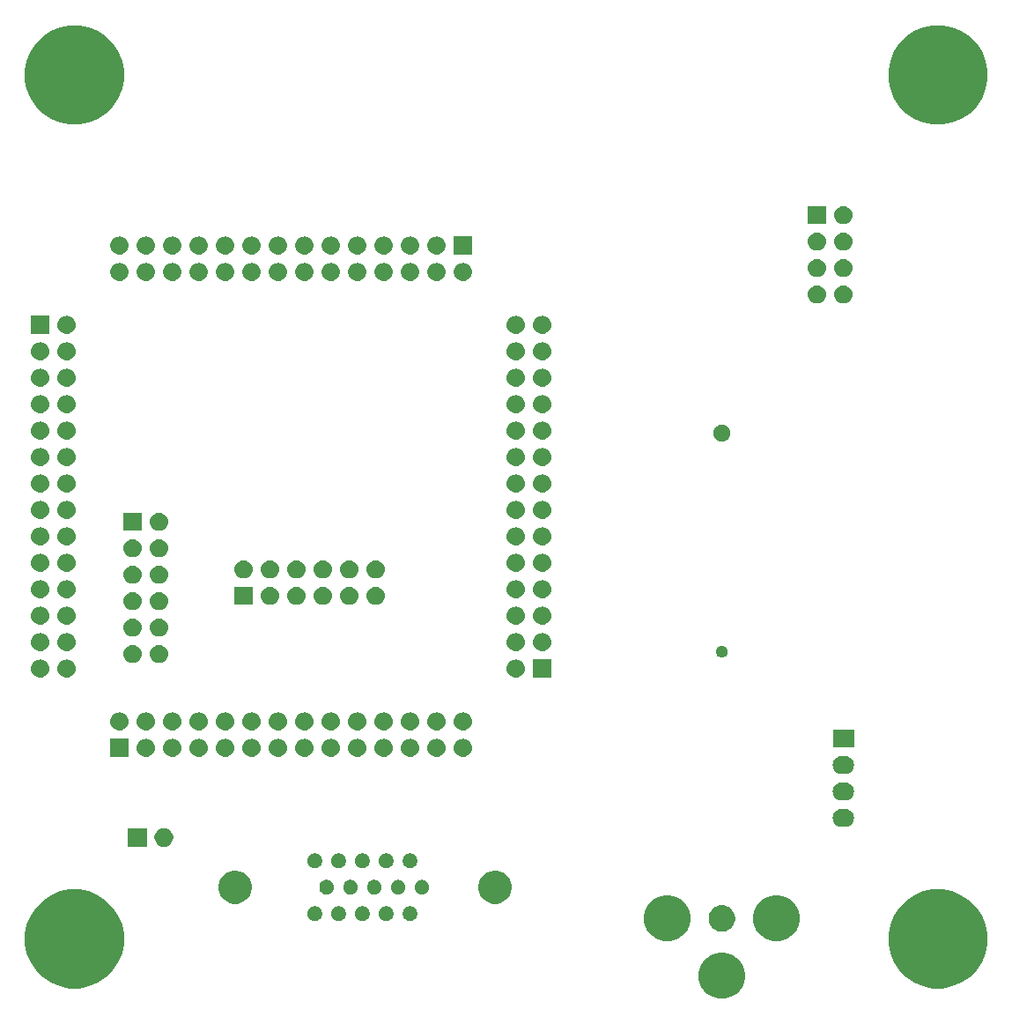
<source format=gbr>
G04 #@! TF.GenerationSoftware,KiCad,Pcbnew,(5.0.2)-1*
G04 #@! TF.CreationDate,2019-04-06T13:19:01-04:00*
G04 #@! TF.ProjectId,EP2C5-DB,45503243-352d-4444-922e-6b696361645f,X2*
G04 #@! TF.SameCoordinates,Original*
G04 #@! TF.FileFunction,Soldermask,Bot*
G04 #@! TF.FilePolarity,Negative*
%FSLAX46Y46*%
G04 Gerber Fmt 4.6, Leading zero omitted, Abs format (unit mm)*
G04 Created by KiCad (PCBNEW (5.0.2)-1) date 4/6/2019 1:19:01 PM*
%MOMM*%
%LPD*%
G01*
G04 APERTURE LIST*
%ADD10C,0.150000*%
G04 APERTURE END LIST*
D10*
G36*
X78812209Y-100389169D02*
X78880279Y-100402709D01*
X79284749Y-100570246D01*
X79643921Y-100810237D01*
X79648764Y-100813473D01*
X79958327Y-101123036D01*
X79958329Y-101123039D01*
X80047097Y-101255889D01*
X80201555Y-101487053D01*
X80369091Y-101891521D01*
X80454500Y-102320901D01*
X80454500Y-102758699D01*
X80369091Y-103188079D01*
X80201555Y-103592547D01*
X79958327Y-103956564D01*
X79648764Y-104266127D01*
X79648761Y-104266129D01*
X79284749Y-104509354D01*
X79284748Y-104509355D01*
X79284747Y-104509355D01*
X78880279Y-104676891D01*
X78450899Y-104762300D01*
X78013101Y-104762300D01*
X77583721Y-104676891D01*
X77179253Y-104509355D01*
X77179252Y-104509355D01*
X77179251Y-104509354D01*
X76815239Y-104266129D01*
X76815236Y-104266127D01*
X76505673Y-103956564D01*
X76262445Y-103592547D01*
X76094909Y-103188079D01*
X76009500Y-102758699D01*
X76009500Y-102320901D01*
X76094909Y-101891521D01*
X76262445Y-101487053D01*
X76416904Y-101255889D01*
X76505671Y-101123039D01*
X76505673Y-101123036D01*
X76815236Y-100813473D01*
X76820079Y-100810237D01*
X77179251Y-100570246D01*
X77583721Y-100402709D01*
X77651791Y-100389169D01*
X78013101Y-100317300D01*
X78450899Y-100317300D01*
X78812209Y-100389169D01*
X78812209Y-100389169D01*
G37*
G36*
X100389169Y-94420519D02*
X101255889Y-94779526D01*
X102035920Y-95300726D01*
X102699274Y-95964080D01*
X103220474Y-96744111D01*
X103579481Y-97610831D01*
X103762500Y-98530933D01*
X103762500Y-99469067D01*
X103579481Y-100389169D01*
X103220474Y-101255889D01*
X102699274Y-102035920D01*
X102035920Y-102699274D01*
X101255889Y-103220474D01*
X100389169Y-103579481D01*
X99469067Y-103762500D01*
X98530933Y-103762500D01*
X97610831Y-103579481D01*
X96744111Y-103220474D01*
X95964080Y-102699274D01*
X95300726Y-102035920D01*
X94779526Y-101255889D01*
X94420519Y-100389169D01*
X94237500Y-99469067D01*
X94237500Y-98530933D01*
X94420519Y-97610831D01*
X94779526Y-96744111D01*
X95300726Y-95964080D01*
X95964080Y-95300726D01*
X96744111Y-94779526D01*
X97610831Y-94420519D01*
X98530933Y-94237500D01*
X99469067Y-94237500D01*
X100389169Y-94420519D01*
X100389169Y-94420519D01*
G37*
G36*
X17389169Y-94420519D02*
X18255889Y-94779526D01*
X19035920Y-95300726D01*
X19699274Y-95964080D01*
X20220474Y-96744111D01*
X20579481Y-97610831D01*
X20762500Y-98530933D01*
X20762500Y-99469067D01*
X20579481Y-100389169D01*
X20220474Y-101255889D01*
X19699274Y-102035920D01*
X19035920Y-102699274D01*
X18255889Y-103220474D01*
X17389169Y-103579481D01*
X16469067Y-103762500D01*
X15530933Y-103762500D01*
X14610831Y-103579481D01*
X13744111Y-103220474D01*
X12964080Y-102699274D01*
X12300726Y-102035920D01*
X11779526Y-101255889D01*
X11420519Y-100389169D01*
X11237500Y-99469067D01*
X11237500Y-98530933D01*
X11420519Y-97610831D01*
X11779526Y-96744111D01*
X12300726Y-95964080D01*
X12964080Y-95300726D01*
X13744111Y-94779526D01*
X14610831Y-94420519D01*
X15530933Y-94237500D01*
X16469067Y-94237500D01*
X17389169Y-94420519D01*
X17389169Y-94420519D01*
G37*
G36*
X84125379Y-94890909D02*
X84529849Y-95058446D01*
X84855650Y-95276139D01*
X84893864Y-95301673D01*
X85203427Y-95611236D01*
X85203429Y-95611239D01*
X85439192Y-95964083D01*
X85446655Y-95975253D01*
X85614191Y-96379721D01*
X85699600Y-96809101D01*
X85699600Y-97246899D01*
X85614191Y-97676279D01*
X85474107Y-98014473D01*
X85446654Y-98080749D01*
X85206663Y-98439921D01*
X85203427Y-98444764D01*
X84893864Y-98754327D01*
X84893861Y-98754329D01*
X84529849Y-98997554D01*
X84529848Y-98997555D01*
X84529847Y-98997555D01*
X84125379Y-99165091D01*
X83695999Y-99250500D01*
X83258201Y-99250500D01*
X82828821Y-99165091D01*
X82424353Y-98997555D01*
X82424352Y-98997555D01*
X82424351Y-98997554D01*
X82060339Y-98754329D01*
X82060336Y-98754327D01*
X81750773Y-98444764D01*
X81747537Y-98439921D01*
X81507546Y-98080749D01*
X81480094Y-98014473D01*
X81340009Y-97676279D01*
X81254600Y-97246899D01*
X81254600Y-96809101D01*
X81340009Y-96379721D01*
X81507545Y-95975253D01*
X81515009Y-95964083D01*
X81750771Y-95611239D01*
X81750773Y-95611236D01*
X82060336Y-95301673D01*
X82098550Y-95276139D01*
X82424351Y-95058446D01*
X82828821Y-94890909D01*
X83258201Y-94805500D01*
X83695999Y-94805500D01*
X84125379Y-94890909D01*
X84125379Y-94890909D01*
G37*
G36*
X73635179Y-94890909D02*
X74039649Y-95058446D01*
X74365450Y-95276139D01*
X74403664Y-95301673D01*
X74713227Y-95611236D01*
X74713229Y-95611239D01*
X74948992Y-95964083D01*
X74956455Y-95975253D01*
X75123991Y-96379721D01*
X75209400Y-96809101D01*
X75209400Y-97246899D01*
X75123991Y-97676279D01*
X74983907Y-98014473D01*
X74956454Y-98080749D01*
X74716463Y-98439921D01*
X74713227Y-98444764D01*
X74403664Y-98754327D01*
X74403661Y-98754329D01*
X74039649Y-98997554D01*
X74039648Y-98997555D01*
X74039647Y-98997555D01*
X73635179Y-99165091D01*
X73205799Y-99250500D01*
X72768001Y-99250500D01*
X72338621Y-99165091D01*
X71934153Y-98997555D01*
X71934152Y-98997555D01*
X71934151Y-98997554D01*
X71570139Y-98754329D01*
X71570136Y-98754327D01*
X71260573Y-98444764D01*
X71257337Y-98439921D01*
X71017346Y-98080749D01*
X70989894Y-98014473D01*
X70849809Y-97676279D01*
X70764400Y-97246899D01*
X70764400Y-96809101D01*
X70849809Y-96379721D01*
X71017345Y-95975253D01*
X71024809Y-95964083D01*
X71260571Y-95611239D01*
X71260573Y-95611236D01*
X71570136Y-95301673D01*
X71608350Y-95276139D01*
X71934151Y-95058446D01*
X72338621Y-94890909D01*
X72768001Y-94805500D01*
X73205799Y-94805500D01*
X73635179Y-94890909D01*
X73635179Y-94890909D01*
G37*
G36*
X78479765Y-95782403D02*
X78602445Y-95806805D01*
X78831497Y-95901682D01*
X78833571Y-95902541D01*
X79041581Y-96041529D01*
X79218471Y-96218419D01*
X79218473Y-96218422D01*
X79357459Y-96426429D01*
X79453195Y-96657555D01*
X79453195Y-96657557D01*
X79502000Y-96902914D01*
X79502000Y-97153086D01*
X79483717Y-97244998D01*
X79453195Y-97398445D01*
X79365222Y-97610830D01*
X79357459Y-97629571D01*
X79218471Y-97837581D01*
X79041581Y-98014471D01*
X79041578Y-98014473D01*
X78833571Y-98153459D01*
X78602445Y-98249195D01*
X78479764Y-98273598D01*
X78357086Y-98298000D01*
X78106914Y-98298000D01*
X77984236Y-98273598D01*
X77861555Y-98249195D01*
X77630429Y-98153459D01*
X77422422Y-98014473D01*
X77422419Y-98014471D01*
X77245529Y-97837581D01*
X77106541Y-97629571D01*
X77098778Y-97610830D01*
X77010805Y-97398445D01*
X76980283Y-97244998D01*
X76962000Y-97153086D01*
X76962000Y-96902914D01*
X77010805Y-96657557D01*
X77010805Y-96657555D01*
X77106541Y-96426429D01*
X77245527Y-96218422D01*
X77245529Y-96218419D01*
X77422419Y-96041529D01*
X77630429Y-95902541D01*
X77632503Y-95901682D01*
X77861555Y-95806805D01*
X77984235Y-95782403D01*
X78106914Y-95758000D01*
X78357086Y-95758000D01*
X78479765Y-95782403D01*
X78479765Y-95782403D01*
G37*
G36*
X48456125Y-95901682D02*
X48583243Y-95954336D01*
X48697651Y-96030781D01*
X48794939Y-96128069D01*
X48871384Y-96242477D01*
X48924038Y-96369595D01*
X48950880Y-96504542D01*
X48950880Y-96642138D01*
X48924038Y-96777085D01*
X48871384Y-96904203D01*
X48794939Y-97018611D01*
X48697651Y-97115899D01*
X48583243Y-97192344D01*
X48456125Y-97244998D01*
X48321178Y-97271840D01*
X48183582Y-97271840D01*
X48048635Y-97244998D01*
X47921517Y-97192344D01*
X47807109Y-97115899D01*
X47709821Y-97018611D01*
X47633376Y-96904203D01*
X47580722Y-96777085D01*
X47553880Y-96642138D01*
X47553880Y-96504542D01*
X47580722Y-96369595D01*
X47633376Y-96242477D01*
X47709821Y-96128069D01*
X47807109Y-96030781D01*
X47921517Y-95954336D01*
X48048635Y-95901682D01*
X48183582Y-95874840D01*
X48321178Y-95874840D01*
X48456125Y-95901682D01*
X48456125Y-95901682D01*
G37*
G36*
X46165045Y-95901682D02*
X46292163Y-95954336D01*
X46406571Y-96030781D01*
X46503859Y-96128069D01*
X46580304Y-96242477D01*
X46632958Y-96369595D01*
X46659800Y-96504542D01*
X46659800Y-96642138D01*
X46632958Y-96777085D01*
X46580304Y-96904203D01*
X46503859Y-97018611D01*
X46406571Y-97115899D01*
X46292163Y-97192344D01*
X46165045Y-97244998D01*
X46030098Y-97271840D01*
X45892502Y-97271840D01*
X45757555Y-97244998D01*
X45630437Y-97192344D01*
X45516029Y-97115899D01*
X45418741Y-97018611D01*
X45342296Y-96904203D01*
X45289642Y-96777085D01*
X45262800Y-96642138D01*
X45262800Y-96504542D01*
X45289642Y-96369595D01*
X45342296Y-96242477D01*
X45418741Y-96128069D01*
X45516029Y-96030781D01*
X45630437Y-95954336D01*
X45757555Y-95901682D01*
X45892502Y-95874840D01*
X46030098Y-95874840D01*
X46165045Y-95901682D01*
X46165045Y-95901682D01*
G37*
G36*
X41585425Y-95901682D02*
X41712543Y-95954336D01*
X41826951Y-96030781D01*
X41924239Y-96128069D01*
X42000684Y-96242477D01*
X42053338Y-96369595D01*
X42080180Y-96504542D01*
X42080180Y-96642138D01*
X42053338Y-96777085D01*
X42000684Y-96904203D01*
X41924239Y-97018611D01*
X41826951Y-97115899D01*
X41712543Y-97192344D01*
X41585425Y-97244998D01*
X41450478Y-97271840D01*
X41312882Y-97271840D01*
X41177935Y-97244998D01*
X41050817Y-97192344D01*
X40936409Y-97115899D01*
X40839121Y-97018611D01*
X40762676Y-96904203D01*
X40710022Y-96777085D01*
X40683180Y-96642138D01*
X40683180Y-96504542D01*
X40710022Y-96369595D01*
X40762676Y-96242477D01*
X40839121Y-96128069D01*
X40936409Y-96030781D01*
X41050817Y-95954336D01*
X41177935Y-95901682D01*
X41312882Y-95874840D01*
X41450478Y-95874840D01*
X41585425Y-95901682D01*
X41585425Y-95901682D01*
G37*
G36*
X39296885Y-95901682D02*
X39424003Y-95954336D01*
X39538411Y-96030781D01*
X39635699Y-96128069D01*
X39712144Y-96242477D01*
X39764798Y-96369595D01*
X39791640Y-96504542D01*
X39791640Y-96642138D01*
X39764798Y-96777085D01*
X39712144Y-96904203D01*
X39635699Y-97018611D01*
X39538411Y-97115899D01*
X39424003Y-97192344D01*
X39296885Y-97244998D01*
X39161938Y-97271840D01*
X39024342Y-97271840D01*
X38889395Y-97244998D01*
X38762277Y-97192344D01*
X38647869Y-97115899D01*
X38550581Y-97018611D01*
X38474136Y-96904203D01*
X38421482Y-96777085D01*
X38394640Y-96642138D01*
X38394640Y-96504542D01*
X38421482Y-96369595D01*
X38474136Y-96242477D01*
X38550581Y-96128069D01*
X38647869Y-96030781D01*
X38762277Y-95954336D01*
X38889395Y-95901682D01*
X39024342Y-95874840D01*
X39161938Y-95874840D01*
X39296885Y-95901682D01*
X39296885Y-95901682D01*
G37*
G36*
X43876505Y-95899142D02*
X44003623Y-95951796D01*
X44118031Y-96028241D01*
X44215319Y-96125529D01*
X44291764Y-96239937D01*
X44344418Y-96367055D01*
X44371260Y-96502002D01*
X44371260Y-96639598D01*
X44344418Y-96774545D01*
X44291764Y-96901663D01*
X44215319Y-97016071D01*
X44118031Y-97113359D01*
X44003623Y-97189804D01*
X43876505Y-97242458D01*
X43741558Y-97269300D01*
X43603962Y-97269300D01*
X43469015Y-97242458D01*
X43341897Y-97189804D01*
X43227489Y-97113359D01*
X43130201Y-97016071D01*
X43053756Y-96901663D01*
X43001102Y-96774545D01*
X42974260Y-96639598D01*
X42974260Y-96502002D01*
X43001102Y-96367055D01*
X43053756Y-96239937D01*
X43130201Y-96125529D01*
X43227489Y-96028241D01*
X43341897Y-95951796D01*
X43469015Y-95899142D01*
X43603962Y-95872300D01*
X43741558Y-95872300D01*
X43876505Y-95899142D01*
X43876505Y-95899142D01*
G37*
G36*
X56902963Y-92494826D02*
X57194143Y-92615437D01*
X57456204Y-92790541D01*
X57679059Y-93013396D01*
X57854163Y-93275457D01*
X57974774Y-93566637D01*
X58036260Y-93875752D01*
X58036260Y-94190928D01*
X57974774Y-94500043D01*
X57854163Y-94791223D01*
X57679059Y-95053284D01*
X57456204Y-95276139D01*
X57194143Y-95451243D01*
X56902963Y-95571854D01*
X56593848Y-95633340D01*
X56278672Y-95633340D01*
X55969557Y-95571854D01*
X55678377Y-95451243D01*
X55416316Y-95276139D01*
X55193461Y-95053284D01*
X55018357Y-94791223D01*
X54897746Y-94500043D01*
X54836260Y-94190928D01*
X54836260Y-93875752D01*
X54897746Y-93566637D01*
X55018357Y-93275457D01*
X55193461Y-93013396D01*
X55416316Y-92790541D01*
X55678377Y-92615437D01*
X55969557Y-92494826D01*
X56278672Y-92433340D01*
X56593848Y-92433340D01*
X56902963Y-92494826D01*
X56902963Y-92494826D01*
G37*
G36*
X31914443Y-92494826D02*
X32205623Y-92615437D01*
X32467684Y-92790541D01*
X32690539Y-93013396D01*
X32865643Y-93275457D01*
X32986254Y-93566637D01*
X33047740Y-93875752D01*
X33047740Y-94190928D01*
X32986254Y-94500043D01*
X32865643Y-94791223D01*
X32690539Y-95053284D01*
X32467684Y-95276139D01*
X32205623Y-95451243D01*
X31914443Y-95571854D01*
X31605328Y-95633340D01*
X31290152Y-95633340D01*
X30981037Y-95571854D01*
X30689857Y-95451243D01*
X30427796Y-95276139D01*
X30204941Y-95053284D01*
X30029837Y-94791223D01*
X29909226Y-94500043D01*
X29847740Y-94190928D01*
X29847740Y-93875752D01*
X29909226Y-93566637D01*
X30029837Y-93275457D01*
X30204941Y-93013396D01*
X30427796Y-92790541D01*
X30689857Y-92615437D01*
X30981037Y-92494826D01*
X31290152Y-92433340D01*
X31605328Y-92433340D01*
X31914443Y-92494826D01*
X31914443Y-92494826D01*
G37*
G36*
X42730965Y-93361682D02*
X42858083Y-93414336D01*
X42972491Y-93490781D01*
X43069779Y-93588069D01*
X43146224Y-93702477D01*
X43198878Y-93829595D01*
X43225720Y-93964542D01*
X43225720Y-94102138D01*
X43198878Y-94237085D01*
X43146224Y-94364203D01*
X43069779Y-94478611D01*
X42972491Y-94575899D01*
X42858083Y-94652344D01*
X42730965Y-94704998D01*
X42596018Y-94731840D01*
X42458422Y-94731840D01*
X42323475Y-94704998D01*
X42196357Y-94652344D01*
X42081949Y-94575899D01*
X41984661Y-94478611D01*
X41908216Y-94364203D01*
X41855562Y-94237085D01*
X41828720Y-94102138D01*
X41828720Y-93964542D01*
X41855562Y-93829595D01*
X41908216Y-93702477D01*
X41984661Y-93588069D01*
X42081949Y-93490781D01*
X42196357Y-93414336D01*
X42323475Y-93361682D01*
X42458422Y-93334840D01*
X42596018Y-93334840D01*
X42730965Y-93361682D01*
X42730965Y-93361682D01*
G37*
G36*
X49601665Y-93361682D02*
X49728783Y-93414336D01*
X49843191Y-93490781D01*
X49940479Y-93588069D01*
X50016924Y-93702477D01*
X50069578Y-93829595D01*
X50096420Y-93964542D01*
X50096420Y-94102138D01*
X50069578Y-94237085D01*
X50016924Y-94364203D01*
X49940479Y-94478611D01*
X49843191Y-94575899D01*
X49728783Y-94652344D01*
X49601665Y-94704998D01*
X49466718Y-94731840D01*
X49329122Y-94731840D01*
X49194175Y-94704998D01*
X49067057Y-94652344D01*
X48952649Y-94575899D01*
X48855361Y-94478611D01*
X48778916Y-94364203D01*
X48726262Y-94237085D01*
X48699420Y-94102138D01*
X48699420Y-93964542D01*
X48726262Y-93829595D01*
X48778916Y-93702477D01*
X48855361Y-93588069D01*
X48952649Y-93490781D01*
X49067057Y-93414336D01*
X49194175Y-93361682D01*
X49329122Y-93334840D01*
X49466718Y-93334840D01*
X49601665Y-93361682D01*
X49601665Y-93361682D01*
G37*
G36*
X47310585Y-93361682D02*
X47437703Y-93414336D01*
X47552111Y-93490781D01*
X47649399Y-93588069D01*
X47725844Y-93702477D01*
X47778498Y-93829595D01*
X47805340Y-93964542D01*
X47805340Y-94102138D01*
X47778498Y-94237085D01*
X47725844Y-94364203D01*
X47649399Y-94478611D01*
X47552111Y-94575899D01*
X47437703Y-94652344D01*
X47310585Y-94704998D01*
X47175638Y-94731840D01*
X47038042Y-94731840D01*
X46903095Y-94704998D01*
X46775977Y-94652344D01*
X46661569Y-94575899D01*
X46564281Y-94478611D01*
X46487836Y-94364203D01*
X46435182Y-94237085D01*
X46408340Y-94102138D01*
X46408340Y-93964542D01*
X46435182Y-93829595D01*
X46487836Y-93702477D01*
X46564281Y-93588069D01*
X46661569Y-93490781D01*
X46775977Y-93414336D01*
X46903095Y-93361682D01*
X47038042Y-93334840D01*
X47175638Y-93334840D01*
X47310585Y-93361682D01*
X47310585Y-93361682D01*
G37*
G36*
X45019505Y-93361682D02*
X45146623Y-93414336D01*
X45261031Y-93490781D01*
X45358319Y-93588069D01*
X45434764Y-93702477D01*
X45487418Y-93829595D01*
X45514260Y-93964542D01*
X45514260Y-94102138D01*
X45487418Y-94237085D01*
X45434764Y-94364203D01*
X45358319Y-94478611D01*
X45261031Y-94575899D01*
X45146623Y-94652344D01*
X45019505Y-94704998D01*
X44884558Y-94731840D01*
X44746962Y-94731840D01*
X44612015Y-94704998D01*
X44484897Y-94652344D01*
X44370489Y-94575899D01*
X44273201Y-94478611D01*
X44196756Y-94364203D01*
X44144102Y-94237085D01*
X44117260Y-94102138D01*
X44117260Y-93964542D01*
X44144102Y-93829595D01*
X44196756Y-93702477D01*
X44273201Y-93588069D01*
X44370489Y-93490781D01*
X44484897Y-93414336D01*
X44612015Y-93361682D01*
X44746962Y-93334840D01*
X44884558Y-93334840D01*
X45019505Y-93361682D01*
X45019505Y-93361682D01*
G37*
G36*
X40439885Y-93361682D02*
X40567003Y-93414336D01*
X40681411Y-93490781D01*
X40778699Y-93588069D01*
X40855144Y-93702477D01*
X40907798Y-93829595D01*
X40934640Y-93964542D01*
X40934640Y-94102138D01*
X40907798Y-94237085D01*
X40855144Y-94364203D01*
X40778699Y-94478611D01*
X40681411Y-94575899D01*
X40567003Y-94652344D01*
X40439885Y-94704998D01*
X40304938Y-94731840D01*
X40167342Y-94731840D01*
X40032395Y-94704998D01*
X39905277Y-94652344D01*
X39790869Y-94575899D01*
X39693581Y-94478611D01*
X39617136Y-94364203D01*
X39564482Y-94237085D01*
X39537640Y-94102138D01*
X39537640Y-93964542D01*
X39564482Y-93829595D01*
X39617136Y-93702477D01*
X39693581Y-93588069D01*
X39790869Y-93490781D01*
X39905277Y-93414336D01*
X40032395Y-93361682D01*
X40167342Y-93334840D01*
X40304938Y-93334840D01*
X40439885Y-93361682D01*
X40439885Y-93361682D01*
G37*
G36*
X48456125Y-90821682D02*
X48583243Y-90874336D01*
X48697651Y-90950781D01*
X48794939Y-91048069D01*
X48871384Y-91162477D01*
X48924038Y-91289595D01*
X48950880Y-91424542D01*
X48950880Y-91562138D01*
X48924038Y-91697085D01*
X48871384Y-91824203D01*
X48794939Y-91938611D01*
X48697651Y-92035899D01*
X48583243Y-92112344D01*
X48456125Y-92164998D01*
X48321178Y-92191840D01*
X48183582Y-92191840D01*
X48048635Y-92164998D01*
X47921517Y-92112344D01*
X47807109Y-92035899D01*
X47709821Y-91938611D01*
X47633376Y-91824203D01*
X47580722Y-91697085D01*
X47553880Y-91562138D01*
X47553880Y-91424542D01*
X47580722Y-91289595D01*
X47633376Y-91162477D01*
X47709821Y-91048069D01*
X47807109Y-90950781D01*
X47921517Y-90874336D01*
X48048635Y-90821682D01*
X48183582Y-90794840D01*
X48321178Y-90794840D01*
X48456125Y-90821682D01*
X48456125Y-90821682D01*
G37*
G36*
X43879045Y-90821682D02*
X44006163Y-90874336D01*
X44120571Y-90950781D01*
X44217859Y-91048069D01*
X44294304Y-91162477D01*
X44346958Y-91289595D01*
X44373800Y-91424542D01*
X44373800Y-91562138D01*
X44346958Y-91697085D01*
X44294304Y-91824203D01*
X44217859Y-91938611D01*
X44120571Y-92035899D01*
X44006163Y-92112344D01*
X43879045Y-92164998D01*
X43744098Y-92191840D01*
X43606502Y-92191840D01*
X43471555Y-92164998D01*
X43344437Y-92112344D01*
X43230029Y-92035899D01*
X43132741Y-91938611D01*
X43056296Y-91824203D01*
X43003642Y-91697085D01*
X42976800Y-91562138D01*
X42976800Y-91424542D01*
X43003642Y-91289595D01*
X43056296Y-91162477D01*
X43132741Y-91048069D01*
X43230029Y-90950781D01*
X43344437Y-90874336D01*
X43471555Y-90821682D01*
X43606502Y-90794840D01*
X43744098Y-90794840D01*
X43879045Y-90821682D01*
X43879045Y-90821682D01*
G37*
G36*
X46165045Y-90821682D02*
X46292163Y-90874336D01*
X46406571Y-90950781D01*
X46503859Y-91048069D01*
X46580304Y-91162477D01*
X46632958Y-91289595D01*
X46659800Y-91424542D01*
X46659800Y-91562138D01*
X46632958Y-91697085D01*
X46580304Y-91824203D01*
X46503859Y-91938611D01*
X46406571Y-92035899D01*
X46292163Y-92112344D01*
X46165045Y-92164998D01*
X46030098Y-92191840D01*
X45892502Y-92191840D01*
X45757555Y-92164998D01*
X45630437Y-92112344D01*
X45516029Y-92035899D01*
X45418741Y-91938611D01*
X45342296Y-91824203D01*
X45289642Y-91697085D01*
X45262800Y-91562138D01*
X45262800Y-91424542D01*
X45289642Y-91289595D01*
X45342296Y-91162477D01*
X45418741Y-91048069D01*
X45516029Y-90950781D01*
X45630437Y-90874336D01*
X45757555Y-90821682D01*
X45892502Y-90794840D01*
X46030098Y-90794840D01*
X46165045Y-90821682D01*
X46165045Y-90821682D01*
G37*
G36*
X41585425Y-90821682D02*
X41712543Y-90874336D01*
X41826951Y-90950781D01*
X41924239Y-91048069D01*
X42000684Y-91162477D01*
X42053338Y-91289595D01*
X42080180Y-91424542D01*
X42080180Y-91562138D01*
X42053338Y-91697085D01*
X42000684Y-91824203D01*
X41924239Y-91938611D01*
X41826951Y-92035899D01*
X41712543Y-92112344D01*
X41585425Y-92164998D01*
X41450478Y-92191840D01*
X41312882Y-92191840D01*
X41177935Y-92164998D01*
X41050817Y-92112344D01*
X40936409Y-92035899D01*
X40839121Y-91938611D01*
X40762676Y-91824203D01*
X40710022Y-91697085D01*
X40683180Y-91562138D01*
X40683180Y-91424542D01*
X40710022Y-91289595D01*
X40762676Y-91162477D01*
X40839121Y-91048069D01*
X40936409Y-90950781D01*
X41050817Y-90874336D01*
X41177935Y-90821682D01*
X41312882Y-90794840D01*
X41450478Y-90794840D01*
X41585425Y-90821682D01*
X41585425Y-90821682D01*
G37*
G36*
X39296885Y-90821682D02*
X39424003Y-90874336D01*
X39538411Y-90950781D01*
X39635699Y-91048069D01*
X39712144Y-91162477D01*
X39764798Y-91289595D01*
X39791640Y-91424542D01*
X39791640Y-91562138D01*
X39764798Y-91697085D01*
X39712144Y-91824203D01*
X39635699Y-91938611D01*
X39538411Y-92035899D01*
X39424003Y-92112344D01*
X39296885Y-92164998D01*
X39161938Y-92191840D01*
X39024342Y-92191840D01*
X38889395Y-92164998D01*
X38762277Y-92112344D01*
X38647869Y-92035899D01*
X38550581Y-91938611D01*
X38474136Y-91824203D01*
X38421482Y-91697085D01*
X38394640Y-91562138D01*
X38394640Y-91424542D01*
X38421482Y-91289595D01*
X38474136Y-91162477D01*
X38550581Y-91048069D01*
X38647869Y-90950781D01*
X38762277Y-90874336D01*
X38889395Y-90821682D01*
X39024342Y-90794840D01*
X39161938Y-90794840D01*
X39296885Y-90821682D01*
X39296885Y-90821682D01*
G37*
G36*
X22947200Y-90155600D02*
X21147200Y-90155600D01*
X21147200Y-88355600D01*
X22947200Y-88355600D01*
X22947200Y-90155600D01*
X22947200Y-90155600D01*
G37*
G36*
X24849721Y-88390186D02*
X25013509Y-88458029D01*
X25160920Y-88556526D01*
X25286274Y-88681880D01*
X25384771Y-88829291D01*
X25452614Y-88993079D01*
X25487200Y-89166956D01*
X25487200Y-89344244D01*
X25452614Y-89518121D01*
X25384771Y-89681909D01*
X25286274Y-89829320D01*
X25160920Y-89954674D01*
X25013509Y-90053171D01*
X24849721Y-90121014D01*
X24675844Y-90155600D01*
X24498556Y-90155600D01*
X24324679Y-90121014D01*
X24160891Y-90053171D01*
X24013480Y-89954674D01*
X23888126Y-89829320D01*
X23789629Y-89681909D01*
X23721786Y-89518121D01*
X23687200Y-89344244D01*
X23687200Y-89166956D01*
X23721786Y-88993079D01*
X23789629Y-88829291D01*
X23888126Y-88681880D01*
X24013480Y-88556526D01*
X24160891Y-88458029D01*
X24324679Y-88390186D01*
X24498556Y-88355600D01*
X24675844Y-88355600D01*
X24849721Y-88390186D01*
X24849721Y-88390186D01*
G37*
G36*
X90153112Y-86516565D02*
X90237695Y-86524896D01*
X90358127Y-86561429D01*
X90400488Y-86574279D01*
X90550512Y-86654468D01*
X90682012Y-86762388D01*
X90789932Y-86893888D01*
X90870121Y-87043912D01*
X90870122Y-87043916D01*
X90919504Y-87206705D01*
X90936178Y-87376000D01*
X90919504Y-87545295D01*
X90882971Y-87665727D01*
X90870121Y-87708088D01*
X90789932Y-87858112D01*
X90682012Y-87989612D01*
X90550512Y-88097532D01*
X90400488Y-88177721D01*
X90358127Y-88190571D01*
X90237695Y-88227104D01*
X90153112Y-88235435D01*
X90110821Y-88239600D01*
X89721179Y-88239600D01*
X89678888Y-88235435D01*
X89594305Y-88227104D01*
X89473873Y-88190571D01*
X89431512Y-88177721D01*
X89281488Y-88097532D01*
X89149988Y-87989612D01*
X89042068Y-87858112D01*
X88961879Y-87708088D01*
X88949029Y-87665727D01*
X88912496Y-87545295D01*
X88895822Y-87376000D01*
X88912496Y-87206705D01*
X88961878Y-87043916D01*
X88961879Y-87043912D01*
X89042068Y-86893888D01*
X89149988Y-86762388D01*
X89281488Y-86654468D01*
X89431512Y-86574279D01*
X89473873Y-86561429D01*
X89594305Y-86524896D01*
X89678888Y-86516565D01*
X89721179Y-86512400D01*
X90110821Y-86512400D01*
X90153112Y-86516565D01*
X90153112Y-86516565D01*
G37*
G36*
X90153112Y-83976565D02*
X90237695Y-83984896D01*
X90358127Y-84021429D01*
X90400488Y-84034279D01*
X90550512Y-84114468D01*
X90682012Y-84222388D01*
X90789932Y-84353888D01*
X90870121Y-84503912D01*
X90870122Y-84503916D01*
X90919504Y-84666705D01*
X90936178Y-84836000D01*
X90919504Y-85005295D01*
X90882971Y-85125727D01*
X90870121Y-85168088D01*
X90789932Y-85318112D01*
X90682012Y-85449612D01*
X90550512Y-85557532D01*
X90400488Y-85637721D01*
X90358127Y-85650571D01*
X90237695Y-85687104D01*
X90153112Y-85695435D01*
X90110821Y-85699600D01*
X89721179Y-85699600D01*
X89678888Y-85695435D01*
X89594305Y-85687104D01*
X89473873Y-85650571D01*
X89431512Y-85637721D01*
X89281488Y-85557532D01*
X89149988Y-85449612D01*
X89042068Y-85318112D01*
X88961879Y-85168088D01*
X88949029Y-85125727D01*
X88912496Y-85005295D01*
X88895822Y-84836000D01*
X88912496Y-84666705D01*
X88961878Y-84503916D01*
X88961879Y-84503912D01*
X89042068Y-84353888D01*
X89149988Y-84222388D01*
X89281488Y-84114468D01*
X89431512Y-84034279D01*
X89473873Y-84021429D01*
X89594305Y-83984896D01*
X89678888Y-83976565D01*
X89721179Y-83972400D01*
X90110821Y-83972400D01*
X90153112Y-83976565D01*
X90153112Y-83976565D01*
G37*
G36*
X90153112Y-81436565D02*
X90237695Y-81444896D01*
X90358127Y-81481429D01*
X90400488Y-81494279D01*
X90550512Y-81574468D01*
X90682012Y-81682388D01*
X90789932Y-81813888D01*
X90870121Y-81963912D01*
X90870122Y-81963916D01*
X90919504Y-82126705D01*
X90936178Y-82296000D01*
X90919504Y-82465295D01*
X90882971Y-82585727D01*
X90870121Y-82628088D01*
X90789932Y-82778112D01*
X90682012Y-82909612D01*
X90550512Y-83017532D01*
X90400488Y-83097721D01*
X90358127Y-83110571D01*
X90237695Y-83147104D01*
X90153112Y-83155435D01*
X90110821Y-83159600D01*
X89721179Y-83159600D01*
X89678888Y-83155435D01*
X89594305Y-83147104D01*
X89473873Y-83110571D01*
X89431512Y-83097721D01*
X89281488Y-83017532D01*
X89149988Y-82909612D01*
X89042068Y-82778112D01*
X88961879Y-82628088D01*
X88949029Y-82585727D01*
X88912496Y-82465295D01*
X88895822Y-82296000D01*
X88912496Y-82126705D01*
X88961878Y-81963916D01*
X88961879Y-81963912D01*
X89042068Y-81813888D01*
X89149988Y-81682388D01*
X89281488Y-81574468D01*
X89431512Y-81494279D01*
X89473873Y-81481429D01*
X89594305Y-81444896D01*
X89678888Y-81436565D01*
X89721179Y-81432400D01*
X90110821Y-81432400D01*
X90153112Y-81436565D01*
X90153112Y-81436565D01*
G37*
G36*
X28024712Y-79785565D02*
X28109295Y-79793896D01*
X28229727Y-79830429D01*
X28272088Y-79843279D01*
X28422112Y-79923468D01*
X28553612Y-80031388D01*
X28661532Y-80162888D01*
X28741721Y-80312912D01*
X28741722Y-80312916D01*
X28791104Y-80475705D01*
X28807778Y-80645000D01*
X28791104Y-80814295D01*
X28754571Y-80934727D01*
X28741721Y-80977088D01*
X28661532Y-81127112D01*
X28553612Y-81258612D01*
X28422112Y-81366532D01*
X28272088Y-81446721D01*
X28229727Y-81459571D01*
X28109295Y-81496104D01*
X28024712Y-81504435D01*
X27982421Y-81508600D01*
X27897579Y-81508600D01*
X27855288Y-81504435D01*
X27770705Y-81496104D01*
X27650273Y-81459571D01*
X27607912Y-81446721D01*
X27457888Y-81366532D01*
X27326388Y-81258612D01*
X27218468Y-81127112D01*
X27138279Y-80977088D01*
X27125429Y-80934727D01*
X27088896Y-80814295D01*
X27072222Y-80645000D01*
X27088896Y-80475705D01*
X27138278Y-80312916D01*
X27138279Y-80312912D01*
X27218468Y-80162888D01*
X27326388Y-80031388D01*
X27457888Y-79923468D01*
X27607912Y-79843279D01*
X27650273Y-79830429D01*
X27770705Y-79793896D01*
X27855288Y-79785565D01*
X27897579Y-79781400D01*
X27982421Y-79781400D01*
X28024712Y-79785565D01*
X28024712Y-79785565D01*
G37*
G36*
X48344712Y-79785565D02*
X48429295Y-79793896D01*
X48549727Y-79830429D01*
X48592088Y-79843279D01*
X48742112Y-79923468D01*
X48873612Y-80031388D01*
X48981532Y-80162888D01*
X49061721Y-80312912D01*
X49061722Y-80312916D01*
X49111104Y-80475705D01*
X49127778Y-80645000D01*
X49111104Y-80814295D01*
X49074571Y-80934727D01*
X49061721Y-80977088D01*
X48981532Y-81127112D01*
X48873612Y-81258612D01*
X48742112Y-81366532D01*
X48592088Y-81446721D01*
X48549727Y-81459571D01*
X48429295Y-81496104D01*
X48344712Y-81504435D01*
X48302421Y-81508600D01*
X48217579Y-81508600D01*
X48175288Y-81504435D01*
X48090705Y-81496104D01*
X47970273Y-81459571D01*
X47927912Y-81446721D01*
X47777888Y-81366532D01*
X47646388Y-81258612D01*
X47538468Y-81127112D01*
X47458279Y-80977088D01*
X47445429Y-80934727D01*
X47408896Y-80814295D01*
X47392222Y-80645000D01*
X47408896Y-80475705D01*
X47458278Y-80312916D01*
X47458279Y-80312912D01*
X47538468Y-80162888D01*
X47646388Y-80031388D01*
X47777888Y-79923468D01*
X47927912Y-79843279D01*
X47970273Y-79830429D01*
X48090705Y-79793896D01*
X48175288Y-79785565D01*
X48217579Y-79781400D01*
X48302421Y-79781400D01*
X48344712Y-79785565D01*
X48344712Y-79785565D01*
G37*
G36*
X22944712Y-79785565D02*
X23029295Y-79793896D01*
X23149727Y-79830429D01*
X23192088Y-79843279D01*
X23342112Y-79923468D01*
X23473612Y-80031388D01*
X23581532Y-80162888D01*
X23661721Y-80312912D01*
X23661722Y-80312916D01*
X23711104Y-80475705D01*
X23727778Y-80645000D01*
X23711104Y-80814295D01*
X23674571Y-80934727D01*
X23661721Y-80977088D01*
X23581532Y-81127112D01*
X23473612Y-81258612D01*
X23342112Y-81366532D01*
X23192088Y-81446721D01*
X23149727Y-81459571D01*
X23029295Y-81496104D01*
X22944712Y-81504435D01*
X22902421Y-81508600D01*
X22817579Y-81508600D01*
X22775288Y-81504435D01*
X22690705Y-81496104D01*
X22570273Y-81459571D01*
X22527912Y-81446721D01*
X22377888Y-81366532D01*
X22246388Y-81258612D01*
X22138468Y-81127112D01*
X22058279Y-80977088D01*
X22045429Y-80934727D01*
X22008896Y-80814295D01*
X21992222Y-80645000D01*
X22008896Y-80475705D01*
X22058278Y-80312916D01*
X22058279Y-80312912D01*
X22138468Y-80162888D01*
X22246388Y-80031388D01*
X22377888Y-79923468D01*
X22527912Y-79843279D01*
X22570273Y-79830429D01*
X22690705Y-79793896D01*
X22775288Y-79785565D01*
X22817579Y-79781400D01*
X22902421Y-79781400D01*
X22944712Y-79785565D01*
X22944712Y-79785565D01*
G37*
G36*
X25484712Y-79785565D02*
X25569295Y-79793896D01*
X25689727Y-79830429D01*
X25732088Y-79843279D01*
X25882112Y-79923468D01*
X26013612Y-80031388D01*
X26121532Y-80162888D01*
X26201721Y-80312912D01*
X26201722Y-80312916D01*
X26251104Y-80475705D01*
X26267778Y-80645000D01*
X26251104Y-80814295D01*
X26214571Y-80934727D01*
X26201721Y-80977088D01*
X26121532Y-81127112D01*
X26013612Y-81258612D01*
X25882112Y-81366532D01*
X25732088Y-81446721D01*
X25689727Y-81459571D01*
X25569295Y-81496104D01*
X25484712Y-81504435D01*
X25442421Y-81508600D01*
X25357579Y-81508600D01*
X25315288Y-81504435D01*
X25230705Y-81496104D01*
X25110273Y-81459571D01*
X25067912Y-81446721D01*
X24917888Y-81366532D01*
X24786388Y-81258612D01*
X24678468Y-81127112D01*
X24598279Y-80977088D01*
X24585429Y-80934727D01*
X24548896Y-80814295D01*
X24532222Y-80645000D01*
X24548896Y-80475705D01*
X24598278Y-80312916D01*
X24598279Y-80312912D01*
X24678468Y-80162888D01*
X24786388Y-80031388D01*
X24917888Y-79923468D01*
X25067912Y-79843279D01*
X25110273Y-79830429D01*
X25230705Y-79793896D01*
X25315288Y-79785565D01*
X25357579Y-79781400D01*
X25442421Y-79781400D01*
X25484712Y-79785565D01*
X25484712Y-79785565D01*
G37*
G36*
X30564712Y-79785565D02*
X30649295Y-79793896D01*
X30769727Y-79830429D01*
X30812088Y-79843279D01*
X30962112Y-79923468D01*
X31093612Y-80031388D01*
X31201532Y-80162888D01*
X31281721Y-80312912D01*
X31281722Y-80312916D01*
X31331104Y-80475705D01*
X31347778Y-80645000D01*
X31331104Y-80814295D01*
X31294571Y-80934727D01*
X31281721Y-80977088D01*
X31201532Y-81127112D01*
X31093612Y-81258612D01*
X30962112Y-81366532D01*
X30812088Y-81446721D01*
X30769727Y-81459571D01*
X30649295Y-81496104D01*
X30564712Y-81504435D01*
X30522421Y-81508600D01*
X30437579Y-81508600D01*
X30395288Y-81504435D01*
X30310705Y-81496104D01*
X30190273Y-81459571D01*
X30147912Y-81446721D01*
X29997888Y-81366532D01*
X29866388Y-81258612D01*
X29758468Y-81127112D01*
X29678279Y-80977088D01*
X29665429Y-80934727D01*
X29628896Y-80814295D01*
X29612222Y-80645000D01*
X29628896Y-80475705D01*
X29678278Y-80312916D01*
X29678279Y-80312912D01*
X29758468Y-80162888D01*
X29866388Y-80031388D01*
X29997888Y-79923468D01*
X30147912Y-79843279D01*
X30190273Y-79830429D01*
X30310705Y-79793896D01*
X30395288Y-79785565D01*
X30437579Y-79781400D01*
X30522421Y-79781400D01*
X30564712Y-79785565D01*
X30564712Y-79785565D01*
G37*
G36*
X33104712Y-79785565D02*
X33189295Y-79793896D01*
X33309727Y-79830429D01*
X33352088Y-79843279D01*
X33502112Y-79923468D01*
X33633612Y-80031388D01*
X33741532Y-80162888D01*
X33821721Y-80312912D01*
X33821722Y-80312916D01*
X33871104Y-80475705D01*
X33887778Y-80645000D01*
X33871104Y-80814295D01*
X33834571Y-80934727D01*
X33821721Y-80977088D01*
X33741532Y-81127112D01*
X33633612Y-81258612D01*
X33502112Y-81366532D01*
X33352088Y-81446721D01*
X33309727Y-81459571D01*
X33189295Y-81496104D01*
X33104712Y-81504435D01*
X33062421Y-81508600D01*
X32977579Y-81508600D01*
X32935288Y-81504435D01*
X32850705Y-81496104D01*
X32730273Y-81459571D01*
X32687912Y-81446721D01*
X32537888Y-81366532D01*
X32406388Y-81258612D01*
X32298468Y-81127112D01*
X32218279Y-80977088D01*
X32205429Y-80934727D01*
X32168896Y-80814295D01*
X32152222Y-80645000D01*
X32168896Y-80475705D01*
X32218278Y-80312916D01*
X32218279Y-80312912D01*
X32298468Y-80162888D01*
X32406388Y-80031388D01*
X32537888Y-79923468D01*
X32687912Y-79843279D01*
X32730273Y-79830429D01*
X32850705Y-79793896D01*
X32935288Y-79785565D01*
X32977579Y-79781400D01*
X33062421Y-79781400D01*
X33104712Y-79785565D01*
X33104712Y-79785565D01*
G37*
G36*
X35644712Y-79785565D02*
X35729295Y-79793896D01*
X35849727Y-79830429D01*
X35892088Y-79843279D01*
X36042112Y-79923468D01*
X36173612Y-80031388D01*
X36281532Y-80162888D01*
X36361721Y-80312912D01*
X36361722Y-80312916D01*
X36411104Y-80475705D01*
X36427778Y-80645000D01*
X36411104Y-80814295D01*
X36374571Y-80934727D01*
X36361721Y-80977088D01*
X36281532Y-81127112D01*
X36173612Y-81258612D01*
X36042112Y-81366532D01*
X35892088Y-81446721D01*
X35849727Y-81459571D01*
X35729295Y-81496104D01*
X35644712Y-81504435D01*
X35602421Y-81508600D01*
X35517579Y-81508600D01*
X35475288Y-81504435D01*
X35390705Y-81496104D01*
X35270273Y-81459571D01*
X35227912Y-81446721D01*
X35077888Y-81366532D01*
X34946388Y-81258612D01*
X34838468Y-81127112D01*
X34758279Y-80977088D01*
X34745429Y-80934727D01*
X34708896Y-80814295D01*
X34692222Y-80645000D01*
X34708896Y-80475705D01*
X34758278Y-80312916D01*
X34758279Y-80312912D01*
X34838468Y-80162888D01*
X34946388Y-80031388D01*
X35077888Y-79923468D01*
X35227912Y-79843279D01*
X35270273Y-79830429D01*
X35390705Y-79793896D01*
X35475288Y-79785565D01*
X35517579Y-79781400D01*
X35602421Y-79781400D01*
X35644712Y-79785565D01*
X35644712Y-79785565D01*
G37*
G36*
X40724712Y-79785565D02*
X40809295Y-79793896D01*
X40929727Y-79830429D01*
X40972088Y-79843279D01*
X41122112Y-79923468D01*
X41253612Y-80031388D01*
X41361532Y-80162888D01*
X41441721Y-80312912D01*
X41441722Y-80312916D01*
X41491104Y-80475705D01*
X41507778Y-80645000D01*
X41491104Y-80814295D01*
X41454571Y-80934727D01*
X41441721Y-80977088D01*
X41361532Y-81127112D01*
X41253612Y-81258612D01*
X41122112Y-81366532D01*
X40972088Y-81446721D01*
X40929727Y-81459571D01*
X40809295Y-81496104D01*
X40724712Y-81504435D01*
X40682421Y-81508600D01*
X40597579Y-81508600D01*
X40555288Y-81504435D01*
X40470705Y-81496104D01*
X40350273Y-81459571D01*
X40307912Y-81446721D01*
X40157888Y-81366532D01*
X40026388Y-81258612D01*
X39918468Y-81127112D01*
X39838279Y-80977088D01*
X39825429Y-80934727D01*
X39788896Y-80814295D01*
X39772222Y-80645000D01*
X39788896Y-80475705D01*
X39838278Y-80312916D01*
X39838279Y-80312912D01*
X39918468Y-80162888D01*
X40026388Y-80031388D01*
X40157888Y-79923468D01*
X40307912Y-79843279D01*
X40350273Y-79830429D01*
X40470705Y-79793896D01*
X40555288Y-79785565D01*
X40597579Y-79781400D01*
X40682421Y-79781400D01*
X40724712Y-79785565D01*
X40724712Y-79785565D01*
G37*
G36*
X43264712Y-79785565D02*
X43349295Y-79793896D01*
X43469727Y-79830429D01*
X43512088Y-79843279D01*
X43662112Y-79923468D01*
X43793612Y-80031388D01*
X43901532Y-80162888D01*
X43981721Y-80312912D01*
X43981722Y-80312916D01*
X44031104Y-80475705D01*
X44047778Y-80645000D01*
X44031104Y-80814295D01*
X43994571Y-80934727D01*
X43981721Y-80977088D01*
X43901532Y-81127112D01*
X43793612Y-81258612D01*
X43662112Y-81366532D01*
X43512088Y-81446721D01*
X43469727Y-81459571D01*
X43349295Y-81496104D01*
X43264712Y-81504435D01*
X43222421Y-81508600D01*
X43137579Y-81508600D01*
X43095288Y-81504435D01*
X43010705Y-81496104D01*
X42890273Y-81459571D01*
X42847912Y-81446721D01*
X42697888Y-81366532D01*
X42566388Y-81258612D01*
X42458468Y-81127112D01*
X42378279Y-80977088D01*
X42365429Y-80934727D01*
X42328896Y-80814295D01*
X42312222Y-80645000D01*
X42328896Y-80475705D01*
X42378278Y-80312916D01*
X42378279Y-80312912D01*
X42458468Y-80162888D01*
X42566388Y-80031388D01*
X42697888Y-79923468D01*
X42847912Y-79843279D01*
X42890273Y-79830429D01*
X43010705Y-79793896D01*
X43095288Y-79785565D01*
X43137579Y-79781400D01*
X43222421Y-79781400D01*
X43264712Y-79785565D01*
X43264712Y-79785565D01*
G37*
G36*
X45804712Y-79785565D02*
X45889295Y-79793896D01*
X46009727Y-79830429D01*
X46052088Y-79843279D01*
X46202112Y-79923468D01*
X46333612Y-80031388D01*
X46441532Y-80162888D01*
X46521721Y-80312912D01*
X46521722Y-80312916D01*
X46571104Y-80475705D01*
X46587778Y-80645000D01*
X46571104Y-80814295D01*
X46534571Y-80934727D01*
X46521721Y-80977088D01*
X46441532Y-81127112D01*
X46333612Y-81258612D01*
X46202112Y-81366532D01*
X46052088Y-81446721D01*
X46009727Y-81459571D01*
X45889295Y-81496104D01*
X45804712Y-81504435D01*
X45762421Y-81508600D01*
X45677579Y-81508600D01*
X45635288Y-81504435D01*
X45550705Y-81496104D01*
X45430273Y-81459571D01*
X45387912Y-81446721D01*
X45237888Y-81366532D01*
X45106388Y-81258612D01*
X44998468Y-81127112D01*
X44918279Y-80977088D01*
X44905429Y-80934727D01*
X44868896Y-80814295D01*
X44852222Y-80645000D01*
X44868896Y-80475705D01*
X44918278Y-80312916D01*
X44918279Y-80312912D01*
X44998468Y-80162888D01*
X45106388Y-80031388D01*
X45237888Y-79923468D01*
X45387912Y-79843279D01*
X45430273Y-79830429D01*
X45550705Y-79793896D01*
X45635288Y-79785565D01*
X45677579Y-79781400D01*
X45762421Y-79781400D01*
X45804712Y-79785565D01*
X45804712Y-79785565D01*
G37*
G36*
X50884712Y-79785565D02*
X50969295Y-79793896D01*
X51089727Y-79830429D01*
X51132088Y-79843279D01*
X51282112Y-79923468D01*
X51413612Y-80031388D01*
X51521532Y-80162888D01*
X51601721Y-80312912D01*
X51601722Y-80312916D01*
X51651104Y-80475705D01*
X51667778Y-80645000D01*
X51651104Y-80814295D01*
X51614571Y-80934727D01*
X51601721Y-80977088D01*
X51521532Y-81127112D01*
X51413612Y-81258612D01*
X51282112Y-81366532D01*
X51132088Y-81446721D01*
X51089727Y-81459571D01*
X50969295Y-81496104D01*
X50884712Y-81504435D01*
X50842421Y-81508600D01*
X50757579Y-81508600D01*
X50715288Y-81504435D01*
X50630705Y-81496104D01*
X50510273Y-81459571D01*
X50467912Y-81446721D01*
X50317888Y-81366532D01*
X50186388Y-81258612D01*
X50078468Y-81127112D01*
X49998279Y-80977088D01*
X49985429Y-80934727D01*
X49948896Y-80814295D01*
X49932222Y-80645000D01*
X49948896Y-80475705D01*
X49998278Y-80312916D01*
X49998279Y-80312912D01*
X50078468Y-80162888D01*
X50186388Y-80031388D01*
X50317888Y-79923468D01*
X50467912Y-79843279D01*
X50510273Y-79830429D01*
X50630705Y-79793896D01*
X50715288Y-79785565D01*
X50757579Y-79781400D01*
X50842421Y-79781400D01*
X50884712Y-79785565D01*
X50884712Y-79785565D01*
G37*
G36*
X53424712Y-79785565D02*
X53509295Y-79793896D01*
X53629727Y-79830429D01*
X53672088Y-79843279D01*
X53822112Y-79923468D01*
X53953612Y-80031388D01*
X54061532Y-80162888D01*
X54141721Y-80312912D01*
X54141722Y-80312916D01*
X54191104Y-80475705D01*
X54207778Y-80645000D01*
X54191104Y-80814295D01*
X54154571Y-80934727D01*
X54141721Y-80977088D01*
X54061532Y-81127112D01*
X53953612Y-81258612D01*
X53822112Y-81366532D01*
X53672088Y-81446721D01*
X53629727Y-81459571D01*
X53509295Y-81496104D01*
X53424712Y-81504435D01*
X53382421Y-81508600D01*
X53297579Y-81508600D01*
X53255288Y-81504435D01*
X53170705Y-81496104D01*
X53050273Y-81459571D01*
X53007912Y-81446721D01*
X52857888Y-81366532D01*
X52726388Y-81258612D01*
X52618468Y-81127112D01*
X52538279Y-80977088D01*
X52525429Y-80934727D01*
X52488896Y-80814295D01*
X52472222Y-80645000D01*
X52488896Y-80475705D01*
X52538278Y-80312916D01*
X52538279Y-80312912D01*
X52618468Y-80162888D01*
X52726388Y-80031388D01*
X52857888Y-79923468D01*
X53007912Y-79843279D01*
X53050273Y-79830429D01*
X53170705Y-79793896D01*
X53255288Y-79785565D01*
X53297579Y-79781400D01*
X53382421Y-79781400D01*
X53424712Y-79785565D01*
X53424712Y-79785565D01*
G37*
G36*
X21183600Y-81508600D02*
X19456400Y-81508600D01*
X19456400Y-79781400D01*
X21183600Y-79781400D01*
X21183600Y-81508600D01*
X21183600Y-81508600D01*
G37*
G36*
X38184712Y-79785565D02*
X38269295Y-79793896D01*
X38389727Y-79830429D01*
X38432088Y-79843279D01*
X38582112Y-79923468D01*
X38713612Y-80031388D01*
X38821532Y-80162888D01*
X38901721Y-80312912D01*
X38901722Y-80312916D01*
X38951104Y-80475705D01*
X38967778Y-80645000D01*
X38951104Y-80814295D01*
X38914571Y-80934727D01*
X38901721Y-80977088D01*
X38821532Y-81127112D01*
X38713612Y-81258612D01*
X38582112Y-81366532D01*
X38432088Y-81446721D01*
X38389727Y-81459571D01*
X38269295Y-81496104D01*
X38184712Y-81504435D01*
X38142421Y-81508600D01*
X38057579Y-81508600D01*
X38015288Y-81504435D01*
X37930705Y-81496104D01*
X37810273Y-81459571D01*
X37767912Y-81446721D01*
X37617888Y-81366532D01*
X37486388Y-81258612D01*
X37378468Y-81127112D01*
X37298279Y-80977088D01*
X37285429Y-80934727D01*
X37248896Y-80814295D01*
X37232222Y-80645000D01*
X37248896Y-80475705D01*
X37298278Y-80312916D01*
X37298279Y-80312912D01*
X37378468Y-80162888D01*
X37486388Y-80031388D01*
X37617888Y-79923468D01*
X37767912Y-79843279D01*
X37810273Y-79830429D01*
X37930705Y-79793896D01*
X38015288Y-79785565D01*
X38057579Y-79781400D01*
X38142421Y-79781400D01*
X38184712Y-79785565D01*
X38184712Y-79785565D01*
G37*
G36*
X90932000Y-80619600D02*
X88900000Y-80619600D01*
X88900000Y-78892400D01*
X90932000Y-78892400D01*
X90932000Y-80619600D01*
X90932000Y-80619600D01*
G37*
G36*
X50884712Y-77245565D02*
X50969295Y-77253896D01*
X51089727Y-77290429D01*
X51132088Y-77303279D01*
X51282112Y-77383468D01*
X51413612Y-77491388D01*
X51521532Y-77622888D01*
X51601721Y-77772912D01*
X51601722Y-77772916D01*
X51651104Y-77935705D01*
X51667778Y-78105000D01*
X51651104Y-78274295D01*
X51614571Y-78394727D01*
X51601721Y-78437088D01*
X51521532Y-78587112D01*
X51413612Y-78718612D01*
X51282112Y-78826532D01*
X51132088Y-78906721D01*
X51089727Y-78919571D01*
X50969295Y-78956104D01*
X50884712Y-78964435D01*
X50842421Y-78968600D01*
X50757579Y-78968600D01*
X50715288Y-78964435D01*
X50630705Y-78956104D01*
X50510273Y-78919571D01*
X50467912Y-78906721D01*
X50317888Y-78826532D01*
X50186388Y-78718612D01*
X50078468Y-78587112D01*
X49998279Y-78437088D01*
X49985429Y-78394727D01*
X49948896Y-78274295D01*
X49932222Y-78105000D01*
X49948896Y-77935705D01*
X49998278Y-77772916D01*
X49998279Y-77772912D01*
X50078468Y-77622888D01*
X50186388Y-77491388D01*
X50317888Y-77383468D01*
X50467912Y-77303279D01*
X50510273Y-77290429D01*
X50630705Y-77253896D01*
X50715288Y-77245565D01*
X50757579Y-77241400D01*
X50842421Y-77241400D01*
X50884712Y-77245565D01*
X50884712Y-77245565D01*
G37*
G36*
X20404712Y-77245565D02*
X20489295Y-77253896D01*
X20609727Y-77290429D01*
X20652088Y-77303279D01*
X20802112Y-77383468D01*
X20933612Y-77491388D01*
X21041532Y-77622888D01*
X21121721Y-77772912D01*
X21121722Y-77772916D01*
X21171104Y-77935705D01*
X21187778Y-78105000D01*
X21171104Y-78274295D01*
X21134571Y-78394727D01*
X21121721Y-78437088D01*
X21041532Y-78587112D01*
X20933612Y-78718612D01*
X20802112Y-78826532D01*
X20652088Y-78906721D01*
X20609727Y-78919571D01*
X20489295Y-78956104D01*
X20404712Y-78964435D01*
X20362421Y-78968600D01*
X20277579Y-78968600D01*
X20235288Y-78964435D01*
X20150705Y-78956104D01*
X20030273Y-78919571D01*
X19987912Y-78906721D01*
X19837888Y-78826532D01*
X19706388Y-78718612D01*
X19598468Y-78587112D01*
X19518279Y-78437088D01*
X19505429Y-78394727D01*
X19468896Y-78274295D01*
X19452222Y-78105000D01*
X19468896Y-77935705D01*
X19518278Y-77772916D01*
X19518279Y-77772912D01*
X19598468Y-77622888D01*
X19706388Y-77491388D01*
X19837888Y-77383468D01*
X19987912Y-77303279D01*
X20030273Y-77290429D01*
X20150705Y-77253896D01*
X20235288Y-77245565D01*
X20277579Y-77241400D01*
X20362421Y-77241400D01*
X20404712Y-77245565D01*
X20404712Y-77245565D01*
G37*
G36*
X22944712Y-77245565D02*
X23029295Y-77253896D01*
X23149727Y-77290429D01*
X23192088Y-77303279D01*
X23342112Y-77383468D01*
X23473612Y-77491388D01*
X23581532Y-77622888D01*
X23661721Y-77772912D01*
X23661722Y-77772916D01*
X23711104Y-77935705D01*
X23727778Y-78105000D01*
X23711104Y-78274295D01*
X23674571Y-78394727D01*
X23661721Y-78437088D01*
X23581532Y-78587112D01*
X23473612Y-78718612D01*
X23342112Y-78826532D01*
X23192088Y-78906721D01*
X23149727Y-78919571D01*
X23029295Y-78956104D01*
X22944712Y-78964435D01*
X22902421Y-78968600D01*
X22817579Y-78968600D01*
X22775288Y-78964435D01*
X22690705Y-78956104D01*
X22570273Y-78919571D01*
X22527912Y-78906721D01*
X22377888Y-78826532D01*
X22246388Y-78718612D01*
X22138468Y-78587112D01*
X22058279Y-78437088D01*
X22045429Y-78394727D01*
X22008896Y-78274295D01*
X21992222Y-78105000D01*
X22008896Y-77935705D01*
X22058278Y-77772916D01*
X22058279Y-77772912D01*
X22138468Y-77622888D01*
X22246388Y-77491388D01*
X22377888Y-77383468D01*
X22527912Y-77303279D01*
X22570273Y-77290429D01*
X22690705Y-77253896D01*
X22775288Y-77245565D01*
X22817579Y-77241400D01*
X22902421Y-77241400D01*
X22944712Y-77245565D01*
X22944712Y-77245565D01*
G37*
G36*
X25484712Y-77245565D02*
X25569295Y-77253896D01*
X25689727Y-77290429D01*
X25732088Y-77303279D01*
X25882112Y-77383468D01*
X26013612Y-77491388D01*
X26121532Y-77622888D01*
X26201721Y-77772912D01*
X26201722Y-77772916D01*
X26251104Y-77935705D01*
X26267778Y-78105000D01*
X26251104Y-78274295D01*
X26214571Y-78394727D01*
X26201721Y-78437088D01*
X26121532Y-78587112D01*
X26013612Y-78718612D01*
X25882112Y-78826532D01*
X25732088Y-78906721D01*
X25689727Y-78919571D01*
X25569295Y-78956104D01*
X25484712Y-78964435D01*
X25442421Y-78968600D01*
X25357579Y-78968600D01*
X25315288Y-78964435D01*
X25230705Y-78956104D01*
X25110273Y-78919571D01*
X25067912Y-78906721D01*
X24917888Y-78826532D01*
X24786388Y-78718612D01*
X24678468Y-78587112D01*
X24598279Y-78437088D01*
X24585429Y-78394727D01*
X24548896Y-78274295D01*
X24532222Y-78105000D01*
X24548896Y-77935705D01*
X24598278Y-77772916D01*
X24598279Y-77772912D01*
X24678468Y-77622888D01*
X24786388Y-77491388D01*
X24917888Y-77383468D01*
X25067912Y-77303279D01*
X25110273Y-77290429D01*
X25230705Y-77253896D01*
X25315288Y-77245565D01*
X25357579Y-77241400D01*
X25442421Y-77241400D01*
X25484712Y-77245565D01*
X25484712Y-77245565D01*
G37*
G36*
X28024712Y-77245565D02*
X28109295Y-77253896D01*
X28229727Y-77290429D01*
X28272088Y-77303279D01*
X28422112Y-77383468D01*
X28553612Y-77491388D01*
X28661532Y-77622888D01*
X28741721Y-77772912D01*
X28741722Y-77772916D01*
X28791104Y-77935705D01*
X28807778Y-78105000D01*
X28791104Y-78274295D01*
X28754571Y-78394727D01*
X28741721Y-78437088D01*
X28661532Y-78587112D01*
X28553612Y-78718612D01*
X28422112Y-78826532D01*
X28272088Y-78906721D01*
X28229727Y-78919571D01*
X28109295Y-78956104D01*
X28024712Y-78964435D01*
X27982421Y-78968600D01*
X27897579Y-78968600D01*
X27855288Y-78964435D01*
X27770705Y-78956104D01*
X27650273Y-78919571D01*
X27607912Y-78906721D01*
X27457888Y-78826532D01*
X27326388Y-78718612D01*
X27218468Y-78587112D01*
X27138279Y-78437088D01*
X27125429Y-78394727D01*
X27088896Y-78274295D01*
X27072222Y-78105000D01*
X27088896Y-77935705D01*
X27138278Y-77772916D01*
X27138279Y-77772912D01*
X27218468Y-77622888D01*
X27326388Y-77491388D01*
X27457888Y-77383468D01*
X27607912Y-77303279D01*
X27650273Y-77290429D01*
X27770705Y-77253896D01*
X27855288Y-77245565D01*
X27897579Y-77241400D01*
X27982421Y-77241400D01*
X28024712Y-77245565D01*
X28024712Y-77245565D01*
G37*
G36*
X30564712Y-77245565D02*
X30649295Y-77253896D01*
X30769727Y-77290429D01*
X30812088Y-77303279D01*
X30962112Y-77383468D01*
X31093612Y-77491388D01*
X31201532Y-77622888D01*
X31281721Y-77772912D01*
X31281722Y-77772916D01*
X31331104Y-77935705D01*
X31347778Y-78105000D01*
X31331104Y-78274295D01*
X31294571Y-78394727D01*
X31281721Y-78437088D01*
X31201532Y-78587112D01*
X31093612Y-78718612D01*
X30962112Y-78826532D01*
X30812088Y-78906721D01*
X30769727Y-78919571D01*
X30649295Y-78956104D01*
X30564712Y-78964435D01*
X30522421Y-78968600D01*
X30437579Y-78968600D01*
X30395288Y-78964435D01*
X30310705Y-78956104D01*
X30190273Y-78919571D01*
X30147912Y-78906721D01*
X29997888Y-78826532D01*
X29866388Y-78718612D01*
X29758468Y-78587112D01*
X29678279Y-78437088D01*
X29665429Y-78394727D01*
X29628896Y-78274295D01*
X29612222Y-78105000D01*
X29628896Y-77935705D01*
X29678278Y-77772916D01*
X29678279Y-77772912D01*
X29758468Y-77622888D01*
X29866388Y-77491388D01*
X29997888Y-77383468D01*
X30147912Y-77303279D01*
X30190273Y-77290429D01*
X30310705Y-77253896D01*
X30395288Y-77245565D01*
X30437579Y-77241400D01*
X30522421Y-77241400D01*
X30564712Y-77245565D01*
X30564712Y-77245565D01*
G37*
G36*
X33104712Y-77245565D02*
X33189295Y-77253896D01*
X33309727Y-77290429D01*
X33352088Y-77303279D01*
X33502112Y-77383468D01*
X33633612Y-77491388D01*
X33741532Y-77622888D01*
X33821721Y-77772912D01*
X33821722Y-77772916D01*
X33871104Y-77935705D01*
X33887778Y-78105000D01*
X33871104Y-78274295D01*
X33834571Y-78394727D01*
X33821721Y-78437088D01*
X33741532Y-78587112D01*
X33633612Y-78718612D01*
X33502112Y-78826532D01*
X33352088Y-78906721D01*
X33309727Y-78919571D01*
X33189295Y-78956104D01*
X33104712Y-78964435D01*
X33062421Y-78968600D01*
X32977579Y-78968600D01*
X32935288Y-78964435D01*
X32850705Y-78956104D01*
X32730273Y-78919571D01*
X32687912Y-78906721D01*
X32537888Y-78826532D01*
X32406388Y-78718612D01*
X32298468Y-78587112D01*
X32218279Y-78437088D01*
X32205429Y-78394727D01*
X32168896Y-78274295D01*
X32152222Y-78105000D01*
X32168896Y-77935705D01*
X32218278Y-77772916D01*
X32218279Y-77772912D01*
X32298468Y-77622888D01*
X32406388Y-77491388D01*
X32537888Y-77383468D01*
X32687912Y-77303279D01*
X32730273Y-77290429D01*
X32850705Y-77253896D01*
X32935288Y-77245565D01*
X32977579Y-77241400D01*
X33062421Y-77241400D01*
X33104712Y-77245565D01*
X33104712Y-77245565D01*
G37*
G36*
X38184712Y-77245565D02*
X38269295Y-77253896D01*
X38389727Y-77290429D01*
X38432088Y-77303279D01*
X38582112Y-77383468D01*
X38713612Y-77491388D01*
X38821532Y-77622888D01*
X38901721Y-77772912D01*
X38901722Y-77772916D01*
X38951104Y-77935705D01*
X38967778Y-78105000D01*
X38951104Y-78274295D01*
X38914571Y-78394727D01*
X38901721Y-78437088D01*
X38821532Y-78587112D01*
X38713612Y-78718612D01*
X38582112Y-78826532D01*
X38432088Y-78906721D01*
X38389727Y-78919571D01*
X38269295Y-78956104D01*
X38184712Y-78964435D01*
X38142421Y-78968600D01*
X38057579Y-78968600D01*
X38015288Y-78964435D01*
X37930705Y-78956104D01*
X37810273Y-78919571D01*
X37767912Y-78906721D01*
X37617888Y-78826532D01*
X37486388Y-78718612D01*
X37378468Y-78587112D01*
X37298279Y-78437088D01*
X37285429Y-78394727D01*
X37248896Y-78274295D01*
X37232222Y-78105000D01*
X37248896Y-77935705D01*
X37298278Y-77772916D01*
X37298279Y-77772912D01*
X37378468Y-77622888D01*
X37486388Y-77491388D01*
X37617888Y-77383468D01*
X37767912Y-77303279D01*
X37810273Y-77290429D01*
X37930705Y-77253896D01*
X38015288Y-77245565D01*
X38057579Y-77241400D01*
X38142421Y-77241400D01*
X38184712Y-77245565D01*
X38184712Y-77245565D01*
G37*
G36*
X40724712Y-77245565D02*
X40809295Y-77253896D01*
X40929727Y-77290429D01*
X40972088Y-77303279D01*
X41122112Y-77383468D01*
X41253612Y-77491388D01*
X41361532Y-77622888D01*
X41441721Y-77772912D01*
X41441722Y-77772916D01*
X41491104Y-77935705D01*
X41507778Y-78105000D01*
X41491104Y-78274295D01*
X41454571Y-78394727D01*
X41441721Y-78437088D01*
X41361532Y-78587112D01*
X41253612Y-78718612D01*
X41122112Y-78826532D01*
X40972088Y-78906721D01*
X40929727Y-78919571D01*
X40809295Y-78956104D01*
X40724712Y-78964435D01*
X40682421Y-78968600D01*
X40597579Y-78968600D01*
X40555288Y-78964435D01*
X40470705Y-78956104D01*
X40350273Y-78919571D01*
X40307912Y-78906721D01*
X40157888Y-78826532D01*
X40026388Y-78718612D01*
X39918468Y-78587112D01*
X39838279Y-78437088D01*
X39825429Y-78394727D01*
X39788896Y-78274295D01*
X39772222Y-78105000D01*
X39788896Y-77935705D01*
X39838278Y-77772916D01*
X39838279Y-77772912D01*
X39918468Y-77622888D01*
X40026388Y-77491388D01*
X40157888Y-77383468D01*
X40307912Y-77303279D01*
X40350273Y-77290429D01*
X40470705Y-77253896D01*
X40555288Y-77245565D01*
X40597579Y-77241400D01*
X40682421Y-77241400D01*
X40724712Y-77245565D01*
X40724712Y-77245565D01*
G37*
G36*
X45804712Y-77245565D02*
X45889295Y-77253896D01*
X46009727Y-77290429D01*
X46052088Y-77303279D01*
X46202112Y-77383468D01*
X46333612Y-77491388D01*
X46441532Y-77622888D01*
X46521721Y-77772912D01*
X46521722Y-77772916D01*
X46571104Y-77935705D01*
X46587778Y-78105000D01*
X46571104Y-78274295D01*
X46534571Y-78394727D01*
X46521721Y-78437088D01*
X46441532Y-78587112D01*
X46333612Y-78718612D01*
X46202112Y-78826532D01*
X46052088Y-78906721D01*
X46009727Y-78919571D01*
X45889295Y-78956104D01*
X45804712Y-78964435D01*
X45762421Y-78968600D01*
X45677579Y-78968600D01*
X45635288Y-78964435D01*
X45550705Y-78956104D01*
X45430273Y-78919571D01*
X45387912Y-78906721D01*
X45237888Y-78826532D01*
X45106388Y-78718612D01*
X44998468Y-78587112D01*
X44918279Y-78437088D01*
X44905429Y-78394727D01*
X44868896Y-78274295D01*
X44852222Y-78105000D01*
X44868896Y-77935705D01*
X44918278Y-77772916D01*
X44918279Y-77772912D01*
X44998468Y-77622888D01*
X45106388Y-77491388D01*
X45237888Y-77383468D01*
X45387912Y-77303279D01*
X45430273Y-77290429D01*
X45550705Y-77253896D01*
X45635288Y-77245565D01*
X45677579Y-77241400D01*
X45762421Y-77241400D01*
X45804712Y-77245565D01*
X45804712Y-77245565D01*
G37*
G36*
X48344712Y-77245565D02*
X48429295Y-77253896D01*
X48549727Y-77290429D01*
X48592088Y-77303279D01*
X48742112Y-77383468D01*
X48873612Y-77491388D01*
X48981532Y-77622888D01*
X49061721Y-77772912D01*
X49061722Y-77772916D01*
X49111104Y-77935705D01*
X49127778Y-78105000D01*
X49111104Y-78274295D01*
X49074571Y-78394727D01*
X49061721Y-78437088D01*
X48981532Y-78587112D01*
X48873612Y-78718612D01*
X48742112Y-78826532D01*
X48592088Y-78906721D01*
X48549727Y-78919571D01*
X48429295Y-78956104D01*
X48344712Y-78964435D01*
X48302421Y-78968600D01*
X48217579Y-78968600D01*
X48175288Y-78964435D01*
X48090705Y-78956104D01*
X47970273Y-78919571D01*
X47927912Y-78906721D01*
X47777888Y-78826532D01*
X47646388Y-78718612D01*
X47538468Y-78587112D01*
X47458279Y-78437088D01*
X47445429Y-78394727D01*
X47408896Y-78274295D01*
X47392222Y-78105000D01*
X47408896Y-77935705D01*
X47458278Y-77772916D01*
X47458279Y-77772912D01*
X47538468Y-77622888D01*
X47646388Y-77491388D01*
X47777888Y-77383468D01*
X47927912Y-77303279D01*
X47970273Y-77290429D01*
X48090705Y-77253896D01*
X48175288Y-77245565D01*
X48217579Y-77241400D01*
X48302421Y-77241400D01*
X48344712Y-77245565D01*
X48344712Y-77245565D01*
G37*
G36*
X43264712Y-77245565D02*
X43349295Y-77253896D01*
X43469727Y-77290429D01*
X43512088Y-77303279D01*
X43662112Y-77383468D01*
X43793612Y-77491388D01*
X43901532Y-77622888D01*
X43981721Y-77772912D01*
X43981722Y-77772916D01*
X44031104Y-77935705D01*
X44047778Y-78105000D01*
X44031104Y-78274295D01*
X43994571Y-78394727D01*
X43981721Y-78437088D01*
X43901532Y-78587112D01*
X43793612Y-78718612D01*
X43662112Y-78826532D01*
X43512088Y-78906721D01*
X43469727Y-78919571D01*
X43349295Y-78956104D01*
X43264712Y-78964435D01*
X43222421Y-78968600D01*
X43137579Y-78968600D01*
X43095288Y-78964435D01*
X43010705Y-78956104D01*
X42890273Y-78919571D01*
X42847912Y-78906721D01*
X42697888Y-78826532D01*
X42566388Y-78718612D01*
X42458468Y-78587112D01*
X42378279Y-78437088D01*
X42365429Y-78394727D01*
X42328896Y-78274295D01*
X42312222Y-78105000D01*
X42328896Y-77935705D01*
X42378278Y-77772916D01*
X42378279Y-77772912D01*
X42458468Y-77622888D01*
X42566388Y-77491388D01*
X42697888Y-77383468D01*
X42847912Y-77303279D01*
X42890273Y-77290429D01*
X43010705Y-77253896D01*
X43095288Y-77245565D01*
X43137579Y-77241400D01*
X43222421Y-77241400D01*
X43264712Y-77245565D01*
X43264712Y-77245565D01*
G37*
G36*
X53424712Y-77245565D02*
X53509295Y-77253896D01*
X53629727Y-77290429D01*
X53672088Y-77303279D01*
X53822112Y-77383468D01*
X53953612Y-77491388D01*
X54061532Y-77622888D01*
X54141721Y-77772912D01*
X54141722Y-77772916D01*
X54191104Y-77935705D01*
X54207778Y-78105000D01*
X54191104Y-78274295D01*
X54154571Y-78394727D01*
X54141721Y-78437088D01*
X54061532Y-78587112D01*
X53953612Y-78718612D01*
X53822112Y-78826532D01*
X53672088Y-78906721D01*
X53629727Y-78919571D01*
X53509295Y-78956104D01*
X53424712Y-78964435D01*
X53382421Y-78968600D01*
X53297579Y-78968600D01*
X53255288Y-78964435D01*
X53170705Y-78956104D01*
X53050273Y-78919571D01*
X53007912Y-78906721D01*
X52857888Y-78826532D01*
X52726388Y-78718612D01*
X52618468Y-78587112D01*
X52538279Y-78437088D01*
X52525429Y-78394727D01*
X52488896Y-78274295D01*
X52472222Y-78105000D01*
X52488896Y-77935705D01*
X52538278Y-77772916D01*
X52538279Y-77772912D01*
X52618468Y-77622888D01*
X52726388Y-77491388D01*
X52857888Y-77383468D01*
X53007912Y-77303279D01*
X53050273Y-77290429D01*
X53170705Y-77253896D01*
X53255288Y-77245565D01*
X53297579Y-77241400D01*
X53382421Y-77241400D01*
X53424712Y-77245565D01*
X53424712Y-77245565D01*
G37*
G36*
X35644712Y-77245565D02*
X35729295Y-77253896D01*
X35849727Y-77290429D01*
X35892088Y-77303279D01*
X36042112Y-77383468D01*
X36173612Y-77491388D01*
X36281532Y-77622888D01*
X36361721Y-77772912D01*
X36361722Y-77772916D01*
X36411104Y-77935705D01*
X36427778Y-78105000D01*
X36411104Y-78274295D01*
X36374571Y-78394727D01*
X36361721Y-78437088D01*
X36281532Y-78587112D01*
X36173612Y-78718612D01*
X36042112Y-78826532D01*
X35892088Y-78906721D01*
X35849727Y-78919571D01*
X35729295Y-78956104D01*
X35644712Y-78964435D01*
X35602421Y-78968600D01*
X35517579Y-78968600D01*
X35475288Y-78964435D01*
X35390705Y-78956104D01*
X35270273Y-78919571D01*
X35227912Y-78906721D01*
X35077888Y-78826532D01*
X34946388Y-78718612D01*
X34838468Y-78587112D01*
X34758279Y-78437088D01*
X34745429Y-78394727D01*
X34708896Y-78274295D01*
X34692222Y-78105000D01*
X34708896Y-77935705D01*
X34758278Y-77772916D01*
X34758279Y-77772912D01*
X34838468Y-77622888D01*
X34946388Y-77491388D01*
X35077888Y-77383468D01*
X35227912Y-77303279D01*
X35270273Y-77290429D01*
X35390705Y-77253896D01*
X35475288Y-77245565D01*
X35517579Y-77241400D01*
X35602421Y-77241400D01*
X35644712Y-77245565D01*
X35644712Y-77245565D01*
G37*
G36*
X61823600Y-73888600D02*
X60096400Y-73888600D01*
X60096400Y-72161400D01*
X61823600Y-72161400D01*
X61823600Y-73888600D01*
X61823600Y-73888600D01*
G37*
G36*
X58504712Y-72165565D02*
X58589295Y-72173896D01*
X58709727Y-72210429D01*
X58752088Y-72223279D01*
X58902112Y-72303468D01*
X59033612Y-72411388D01*
X59141532Y-72542888D01*
X59221721Y-72692912D01*
X59221722Y-72692916D01*
X59271104Y-72855705D01*
X59287778Y-73025000D01*
X59271104Y-73194295D01*
X59234571Y-73314727D01*
X59221721Y-73357088D01*
X59141532Y-73507112D01*
X59033612Y-73638612D01*
X58902112Y-73746532D01*
X58752088Y-73826721D01*
X58709727Y-73839571D01*
X58589295Y-73876104D01*
X58504712Y-73884435D01*
X58462421Y-73888600D01*
X58377579Y-73888600D01*
X58335288Y-73884435D01*
X58250705Y-73876104D01*
X58130273Y-73839571D01*
X58087912Y-73826721D01*
X57937888Y-73746532D01*
X57806388Y-73638612D01*
X57698468Y-73507112D01*
X57618279Y-73357088D01*
X57605429Y-73314727D01*
X57568896Y-73194295D01*
X57552222Y-73025000D01*
X57568896Y-72855705D01*
X57618278Y-72692916D01*
X57618279Y-72692912D01*
X57698468Y-72542888D01*
X57806388Y-72411388D01*
X57937888Y-72303468D01*
X58087912Y-72223279D01*
X58130273Y-72210429D01*
X58250705Y-72173896D01*
X58335288Y-72165565D01*
X58377579Y-72161400D01*
X58462421Y-72161400D01*
X58504712Y-72165565D01*
X58504712Y-72165565D01*
G37*
G36*
X15324712Y-72165565D02*
X15409295Y-72173896D01*
X15529727Y-72210429D01*
X15572088Y-72223279D01*
X15722112Y-72303468D01*
X15853612Y-72411388D01*
X15961532Y-72542888D01*
X16041721Y-72692912D01*
X16041722Y-72692916D01*
X16091104Y-72855705D01*
X16107778Y-73025000D01*
X16091104Y-73194295D01*
X16054571Y-73314727D01*
X16041721Y-73357088D01*
X15961532Y-73507112D01*
X15853612Y-73638612D01*
X15722112Y-73746532D01*
X15572088Y-73826721D01*
X15529727Y-73839571D01*
X15409295Y-73876104D01*
X15324712Y-73884435D01*
X15282421Y-73888600D01*
X15197579Y-73888600D01*
X15155288Y-73884435D01*
X15070705Y-73876104D01*
X14950273Y-73839571D01*
X14907912Y-73826721D01*
X14757888Y-73746532D01*
X14626388Y-73638612D01*
X14518468Y-73507112D01*
X14438279Y-73357088D01*
X14425429Y-73314727D01*
X14388896Y-73194295D01*
X14372222Y-73025000D01*
X14388896Y-72855705D01*
X14438278Y-72692916D01*
X14438279Y-72692912D01*
X14518468Y-72542888D01*
X14626388Y-72411388D01*
X14757888Y-72303468D01*
X14907912Y-72223279D01*
X14950273Y-72210429D01*
X15070705Y-72173896D01*
X15155288Y-72165565D01*
X15197579Y-72161400D01*
X15282421Y-72161400D01*
X15324712Y-72165565D01*
X15324712Y-72165565D01*
G37*
G36*
X12784712Y-72165565D02*
X12869295Y-72173896D01*
X12989727Y-72210429D01*
X13032088Y-72223279D01*
X13182112Y-72303468D01*
X13313612Y-72411388D01*
X13421532Y-72542888D01*
X13501721Y-72692912D01*
X13501722Y-72692916D01*
X13551104Y-72855705D01*
X13567778Y-73025000D01*
X13551104Y-73194295D01*
X13514571Y-73314727D01*
X13501721Y-73357088D01*
X13421532Y-73507112D01*
X13313612Y-73638612D01*
X13182112Y-73746532D01*
X13032088Y-73826721D01*
X12989727Y-73839571D01*
X12869295Y-73876104D01*
X12784712Y-73884435D01*
X12742421Y-73888600D01*
X12657579Y-73888600D01*
X12615288Y-73884435D01*
X12530705Y-73876104D01*
X12410273Y-73839571D01*
X12367912Y-73826721D01*
X12217888Y-73746532D01*
X12086388Y-73638612D01*
X11978468Y-73507112D01*
X11898279Y-73357088D01*
X11885429Y-73314727D01*
X11848896Y-73194295D01*
X11832222Y-73025000D01*
X11848896Y-72855705D01*
X11898278Y-72692916D01*
X11898279Y-72692912D01*
X11978468Y-72542888D01*
X12086388Y-72411388D01*
X12217888Y-72303468D01*
X12367912Y-72223279D01*
X12410273Y-72210429D01*
X12530705Y-72173896D01*
X12615288Y-72165565D01*
X12657579Y-72161400D01*
X12742421Y-72161400D01*
X12784712Y-72165565D01*
X12784712Y-72165565D01*
G37*
G36*
X24214712Y-70768565D02*
X24299295Y-70776896D01*
X24419727Y-70813429D01*
X24462088Y-70826279D01*
X24612112Y-70906468D01*
X24743612Y-71014388D01*
X24851532Y-71145888D01*
X24931721Y-71295912D01*
X24931722Y-71295916D01*
X24981104Y-71458705D01*
X24997778Y-71628000D01*
X24981104Y-71797295D01*
X24944571Y-71917727D01*
X24931721Y-71960088D01*
X24851532Y-72110112D01*
X24743612Y-72241612D01*
X24612112Y-72349532D01*
X24462088Y-72429721D01*
X24419727Y-72442571D01*
X24299295Y-72479104D01*
X24214712Y-72487435D01*
X24172421Y-72491600D01*
X24087579Y-72491600D01*
X24045288Y-72487435D01*
X23960705Y-72479104D01*
X23840273Y-72442571D01*
X23797912Y-72429721D01*
X23647888Y-72349532D01*
X23516388Y-72241612D01*
X23408468Y-72110112D01*
X23328279Y-71960088D01*
X23315429Y-71917727D01*
X23278896Y-71797295D01*
X23262222Y-71628000D01*
X23278896Y-71458705D01*
X23328278Y-71295916D01*
X23328279Y-71295912D01*
X23408468Y-71145888D01*
X23516388Y-71014388D01*
X23647888Y-70906468D01*
X23797912Y-70826279D01*
X23840273Y-70813429D01*
X23960705Y-70776896D01*
X24045288Y-70768565D01*
X24087579Y-70764400D01*
X24172421Y-70764400D01*
X24214712Y-70768565D01*
X24214712Y-70768565D01*
G37*
G36*
X21674712Y-70768565D02*
X21759295Y-70776896D01*
X21879727Y-70813429D01*
X21922088Y-70826279D01*
X22072112Y-70906468D01*
X22203612Y-71014388D01*
X22311532Y-71145888D01*
X22391721Y-71295912D01*
X22391722Y-71295916D01*
X22441104Y-71458705D01*
X22457778Y-71628000D01*
X22441104Y-71797295D01*
X22404571Y-71917727D01*
X22391721Y-71960088D01*
X22311532Y-72110112D01*
X22203612Y-72241612D01*
X22072112Y-72349532D01*
X21922088Y-72429721D01*
X21879727Y-72442571D01*
X21759295Y-72479104D01*
X21674712Y-72487435D01*
X21632421Y-72491600D01*
X21547579Y-72491600D01*
X21505288Y-72487435D01*
X21420705Y-72479104D01*
X21300273Y-72442571D01*
X21257912Y-72429721D01*
X21107888Y-72349532D01*
X20976388Y-72241612D01*
X20868468Y-72110112D01*
X20788279Y-71960088D01*
X20775429Y-71917727D01*
X20738896Y-71797295D01*
X20722222Y-71628000D01*
X20738896Y-71458705D01*
X20788278Y-71295916D01*
X20788279Y-71295912D01*
X20868468Y-71145888D01*
X20976388Y-71014388D01*
X21107888Y-70906468D01*
X21257912Y-70826279D01*
X21300273Y-70813429D01*
X21420705Y-70776896D01*
X21505288Y-70768565D01*
X21547579Y-70764400D01*
X21632421Y-70764400D01*
X21674712Y-70768565D01*
X21674712Y-70768565D01*
G37*
G36*
X78321590Y-70869045D02*
X78392429Y-70883136D01*
X78492523Y-70924597D01*
X78582607Y-70984789D01*
X78659211Y-71061393D01*
X78659213Y-71061396D01*
X78719403Y-71151477D01*
X78760864Y-71251571D01*
X78767856Y-71286722D01*
X78777679Y-71336104D01*
X78782000Y-71357830D01*
X78782000Y-71466170D01*
X78760864Y-71572429D01*
X78737845Y-71628000D01*
X78719403Y-71672523D01*
X78659211Y-71762607D01*
X78582607Y-71839211D01*
X78582604Y-71839213D01*
X78492523Y-71899403D01*
X78392429Y-71940864D01*
X78321590Y-71954955D01*
X78286171Y-71962000D01*
X78177829Y-71962000D01*
X78142410Y-71954955D01*
X78071571Y-71940864D01*
X77971477Y-71899403D01*
X77881396Y-71839213D01*
X77881393Y-71839211D01*
X77804789Y-71762607D01*
X77744597Y-71672523D01*
X77726155Y-71628000D01*
X77703136Y-71572429D01*
X77682000Y-71466170D01*
X77682000Y-71357830D01*
X77686322Y-71336104D01*
X77696144Y-71286722D01*
X77703136Y-71251571D01*
X77744597Y-71151477D01*
X77804787Y-71061396D01*
X77804789Y-71061393D01*
X77881393Y-70984789D01*
X77971477Y-70924597D01*
X78071571Y-70883136D01*
X78142410Y-70869045D01*
X78177829Y-70862000D01*
X78286171Y-70862000D01*
X78321590Y-70869045D01*
X78321590Y-70869045D01*
G37*
G36*
X58504712Y-69625565D02*
X58589295Y-69633896D01*
X58709727Y-69670429D01*
X58752088Y-69683279D01*
X58902112Y-69763468D01*
X59033612Y-69871388D01*
X59141532Y-70002888D01*
X59221721Y-70152912D01*
X59221722Y-70152916D01*
X59271104Y-70315705D01*
X59287778Y-70485000D01*
X59271104Y-70654295D01*
X59237704Y-70764400D01*
X59221721Y-70817088D01*
X59141532Y-70967112D01*
X59033612Y-71098612D01*
X58902112Y-71206532D01*
X58752088Y-71286721D01*
X58721789Y-71295912D01*
X58589295Y-71336104D01*
X58504712Y-71344435D01*
X58462421Y-71348600D01*
X58377579Y-71348600D01*
X58335288Y-71344435D01*
X58250705Y-71336104D01*
X58118211Y-71295912D01*
X58087912Y-71286721D01*
X57937888Y-71206532D01*
X57806388Y-71098612D01*
X57698468Y-70967112D01*
X57618279Y-70817088D01*
X57602296Y-70764400D01*
X57568896Y-70654295D01*
X57552222Y-70485000D01*
X57568896Y-70315705D01*
X57618278Y-70152916D01*
X57618279Y-70152912D01*
X57698468Y-70002888D01*
X57806388Y-69871388D01*
X57937888Y-69763468D01*
X58087912Y-69683279D01*
X58130273Y-69670429D01*
X58250705Y-69633896D01*
X58335288Y-69625565D01*
X58377579Y-69621400D01*
X58462421Y-69621400D01*
X58504712Y-69625565D01*
X58504712Y-69625565D01*
G37*
G36*
X61044712Y-69625565D02*
X61129295Y-69633896D01*
X61249727Y-69670429D01*
X61292088Y-69683279D01*
X61442112Y-69763468D01*
X61573612Y-69871388D01*
X61681532Y-70002888D01*
X61761721Y-70152912D01*
X61761722Y-70152916D01*
X61811104Y-70315705D01*
X61827778Y-70485000D01*
X61811104Y-70654295D01*
X61777704Y-70764400D01*
X61761721Y-70817088D01*
X61681532Y-70967112D01*
X61573612Y-71098612D01*
X61442112Y-71206532D01*
X61292088Y-71286721D01*
X61261789Y-71295912D01*
X61129295Y-71336104D01*
X61044712Y-71344435D01*
X61002421Y-71348600D01*
X60917579Y-71348600D01*
X60875288Y-71344435D01*
X60790705Y-71336104D01*
X60658211Y-71295912D01*
X60627912Y-71286721D01*
X60477888Y-71206532D01*
X60346388Y-71098612D01*
X60238468Y-70967112D01*
X60158279Y-70817088D01*
X60142296Y-70764400D01*
X60108896Y-70654295D01*
X60092222Y-70485000D01*
X60108896Y-70315705D01*
X60158278Y-70152916D01*
X60158279Y-70152912D01*
X60238468Y-70002888D01*
X60346388Y-69871388D01*
X60477888Y-69763468D01*
X60627912Y-69683279D01*
X60670273Y-69670429D01*
X60790705Y-69633896D01*
X60875288Y-69625565D01*
X60917579Y-69621400D01*
X61002421Y-69621400D01*
X61044712Y-69625565D01*
X61044712Y-69625565D01*
G37*
G36*
X12784712Y-69625565D02*
X12869295Y-69633896D01*
X12989727Y-69670429D01*
X13032088Y-69683279D01*
X13182112Y-69763468D01*
X13313612Y-69871388D01*
X13421532Y-70002888D01*
X13501721Y-70152912D01*
X13501722Y-70152916D01*
X13551104Y-70315705D01*
X13567778Y-70485000D01*
X13551104Y-70654295D01*
X13517704Y-70764400D01*
X13501721Y-70817088D01*
X13421532Y-70967112D01*
X13313612Y-71098612D01*
X13182112Y-71206532D01*
X13032088Y-71286721D01*
X13001789Y-71295912D01*
X12869295Y-71336104D01*
X12784712Y-71344435D01*
X12742421Y-71348600D01*
X12657579Y-71348600D01*
X12615288Y-71344435D01*
X12530705Y-71336104D01*
X12398211Y-71295912D01*
X12367912Y-71286721D01*
X12217888Y-71206532D01*
X12086388Y-71098612D01*
X11978468Y-70967112D01*
X11898279Y-70817088D01*
X11882296Y-70764400D01*
X11848896Y-70654295D01*
X11832222Y-70485000D01*
X11848896Y-70315705D01*
X11898278Y-70152916D01*
X11898279Y-70152912D01*
X11978468Y-70002888D01*
X12086388Y-69871388D01*
X12217888Y-69763468D01*
X12367912Y-69683279D01*
X12410273Y-69670429D01*
X12530705Y-69633896D01*
X12615288Y-69625565D01*
X12657579Y-69621400D01*
X12742421Y-69621400D01*
X12784712Y-69625565D01*
X12784712Y-69625565D01*
G37*
G36*
X15324712Y-69625565D02*
X15409295Y-69633896D01*
X15529727Y-69670429D01*
X15572088Y-69683279D01*
X15722112Y-69763468D01*
X15853612Y-69871388D01*
X15961532Y-70002888D01*
X16041721Y-70152912D01*
X16041722Y-70152916D01*
X16091104Y-70315705D01*
X16107778Y-70485000D01*
X16091104Y-70654295D01*
X16057704Y-70764400D01*
X16041721Y-70817088D01*
X15961532Y-70967112D01*
X15853612Y-71098612D01*
X15722112Y-71206532D01*
X15572088Y-71286721D01*
X15541789Y-71295912D01*
X15409295Y-71336104D01*
X15324712Y-71344435D01*
X15282421Y-71348600D01*
X15197579Y-71348600D01*
X15155288Y-71344435D01*
X15070705Y-71336104D01*
X14938211Y-71295912D01*
X14907912Y-71286721D01*
X14757888Y-71206532D01*
X14626388Y-71098612D01*
X14518468Y-70967112D01*
X14438279Y-70817088D01*
X14422296Y-70764400D01*
X14388896Y-70654295D01*
X14372222Y-70485000D01*
X14388896Y-70315705D01*
X14438278Y-70152916D01*
X14438279Y-70152912D01*
X14518468Y-70002888D01*
X14626388Y-69871388D01*
X14757888Y-69763468D01*
X14907912Y-69683279D01*
X14950273Y-69670429D01*
X15070705Y-69633896D01*
X15155288Y-69625565D01*
X15197579Y-69621400D01*
X15282421Y-69621400D01*
X15324712Y-69625565D01*
X15324712Y-69625565D01*
G37*
G36*
X21674712Y-68228565D02*
X21759295Y-68236896D01*
X21879727Y-68273429D01*
X21922088Y-68286279D01*
X22072112Y-68366468D01*
X22203612Y-68474388D01*
X22311532Y-68605888D01*
X22391721Y-68755912D01*
X22391722Y-68755916D01*
X22441104Y-68918705D01*
X22457778Y-69088000D01*
X22441104Y-69257295D01*
X22404571Y-69377727D01*
X22391721Y-69420088D01*
X22311532Y-69570112D01*
X22203612Y-69701612D01*
X22072112Y-69809532D01*
X21922088Y-69889721D01*
X21879727Y-69902571D01*
X21759295Y-69939104D01*
X21674712Y-69947435D01*
X21632421Y-69951600D01*
X21547579Y-69951600D01*
X21505288Y-69947435D01*
X21420705Y-69939104D01*
X21300273Y-69902571D01*
X21257912Y-69889721D01*
X21107888Y-69809532D01*
X20976388Y-69701612D01*
X20868468Y-69570112D01*
X20788279Y-69420088D01*
X20775429Y-69377727D01*
X20738896Y-69257295D01*
X20722222Y-69088000D01*
X20738896Y-68918705D01*
X20788278Y-68755916D01*
X20788279Y-68755912D01*
X20868468Y-68605888D01*
X20976388Y-68474388D01*
X21107888Y-68366468D01*
X21257912Y-68286279D01*
X21300273Y-68273429D01*
X21420705Y-68236896D01*
X21505288Y-68228565D01*
X21547579Y-68224400D01*
X21632421Y-68224400D01*
X21674712Y-68228565D01*
X21674712Y-68228565D01*
G37*
G36*
X24214712Y-68228565D02*
X24299295Y-68236896D01*
X24419727Y-68273429D01*
X24462088Y-68286279D01*
X24612112Y-68366468D01*
X24743612Y-68474388D01*
X24851532Y-68605888D01*
X24931721Y-68755912D01*
X24931722Y-68755916D01*
X24981104Y-68918705D01*
X24997778Y-69088000D01*
X24981104Y-69257295D01*
X24944571Y-69377727D01*
X24931721Y-69420088D01*
X24851532Y-69570112D01*
X24743612Y-69701612D01*
X24612112Y-69809532D01*
X24462088Y-69889721D01*
X24419727Y-69902571D01*
X24299295Y-69939104D01*
X24214712Y-69947435D01*
X24172421Y-69951600D01*
X24087579Y-69951600D01*
X24045288Y-69947435D01*
X23960705Y-69939104D01*
X23840273Y-69902571D01*
X23797912Y-69889721D01*
X23647888Y-69809532D01*
X23516388Y-69701612D01*
X23408468Y-69570112D01*
X23328279Y-69420088D01*
X23315429Y-69377727D01*
X23278896Y-69257295D01*
X23262222Y-69088000D01*
X23278896Y-68918705D01*
X23328278Y-68755916D01*
X23328279Y-68755912D01*
X23408468Y-68605888D01*
X23516388Y-68474388D01*
X23647888Y-68366468D01*
X23797912Y-68286279D01*
X23840273Y-68273429D01*
X23960705Y-68236896D01*
X24045288Y-68228565D01*
X24087579Y-68224400D01*
X24172421Y-68224400D01*
X24214712Y-68228565D01*
X24214712Y-68228565D01*
G37*
G36*
X58504712Y-67085565D02*
X58589295Y-67093896D01*
X58709727Y-67130429D01*
X58752088Y-67143279D01*
X58902112Y-67223468D01*
X59033612Y-67331388D01*
X59141532Y-67462888D01*
X59221721Y-67612912D01*
X59221722Y-67612916D01*
X59271104Y-67775705D01*
X59287778Y-67945000D01*
X59271104Y-68114295D01*
X59237704Y-68224400D01*
X59221721Y-68277088D01*
X59141532Y-68427112D01*
X59033612Y-68558612D01*
X58902112Y-68666532D01*
X58752088Y-68746721D01*
X58721789Y-68755912D01*
X58589295Y-68796104D01*
X58504712Y-68804435D01*
X58462421Y-68808600D01*
X58377579Y-68808600D01*
X58335288Y-68804435D01*
X58250705Y-68796104D01*
X58118211Y-68755912D01*
X58087912Y-68746721D01*
X57937888Y-68666532D01*
X57806388Y-68558612D01*
X57698468Y-68427112D01*
X57618279Y-68277088D01*
X57602296Y-68224400D01*
X57568896Y-68114295D01*
X57552222Y-67945000D01*
X57568896Y-67775705D01*
X57618278Y-67612916D01*
X57618279Y-67612912D01*
X57698468Y-67462888D01*
X57806388Y-67331388D01*
X57937888Y-67223468D01*
X58087912Y-67143279D01*
X58130273Y-67130429D01*
X58250705Y-67093896D01*
X58335288Y-67085565D01*
X58377579Y-67081400D01*
X58462421Y-67081400D01*
X58504712Y-67085565D01*
X58504712Y-67085565D01*
G37*
G36*
X61044712Y-67085565D02*
X61129295Y-67093896D01*
X61249727Y-67130429D01*
X61292088Y-67143279D01*
X61442112Y-67223468D01*
X61573612Y-67331388D01*
X61681532Y-67462888D01*
X61761721Y-67612912D01*
X61761722Y-67612916D01*
X61811104Y-67775705D01*
X61827778Y-67945000D01*
X61811104Y-68114295D01*
X61777704Y-68224400D01*
X61761721Y-68277088D01*
X61681532Y-68427112D01*
X61573612Y-68558612D01*
X61442112Y-68666532D01*
X61292088Y-68746721D01*
X61261789Y-68755912D01*
X61129295Y-68796104D01*
X61044712Y-68804435D01*
X61002421Y-68808600D01*
X60917579Y-68808600D01*
X60875288Y-68804435D01*
X60790705Y-68796104D01*
X60658211Y-68755912D01*
X60627912Y-68746721D01*
X60477888Y-68666532D01*
X60346388Y-68558612D01*
X60238468Y-68427112D01*
X60158279Y-68277088D01*
X60142296Y-68224400D01*
X60108896Y-68114295D01*
X60092222Y-67945000D01*
X60108896Y-67775705D01*
X60158278Y-67612916D01*
X60158279Y-67612912D01*
X60238468Y-67462888D01*
X60346388Y-67331388D01*
X60477888Y-67223468D01*
X60627912Y-67143279D01*
X60670273Y-67130429D01*
X60790705Y-67093896D01*
X60875288Y-67085565D01*
X60917579Y-67081400D01*
X61002421Y-67081400D01*
X61044712Y-67085565D01*
X61044712Y-67085565D01*
G37*
G36*
X12784712Y-67085565D02*
X12869295Y-67093896D01*
X12989727Y-67130429D01*
X13032088Y-67143279D01*
X13182112Y-67223468D01*
X13313612Y-67331388D01*
X13421532Y-67462888D01*
X13501721Y-67612912D01*
X13501722Y-67612916D01*
X13551104Y-67775705D01*
X13567778Y-67945000D01*
X13551104Y-68114295D01*
X13517704Y-68224400D01*
X13501721Y-68277088D01*
X13421532Y-68427112D01*
X13313612Y-68558612D01*
X13182112Y-68666532D01*
X13032088Y-68746721D01*
X13001789Y-68755912D01*
X12869295Y-68796104D01*
X12784712Y-68804435D01*
X12742421Y-68808600D01*
X12657579Y-68808600D01*
X12615288Y-68804435D01*
X12530705Y-68796104D01*
X12398211Y-68755912D01*
X12367912Y-68746721D01*
X12217888Y-68666532D01*
X12086388Y-68558612D01*
X11978468Y-68427112D01*
X11898279Y-68277088D01*
X11882296Y-68224400D01*
X11848896Y-68114295D01*
X11832222Y-67945000D01*
X11848896Y-67775705D01*
X11898278Y-67612916D01*
X11898279Y-67612912D01*
X11978468Y-67462888D01*
X12086388Y-67331388D01*
X12217888Y-67223468D01*
X12367912Y-67143279D01*
X12410273Y-67130429D01*
X12530705Y-67093896D01*
X12615288Y-67085565D01*
X12657579Y-67081400D01*
X12742421Y-67081400D01*
X12784712Y-67085565D01*
X12784712Y-67085565D01*
G37*
G36*
X15324712Y-67085565D02*
X15409295Y-67093896D01*
X15529727Y-67130429D01*
X15572088Y-67143279D01*
X15722112Y-67223468D01*
X15853612Y-67331388D01*
X15961532Y-67462888D01*
X16041721Y-67612912D01*
X16041722Y-67612916D01*
X16091104Y-67775705D01*
X16107778Y-67945000D01*
X16091104Y-68114295D01*
X16057704Y-68224400D01*
X16041721Y-68277088D01*
X15961532Y-68427112D01*
X15853612Y-68558612D01*
X15722112Y-68666532D01*
X15572088Y-68746721D01*
X15541789Y-68755912D01*
X15409295Y-68796104D01*
X15324712Y-68804435D01*
X15282421Y-68808600D01*
X15197579Y-68808600D01*
X15155288Y-68804435D01*
X15070705Y-68796104D01*
X14938211Y-68755912D01*
X14907912Y-68746721D01*
X14757888Y-68666532D01*
X14626388Y-68558612D01*
X14518468Y-68427112D01*
X14438279Y-68277088D01*
X14422296Y-68224400D01*
X14388896Y-68114295D01*
X14372222Y-67945000D01*
X14388896Y-67775705D01*
X14438278Y-67612916D01*
X14438279Y-67612912D01*
X14518468Y-67462888D01*
X14626388Y-67331388D01*
X14757888Y-67223468D01*
X14907912Y-67143279D01*
X14950273Y-67130429D01*
X15070705Y-67093896D01*
X15155288Y-67085565D01*
X15197579Y-67081400D01*
X15282421Y-67081400D01*
X15324712Y-67085565D01*
X15324712Y-67085565D01*
G37*
G36*
X21674712Y-65688565D02*
X21759295Y-65696896D01*
X21879727Y-65733429D01*
X21922088Y-65746279D01*
X22072112Y-65826468D01*
X22203612Y-65934388D01*
X22311532Y-66065888D01*
X22391721Y-66215912D01*
X22391722Y-66215916D01*
X22441104Y-66378705D01*
X22457778Y-66548000D01*
X22441104Y-66717295D01*
X22404571Y-66837727D01*
X22391721Y-66880088D01*
X22311532Y-67030112D01*
X22203612Y-67161612D01*
X22072112Y-67269532D01*
X21922088Y-67349721D01*
X21879727Y-67362571D01*
X21759295Y-67399104D01*
X21674712Y-67407435D01*
X21632421Y-67411600D01*
X21547579Y-67411600D01*
X21505288Y-67407435D01*
X21420705Y-67399104D01*
X21300273Y-67362571D01*
X21257912Y-67349721D01*
X21107888Y-67269532D01*
X20976388Y-67161612D01*
X20868468Y-67030112D01*
X20788279Y-66880088D01*
X20775429Y-66837727D01*
X20738896Y-66717295D01*
X20722222Y-66548000D01*
X20738896Y-66378705D01*
X20788278Y-66215916D01*
X20788279Y-66215912D01*
X20868468Y-66065888D01*
X20976388Y-65934388D01*
X21107888Y-65826468D01*
X21257912Y-65746279D01*
X21300273Y-65733429D01*
X21420705Y-65696896D01*
X21505288Y-65688565D01*
X21547579Y-65684400D01*
X21632421Y-65684400D01*
X21674712Y-65688565D01*
X21674712Y-65688565D01*
G37*
G36*
X24214712Y-65688565D02*
X24299295Y-65696896D01*
X24419727Y-65733429D01*
X24462088Y-65746279D01*
X24612112Y-65826468D01*
X24743612Y-65934388D01*
X24851532Y-66065888D01*
X24931721Y-66215912D01*
X24931722Y-66215916D01*
X24981104Y-66378705D01*
X24997778Y-66548000D01*
X24981104Y-66717295D01*
X24944571Y-66837727D01*
X24931721Y-66880088D01*
X24851532Y-67030112D01*
X24743612Y-67161612D01*
X24612112Y-67269532D01*
X24462088Y-67349721D01*
X24419727Y-67362571D01*
X24299295Y-67399104D01*
X24214712Y-67407435D01*
X24172421Y-67411600D01*
X24087579Y-67411600D01*
X24045288Y-67407435D01*
X23960705Y-67399104D01*
X23840273Y-67362571D01*
X23797912Y-67349721D01*
X23647888Y-67269532D01*
X23516388Y-67161612D01*
X23408468Y-67030112D01*
X23328279Y-66880088D01*
X23315429Y-66837727D01*
X23278896Y-66717295D01*
X23262222Y-66548000D01*
X23278896Y-66378705D01*
X23328278Y-66215916D01*
X23328279Y-66215912D01*
X23408468Y-66065888D01*
X23516388Y-65934388D01*
X23647888Y-65826468D01*
X23797912Y-65746279D01*
X23840273Y-65733429D01*
X23960705Y-65696896D01*
X24045288Y-65688565D01*
X24087579Y-65684400D01*
X24172421Y-65684400D01*
X24214712Y-65688565D01*
X24214712Y-65688565D01*
G37*
G36*
X45042712Y-65180565D02*
X45127295Y-65188896D01*
X45247727Y-65225429D01*
X45290088Y-65238279D01*
X45440112Y-65318468D01*
X45571612Y-65426388D01*
X45679532Y-65557888D01*
X45759721Y-65707912D01*
X45759722Y-65707916D01*
X45809104Y-65870705D01*
X45825778Y-66040000D01*
X45809104Y-66209295D01*
X45791114Y-66268600D01*
X45759721Y-66372088D01*
X45679532Y-66522112D01*
X45571612Y-66653612D01*
X45440112Y-66761532D01*
X45290088Y-66841721D01*
X45247727Y-66854571D01*
X45127295Y-66891104D01*
X45042712Y-66899435D01*
X45000421Y-66903600D01*
X44915579Y-66903600D01*
X44873288Y-66899435D01*
X44788705Y-66891104D01*
X44668273Y-66854571D01*
X44625912Y-66841721D01*
X44475888Y-66761532D01*
X44344388Y-66653612D01*
X44236468Y-66522112D01*
X44156279Y-66372088D01*
X44124886Y-66268600D01*
X44106896Y-66209295D01*
X44090222Y-66040000D01*
X44106896Y-65870705D01*
X44156278Y-65707916D01*
X44156279Y-65707912D01*
X44236468Y-65557888D01*
X44344388Y-65426388D01*
X44475888Y-65318468D01*
X44625912Y-65238279D01*
X44668273Y-65225429D01*
X44788705Y-65188896D01*
X44873288Y-65180565D01*
X44915579Y-65176400D01*
X45000421Y-65176400D01*
X45042712Y-65180565D01*
X45042712Y-65180565D01*
G37*
G36*
X42502712Y-65180565D02*
X42587295Y-65188896D01*
X42707727Y-65225429D01*
X42750088Y-65238279D01*
X42900112Y-65318468D01*
X43031612Y-65426388D01*
X43139532Y-65557888D01*
X43219721Y-65707912D01*
X43219722Y-65707916D01*
X43269104Y-65870705D01*
X43285778Y-66040000D01*
X43269104Y-66209295D01*
X43251114Y-66268600D01*
X43219721Y-66372088D01*
X43139532Y-66522112D01*
X43031612Y-66653612D01*
X42900112Y-66761532D01*
X42750088Y-66841721D01*
X42707727Y-66854571D01*
X42587295Y-66891104D01*
X42502712Y-66899435D01*
X42460421Y-66903600D01*
X42375579Y-66903600D01*
X42333288Y-66899435D01*
X42248705Y-66891104D01*
X42128273Y-66854571D01*
X42085912Y-66841721D01*
X41935888Y-66761532D01*
X41804388Y-66653612D01*
X41696468Y-66522112D01*
X41616279Y-66372088D01*
X41584886Y-66268600D01*
X41566896Y-66209295D01*
X41550222Y-66040000D01*
X41566896Y-65870705D01*
X41616278Y-65707916D01*
X41616279Y-65707912D01*
X41696468Y-65557888D01*
X41804388Y-65426388D01*
X41935888Y-65318468D01*
X42085912Y-65238279D01*
X42128273Y-65225429D01*
X42248705Y-65188896D01*
X42333288Y-65180565D01*
X42375579Y-65176400D01*
X42460421Y-65176400D01*
X42502712Y-65180565D01*
X42502712Y-65180565D01*
G37*
G36*
X34882712Y-65180565D02*
X34967295Y-65188896D01*
X35087727Y-65225429D01*
X35130088Y-65238279D01*
X35280112Y-65318468D01*
X35411612Y-65426388D01*
X35519532Y-65557888D01*
X35599721Y-65707912D01*
X35599722Y-65707916D01*
X35649104Y-65870705D01*
X35665778Y-66040000D01*
X35649104Y-66209295D01*
X35631114Y-66268600D01*
X35599721Y-66372088D01*
X35519532Y-66522112D01*
X35411612Y-66653612D01*
X35280112Y-66761532D01*
X35130088Y-66841721D01*
X35087727Y-66854571D01*
X34967295Y-66891104D01*
X34882712Y-66899435D01*
X34840421Y-66903600D01*
X34755579Y-66903600D01*
X34713288Y-66899435D01*
X34628705Y-66891104D01*
X34508273Y-66854571D01*
X34465912Y-66841721D01*
X34315888Y-66761532D01*
X34184388Y-66653612D01*
X34076468Y-66522112D01*
X33996279Y-66372088D01*
X33964886Y-66268600D01*
X33946896Y-66209295D01*
X33930222Y-66040000D01*
X33946896Y-65870705D01*
X33996278Y-65707916D01*
X33996279Y-65707912D01*
X34076468Y-65557888D01*
X34184388Y-65426388D01*
X34315888Y-65318468D01*
X34465912Y-65238279D01*
X34508273Y-65225429D01*
X34628705Y-65188896D01*
X34713288Y-65180565D01*
X34755579Y-65176400D01*
X34840421Y-65176400D01*
X34882712Y-65180565D01*
X34882712Y-65180565D01*
G37*
G36*
X37422712Y-65180565D02*
X37507295Y-65188896D01*
X37627727Y-65225429D01*
X37670088Y-65238279D01*
X37820112Y-65318468D01*
X37951612Y-65426388D01*
X38059532Y-65557888D01*
X38139721Y-65707912D01*
X38139722Y-65707916D01*
X38189104Y-65870705D01*
X38205778Y-66040000D01*
X38189104Y-66209295D01*
X38171114Y-66268600D01*
X38139721Y-66372088D01*
X38059532Y-66522112D01*
X37951612Y-66653612D01*
X37820112Y-66761532D01*
X37670088Y-66841721D01*
X37627727Y-66854571D01*
X37507295Y-66891104D01*
X37422712Y-66899435D01*
X37380421Y-66903600D01*
X37295579Y-66903600D01*
X37253288Y-66899435D01*
X37168705Y-66891104D01*
X37048273Y-66854571D01*
X37005912Y-66841721D01*
X36855888Y-66761532D01*
X36724388Y-66653612D01*
X36616468Y-66522112D01*
X36536279Y-66372088D01*
X36504886Y-66268600D01*
X36486896Y-66209295D01*
X36470222Y-66040000D01*
X36486896Y-65870705D01*
X36536278Y-65707916D01*
X36536279Y-65707912D01*
X36616468Y-65557888D01*
X36724388Y-65426388D01*
X36855888Y-65318468D01*
X37005912Y-65238279D01*
X37048273Y-65225429D01*
X37168705Y-65188896D01*
X37253288Y-65180565D01*
X37295579Y-65176400D01*
X37380421Y-65176400D01*
X37422712Y-65180565D01*
X37422712Y-65180565D01*
G37*
G36*
X39962712Y-65180565D02*
X40047295Y-65188896D01*
X40167727Y-65225429D01*
X40210088Y-65238279D01*
X40360112Y-65318468D01*
X40491612Y-65426388D01*
X40599532Y-65557888D01*
X40679721Y-65707912D01*
X40679722Y-65707916D01*
X40729104Y-65870705D01*
X40745778Y-66040000D01*
X40729104Y-66209295D01*
X40711114Y-66268600D01*
X40679721Y-66372088D01*
X40599532Y-66522112D01*
X40491612Y-66653612D01*
X40360112Y-66761532D01*
X40210088Y-66841721D01*
X40167727Y-66854571D01*
X40047295Y-66891104D01*
X39962712Y-66899435D01*
X39920421Y-66903600D01*
X39835579Y-66903600D01*
X39793288Y-66899435D01*
X39708705Y-66891104D01*
X39588273Y-66854571D01*
X39545912Y-66841721D01*
X39395888Y-66761532D01*
X39264388Y-66653612D01*
X39156468Y-66522112D01*
X39076279Y-66372088D01*
X39044886Y-66268600D01*
X39026896Y-66209295D01*
X39010222Y-66040000D01*
X39026896Y-65870705D01*
X39076278Y-65707916D01*
X39076279Y-65707912D01*
X39156468Y-65557888D01*
X39264388Y-65426388D01*
X39395888Y-65318468D01*
X39545912Y-65238279D01*
X39588273Y-65225429D01*
X39708705Y-65188896D01*
X39793288Y-65180565D01*
X39835579Y-65176400D01*
X39920421Y-65176400D01*
X39962712Y-65180565D01*
X39962712Y-65180565D01*
G37*
G36*
X33121600Y-66903600D02*
X31394400Y-66903600D01*
X31394400Y-65176400D01*
X33121600Y-65176400D01*
X33121600Y-66903600D01*
X33121600Y-66903600D01*
G37*
G36*
X61044712Y-64545565D02*
X61129295Y-64553896D01*
X61249727Y-64590429D01*
X61292088Y-64603279D01*
X61442112Y-64683468D01*
X61573612Y-64791388D01*
X61681532Y-64922888D01*
X61761721Y-65072912D01*
X61761722Y-65072916D01*
X61811104Y-65235705D01*
X61827778Y-65405000D01*
X61811104Y-65574295D01*
X61777704Y-65684400D01*
X61761721Y-65737088D01*
X61681532Y-65887112D01*
X61573612Y-66018612D01*
X61442112Y-66126532D01*
X61292088Y-66206721D01*
X61261789Y-66215912D01*
X61129295Y-66256104D01*
X61044712Y-66264435D01*
X61002421Y-66268600D01*
X60917579Y-66268600D01*
X60875288Y-66264435D01*
X60790705Y-66256104D01*
X60658211Y-66215912D01*
X60627912Y-66206721D01*
X60477888Y-66126532D01*
X60346388Y-66018612D01*
X60238468Y-65887112D01*
X60158279Y-65737088D01*
X60142296Y-65684400D01*
X60108896Y-65574295D01*
X60092222Y-65405000D01*
X60108896Y-65235705D01*
X60158278Y-65072916D01*
X60158279Y-65072912D01*
X60238468Y-64922888D01*
X60346388Y-64791388D01*
X60477888Y-64683468D01*
X60627912Y-64603279D01*
X60670273Y-64590429D01*
X60790705Y-64553896D01*
X60875288Y-64545565D01*
X60917579Y-64541400D01*
X61002421Y-64541400D01*
X61044712Y-64545565D01*
X61044712Y-64545565D01*
G37*
G36*
X58504712Y-64545565D02*
X58589295Y-64553896D01*
X58709727Y-64590429D01*
X58752088Y-64603279D01*
X58902112Y-64683468D01*
X59033612Y-64791388D01*
X59141532Y-64922888D01*
X59221721Y-65072912D01*
X59221722Y-65072916D01*
X59271104Y-65235705D01*
X59287778Y-65405000D01*
X59271104Y-65574295D01*
X59237704Y-65684400D01*
X59221721Y-65737088D01*
X59141532Y-65887112D01*
X59033612Y-66018612D01*
X58902112Y-66126532D01*
X58752088Y-66206721D01*
X58721789Y-66215912D01*
X58589295Y-66256104D01*
X58504712Y-66264435D01*
X58462421Y-66268600D01*
X58377579Y-66268600D01*
X58335288Y-66264435D01*
X58250705Y-66256104D01*
X58118211Y-66215912D01*
X58087912Y-66206721D01*
X57937888Y-66126532D01*
X57806388Y-66018612D01*
X57698468Y-65887112D01*
X57618279Y-65737088D01*
X57602296Y-65684400D01*
X57568896Y-65574295D01*
X57552222Y-65405000D01*
X57568896Y-65235705D01*
X57618278Y-65072916D01*
X57618279Y-65072912D01*
X57698468Y-64922888D01*
X57806388Y-64791388D01*
X57937888Y-64683468D01*
X58087912Y-64603279D01*
X58130273Y-64590429D01*
X58250705Y-64553896D01*
X58335288Y-64545565D01*
X58377579Y-64541400D01*
X58462421Y-64541400D01*
X58504712Y-64545565D01*
X58504712Y-64545565D01*
G37*
G36*
X12784712Y-64545565D02*
X12869295Y-64553896D01*
X12989727Y-64590429D01*
X13032088Y-64603279D01*
X13182112Y-64683468D01*
X13313612Y-64791388D01*
X13421532Y-64922888D01*
X13501721Y-65072912D01*
X13501722Y-65072916D01*
X13551104Y-65235705D01*
X13567778Y-65405000D01*
X13551104Y-65574295D01*
X13517704Y-65684400D01*
X13501721Y-65737088D01*
X13421532Y-65887112D01*
X13313612Y-66018612D01*
X13182112Y-66126532D01*
X13032088Y-66206721D01*
X13001789Y-66215912D01*
X12869295Y-66256104D01*
X12784712Y-66264435D01*
X12742421Y-66268600D01*
X12657579Y-66268600D01*
X12615288Y-66264435D01*
X12530705Y-66256104D01*
X12398211Y-66215912D01*
X12367912Y-66206721D01*
X12217888Y-66126532D01*
X12086388Y-66018612D01*
X11978468Y-65887112D01*
X11898279Y-65737088D01*
X11882296Y-65684400D01*
X11848896Y-65574295D01*
X11832222Y-65405000D01*
X11848896Y-65235705D01*
X11898278Y-65072916D01*
X11898279Y-65072912D01*
X11978468Y-64922888D01*
X12086388Y-64791388D01*
X12217888Y-64683468D01*
X12367912Y-64603279D01*
X12410273Y-64590429D01*
X12530705Y-64553896D01*
X12615288Y-64545565D01*
X12657579Y-64541400D01*
X12742421Y-64541400D01*
X12784712Y-64545565D01*
X12784712Y-64545565D01*
G37*
G36*
X15324712Y-64545565D02*
X15409295Y-64553896D01*
X15529727Y-64590429D01*
X15572088Y-64603279D01*
X15722112Y-64683468D01*
X15853612Y-64791388D01*
X15961532Y-64922888D01*
X16041721Y-65072912D01*
X16041722Y-65072916D01*
X16091104Y-65235705D01*
X16107778Y-65405000D01*
X16091104Y-65574295D01*
X16057704Y-65684400D01*
X16041721Y-65737088D01*
X15961532Y-65887112D01*
X15853612Y-66018612D01*
X15722112Y-66126532D01*
X15572088Y-66206721D01*
X15541789Y-66215912D01*
X15409295Y-66256104D01*
X15324712Y-66264435D01*
X15282421Y-66268600D01*
X15197579Y-66268600D01*
X15155288Y-66264435D01*
X15070705Y-66256104D01*
X14938211Y-66215912D01*
X14907912Y-66206721D01*
X14757888Y-66126532D01*
X14626388Y-66018612D01*
X14518468Y-65887112D01*
X14438279Y-65737088D01*
X14422296Y-65684400D01*
X14388896Y-65574295D01*
X14372222Y-65405000D01*
X14388896Y-65235705D01*
X14438278Y-65072916D01*
X14438279Y-65072912D01*
X14518468Y-64922888D01*
X14626388Y-64791388D01*
X14757888Y-64683468D01*
X14907912Y-64603279D01*
X14950273Y-64590429D01*
X15070705Y-64553896D01*
X15155288Y-64545565D01*
X15197579Y-64541400D01*
X15282421Y-64541400D01*
X15324712Y-64545565D01*
X15324712Y-64545565D01*
G37*
G36*
X24214712Y-63148565D02*
X24299295Y-63156896D01*
X24419727Y-63193429D01*
X24462088Y-63206279D01*
X24612112Y-63286468D01*
X24743612Y-63394388D01*
X24851532Y-63525888D01*
X24931721Y-63675912D01*
X24931722Y-63675916D01*
X24981104Y-63838705D01*
X24997778Y-64008000D01*
X24981104Y-64177295D01*
X24944571Y-64297727D01*
X24931721Y-64340088D01*
X24851532Y-64490112D01*
X24743612Y-64621612D01*
X24612112Y-64729532D01*
X24462088Y-64809721D01*
X24419727Y-64822571D01*
X24299295Y-64859104D01*
X24214712Y-64867435D01*
X24172421Y-64871600D01*
X24087579Y-64871600D01*
X24045288Y-64867435D01*
X23960705Y-64859104D01*
X23840273Y-64822571D01*
X23797912Y-64809721D01*
X23647888Y-64729532D01*
X23516388Y-64621612D01*
X23408468Y-64490112D01*
X23328279Y-64340088D01*
X23315429Y-64297727D01*
X23278896Y-64177295D01*
X23262222Y-64008000D01*
X23278896Y-63838705D01*
X23328278Y-63675916D01*
X23328279Y-63675912D01*
X23408468Y-63525888D01*
X23516388Y-63394388D01*
X23647888Y-63286468D01*
X23797912Y-63206279D01*
X23840273Y-63193429D01*
X23960705Y-63156896D01*
X24045288Y-63148565D01*
X24087579Y-63144400D01*
X24172421Y-63144400D01*
X24214712Y-63148565D01*
X24214712Y-63148565D01*
G37*
G36*
X21674712Y-63148565D02*
X21759295Y-63156896D01*
X21879727Y-63193429D01*
X21922088Y-63206279D01*
X22072112Y-63286468D01*
X22203612Y-63394388D01*
X22311532Y-63525888D01*
X22391721Y-63675912D01*
X22391722Y-63675916D01*
X22441104Y-63838705D01*
X22457778Y-64008000D01*
X22441104Y-64177295D01*
X22404571Y-64297727D01*
X22391721Y-64340088D01*
X22311532Y-64490112D01*
X22203612Y-64621612D01*
X22072112Y-64729532D01*
X21922088Y-64809721D01*
X21879727Y-64822571D01*
X21759295Y-64859104D01*
X21674712Y-64867435D01*
X21632421Y-64871600D01*
X21547579Y-64871600D01*
X21505288Y-64867435D01*
X21420705Y-64859104D01*
X21300273Y-64822571D01*
X21257912Y-64809721D01*
X21107888Y-64729532D01*
X20976388Y-64621612D01*
X20868468Y-64490112D01*
X20788279Y-64340088D01*
X20775429Y-64297727D01*
X20738896Y-64177295D01*
X20722222Y-64008000D01*
X20738896Y-63838705D01*
X20788278Y-63675916D01*
X20788279Y-63675912D01*
X20868468Y-63525888D01*
X20976388Y-63394388D01*
X21107888Y-63286468D01*
X21257912Y-63206279D01*
X21300273Y-63193429D01*
X21420705Y-63156896D01*
X21505288Y-63148565D01*
X21547579Y-63144400D01*
X21632421Y-63144400D01*
X21674712Y-63148565D01*
X21674712Y-63148565D01*
G37*
G36*
X45042712Y-62640565D02*
X45127295Y-62648896D01*
X45247727Y-62685429D01*
X45290088Y-62698279D01*
X45440112Y-62778468D01*
X45571612Y-62886388D01*
X45679532Y-63017888D01*
X45759721Y-63167912D01*
X45759722Y-63167916D01*
X45809104Y-63330705D01*
X45825778Y-63500000D01*
X45809104Y-63669295D01*
X45791114Y-63728600D01*
X45759721Y-63832088D01*
X45679532Y-63982112D01*
X45571612Y-64113612D01*
X45440112Y-64221532D01*
X45290088Y-64301721D01*
X45247727Y-64314571D01*
X45127295Y-64351104D01*
X45042712Y-64359435D01*
X45000421Y-64363600D01*
X44915579Y-64363600D01*
X44873288Y-64359435D01*
X44788705Y-64351104D01*
X44668273Y-64314571D01*
X44625912Y-64301721D01*
X44475888Y-64221532D01*
X44344388Y-64113612D01*
X44236468Y-63982112D01*
X44156279Y-63832088D01*
X44124886Y-63728600D01*
X44106896Y-63669295D01*
X44090222Y-63500000D01*
X44106896Y-63330705D01*
X44156278Y-63167916D01*
X44156279Y-63167912D01*
X44236468Y-63017888D01*
X44344388Y-62886388D01*
X44475888Y-62778468D01*
X44625912Y-62698279D01*
X44668273Y-62685429D01*
X44788705Y-62648896D01*
X44873288Y-62640565D01*
X44915579Y-62636400D01*
X45000421Y-62636400D01*
X45042712Y-62640565D01*
X45042712Y-62640565D01*
G37*
G36*
X32342712Y-62640565D02*
X32427295Y-62648896D01*
X32547727Y-62685429D01*
X32590088Y-62698279D01*
X32740112Y-62778468D01*
X32871612Y-62886388D01*
X32979532Y-63017888D01*
X33059721Y-63167912D01*
X33059722Y-63167916D01*
X33109104Y-63330705D01*
X33125778Y-63500000D01*
X33109104Y-63669295D01*
X33091114Y-63728600D01*
X33059721Y-63832088D01*
X32979532Y-63982112D01*
X32871612Y-64113612D01*
X32740112Y-64221532D01*
X32590088Y-64301721D01*
X32547727Y-64314571D01*
X32427295Y-64351104D01*
X32342712Y-64359435D01*
X32300421Y-64363600D01*
X32215579Y-64363600D01*
X32173288Y-64359435D01*
X32088705Y-64351104D01*
X31968273Y-64314571D01*
X31925912Y-64301721D01*
X31775888Y-64221532D01*
X31644388Y-64113612D01*
X31536468Y-63982112D01*
X31456279Y-63832088D01*
X31424886Y-63728600D01*
X31406896Y-63669295D01*
X31390222Y-63500000D01*
X31406896Y-63330705D01*
X31456278Y-63167916D01*
X31456279Y-63167912D01*
X31536468Y-63017888D01*
X31644388Y-62886388D01*
X31775888Y-62778468D01*
X31925912Y-62698279D01*
X31968273Y-62685429D01*
X32088705Y-62648896D01*
X32173288Y-62640565D01*
X32215579Y-62636400D01*
X32300421Y-62636400D01*
X32342712Y-62640565D01*
X32342712Y-62640565D01*
G37*
G36*
X34882712Y-62640565D02*
X34967295Y-62648896D01*
X35087727Y-62685429D01*
X35130088Y-62698279D01*
X35280112Y-62778468D01*
X35411612Y-62886388D01*
X35519532Y-63017888D01*
X35599721Y-63167912D01*
X35599722Y-63167916D01*
X35649104Y-63330705D01*
X35665778Y-63500000D01*
X35649104Y-63669295D01*
X35631114Y-63728600D01*
X35599721Y-63832088D01*
X35519532Y-63982112D01*
X35411612Y-64113612D01*
X35280112Y-64221532D01*
X35130088Y-64301721D01*
X35087727Y-64314571D01*
X34967295Y-64351104D01*
X34882712Y-64359435D01*
X34840421Y-64363600D01*
X34755579Y-64363600D01*
X34713288Y-64359435D01*
X34628705Y-64351104D01*
X34508273Y-64314571D01*
X34465912Y-64301721D01*
X34315888Y-64221532D01*
X34184388Y-64113612D01*
X34076468Y-63982112D01*
X33996279Y-63832088D01*
X33964886Y-63728600D01*
X33946896Y-63669295D01*
X33930222Y-63500000D01*
X33946896Y-63330705D01*
X33996278Y-63167916D01*
X33996279Y-63167912D01*
X34076468Y-63017888D01*
X34184388Y-62886388D01*
X34315888Y-62778468D01*
X34465912Y-62698279D01*
X34508273Y-62685429D01*
X34628705Y-62648896D01*
X34713288Y-62640565D01*
X34755579Y-62636400D01*
X34840421Y-62636400D01*
X34882712Y-62640565D01*
X34882712Y-62640565D01*
G37*
G36*
X39962712Y-62640565D02*
X40047295Y-62648896D01*
X40167727Y-62685429D01*
X40210088Y-62698279D01*
X40360112Y-62778468D01*
X40491612Y-62886388D01*
X40599532Y-63017888D01*
X40679721Y-63167912D01*
X40679722Y-63167916D01*
X40729104Y-63330705D01*
X40745778Y-63500000D01*
X40729104Y-63669295D01*
X40711114Y-63728600D01*
X40679721Y-63832088D01*
X40599532Y-63982112D01*
X40491612Y-64113612D01*
X40360112Y-64221532D01*
X40210088Y-64301721D01*
X40167727Y-64314571D01*
X40047295Y-64351104D01*
X39962712Y-64359435D01*
X39920421Y-64363600D01*
X39835579Y-64363600D01*
X39793288Y-64359435D01*
X39708705Y-64351104D01*
X39588273Y-64314571D01*
X39545912Y-64301721D01*
X39395888Y-64221532D01*
X39264388Y-64113612D01*
X39156468Y-63982112D01*
X39076279Y-63832088D01*
X39044886Y-63728600D01*
X39026896Y-63669295D01*
X39010222Y-63500000D01*
X39026896Y-63330705D01*
X39076278Y-63167916D01*
X39076279Y-63167912D01*
X39156468Y-63017888D01*
X39264388Y-62886388D01*
X39395888Y-62778468D01*
X39545912Y-62698279D01*
X39588273Y-62685429D01*
X39708705Y-62648896D01*
X39793288Y-62640565D01*
X39835579Y-62636400D01*
X39920421Y-62636400D01*
X39962712Y-62640565D01*
X39962712Y-62640565D01*
G37*
G36*
X42502712Y-62640565D02*
X42587295Y-62648896D01*
X42707727Y-62685429D01*
X42750088Y-62698279D01*
X42900112Y-62778468D01*
X43031612Y-62886388D01*
X43139532Y-63017888D01*
X43219721Y-63167912D01*
X43219722Y-63167916D01*
X43269104Y-63330705D01*
X43285778Y-63500000D01*
X43269104Y-63669295D01*
X43251114Y-63728600D01*
X43219721Y-63832088D01*
X43139532Y-63982112D01*
X43031612Y-64113612D01*
X42900112Y-64221532D01*
X42750088Y-64301721D01*
X42707727Y-64314571D01*
X42587295Y-64351104D01*
X42502712Y-64359435D01*
X42460421Y-64363600D01*
X42375579Y-64363600D01*
X42333288Y-64359435D01*
X42248705Y-64351104D01*
X42128273Y-64314571D01*
X42085912Y-64301721D01*
X41935888Y-64221532D01*
X41804388Y-64113612D01*
X41696468Y-63982112D01*
X41616279Y-63832088D01*
X41584886Y-63728600D01*
X41566896Y-63669295D01*
X41550222Y-63500000D01*
X41566896Y-63330705D01*
X41616278Y-63167916D01*
X41616279Y-63167912D01*
X41696468Y-63017888D01*
X41804388Y-62886388D01*
X41935888Y-62778468D01*
X42085912Y-62698279D01*
X42128273Y-62685429D01*
X42248705Y-62648896D01*
X42333288Y-62640565D01*
X42375579Y-62636400D01*
X42460421Y-62636400D01*
X42502712Y-62640565D01*
X42502712Y-62640565D01*
G37*
G36*
X37422712Y-62640565D02*
X37507295Y-62648896D01*
X37627727Y-62685429D01*
X37670088Y-62698279D01*
X37820112Y-62778468D01*
X37951612Y-62886388D01*
X38059532Y-63017888D01*
X38139721Y-63167912D01*
X38139722Y-63167916D01*
X38189104Y-63330705D01*
X38205778Y-63500000D01*
X38189104Y-63669295D01*
X38171114Y-63728600D01*
X38139721Y-63832088D01*
X38059532Y-63982112D01*
X37951612Y-64113612D01*
X37820112Y-64221532D01*
X37670088Y-64301721D01*
X37627727Y-64314571D01*
X37507295Y-64351104D01*
X37422712Y-64359435D01*
X37380421Y-64363600D01*
X37295579Y-64363600D01*
X37253288Y-64359435D01*
X37168705Y-64351104D01*
X37048273Y-64314571D01*
X37005912Y-64301721D01*
X36855888Y-64221532D01*
X36724388Y-64113612D01*
X36616468Y-63982112D01*
X36536279Y-63832088D01*
X36504886Y-63728600D01*
X36486896Y-63669295D01*
X36470222Y-63500000D01*
X36486896Y-63330705D01*
X36536278Y-63167916D01*
X36536279Y-63167912D01*
X36616468Y-63017888D01*
X36724388Y-62886388D01*
X36855888Y-62778468D01*
X37005912Y-62698279D01*
X37048273Y-62685429D01*
X37168705Y-62648896D01*
X37253288Y-62640565D01*
X37295579Y-62636400D01*
X37380421Y-62636400D01*
X37422712Y-62640565D01*
X37422712Y-62640565D01*
G37*
G36*
X58504712Y-62005565D02*
X58589295Y-62013896D01*
X58709727Y-62050429D01*
X58752088Y-62063279D01*
X58902112Y-62143468D01*
X59033612Y-62251388D01*
X59141532Y-62382888D01*
X59221721Y-62532912D01*
X59221722Y-62532916D01*
X59271104Y-62695705D01*
X59287778Y-62865000D01*
X59271104Y-63034295D01*
X59237704Y-63144400D01*
X59221721Y-63197088D01*
X59141532Y-63347112D01*
X59033612Y-63478612D01*
X58902112Y-63586532D01*
X58752088Y-63666721D01*
X58721789Y-63675912D01*
X58589295Y-63716104D01*
X58504712Y-63724435D01*
X58462421Y-63728600D01*
X58377579Y-63728600D01*
X58335288Y-63724435D01*
X58250705Y-63716104D01*
X58118211Y-63675912D01*
X58087912Y-63666721D01*
X57937888Y-63586532D01*
X57806388Y-63478612D01*
X57698468Y-63347112D01*
X57618279Y-63197088D01*
X57602296Y-63144400D01*
X57568896Y-63034295D01*
X57552222Y-62865000D01*
X57568896Y-62695705D01*
X57618278Y-62532916D01*
X57618279Y-62532912D01*
X57698468Y-62382888D01*
X57806388Y-62251388D01*
X57937888Y-62143468D01*
X58087912Y-62063279D01*
X58130273Y-62050429D01*
X58250705Y-62013896D01*
X58335288Y-62005565D01*
X58377579Y-62001400D01*
X58462421Y-62001400D01*
X58504712Y-62005565D01*
X58504712Y-62005565D01*
G37*
G36*
X61044712Y-62005565D02*
X61129295Y-62013896D01*
X61249727Y-62050429D01*
X61292088Y-62063279D01*
X61442112Y-62143468D01*
X61573612Y-62251388D01*
X61681532Y-62382888D01*
X61761721Y-62532912D01*
X61761722Y-62532916D01*
X61811104Y-62695705D01*
X61827778Y-62865000D01*
X61811104Y-63034295D01*
X61777704Y-63144400D01*
X61761721Y-63197088D01*
X61681532Y-63347112D01*
X61573612Y-63478612D01*
X61442112Y-63586532D01*
X61292088Y-63666721D01*
X61261789Y-63675912D01*
X61129295Y-63716104D01*
X61044712Y-63724435D01*
X61002421Y-63728600D01*
X60917579Y-63728600D01*
X60875288Y-63724435D01*
X60790705Y-63716104D01*
X60658211Y-63675912D01*
X60627912Y-63666721D01*
X60477888Y-63586532D01*
X60346388Y-63478612D01*
X60238468Y-63347112D01*
X60158279Y-63197088D01*
X60142296Y-63144400D01*
X60108896Y-63034295D01*
X60092222Y-62865000D01*
X60108896Y-62695705D01*
X60158278Y-62532916D01*
X60158279Y-62532912D01*
X60238468Y-62382888D01*
X60346388Y-62251388D01*
X60477888Y-62143468D01*
X60627912Y-62063279D01*
X60670273Y-62050429D01*
X60790705Y-62013896D01*
X60875288Y-62005565D01*
X60917579Y-62001400D01*
X61002421Y-62001400D01*
X61044712Y-62005565D01*
X61044712Y-62005565D01*
G37*
G36*
X12784712Y-62005565D02*
X12869295Y-62013896D01*
X12989727Y-62050429D01*
X13032088Y-62063279D01*
X13182112Y-62143468D01*
X13313612Y-62251388D01*
X13421532Y-62382888D01*
X13501721Y-62532912D01*
X13501722Y-62532916D01*
X13551104Y-62695705D01*
X13567778Y-62865000D01*
X13551104Y-63034295D01*
X13517704Y-63144400D01*
X13501721Y-63197088D01*
X13421532Y-63347112D01*
X13313612Y-63478612D01*
X13182112Y-63586532D01*
X13032088Y-63666721D01*
X13001789Y-63675912D01*
X12869295Y-63716104D01*
X12784712Y-63724435D01*
X12742421Y-63728600D01*
X12657579Y-63728600D01*
X12615288Y-63724435D01*
X12530705Y-63716104D01*
X12398211Y-63675912D01*
X12367912Y-63666721D01*
X12217888Y-63586532D01*
X12086388Y-63478612D01*
X11978468Y-63347112D01*
X11898279Y-63197088D01*
X11882296Y-63144400D01*
X11848896Y-63034295D01*
X11832222Y-62865000D01*
X11848896Y-62695705D01*
X11898278Y-62532916D01*
X11898279Y-62532912D01*
X11978468Y-62382888D01*
X12086388Y-62251388D01*
X12217888Y-62143468D01*
X12367912Y-62063279D01*
X12410273Y-62050429D01*
X12530705Y-62013896D01*
X12615288Y-62005565D01*
X12657579Y-62001400D01*
X12742421Y-62001400D01*
X12784712Y-62005565D01*
X12784712Y-62005565D01*
G37*
G36*
X15324712Y-62005565D02*
X15409295Y-62013896D01*
X15529727Y-62050429D01*
X15572088Y-62063279D01*
X15722112Y-62143468D01*
X15853612Y-62251388D01*
X15961532Y-62382888D01*
X16041721Y-62532912D01*
X16041722Y-62532916D01*
X16091104Y-62695705D01*
X16107778Y-62865000D01*
X16091104Y-63034295D01*
X16057704Y-63144400D01*
X16041721Y-63197088D01*
X15961532Y-63347112D01*
X15853612Y-63478612D01*
X15722112Y-63586532D01*
X15572088Y-63666721D01*
X15541789Y-63675912D01*
X15409295Y-63716104D01*
X15324712Y-63724435D01*
X15282421Y-63728600D01*
X15197579Y-63728600D01*
X15155288Y-63724435D01*
X15070705Y-63716104D01*
X14938211Y-63675912D01*
X14907912Y-63666721D01*
X14757888Y-63586532D01*
X14626388Y-63478612D01*
X14518468Y-63347112D01*
X14438279Y-63197088D01*
X14422296Y-63144400D01*
X14388896Y-63034295D01*
X14372222Y-62865000D01*
X14388896Y-62695705D01*
X14438278Y-62532916D01*
X14438279Y-62532912D01*
X14518468Y-62382888D01*
X14626388Y-62251388D01*
X14757888Y-62143468D01*
X14907912Y-62063279D01*
X14950273Y-62050429D01*
X15070705Y-62013896D01*
X15155288Y-62005565D01*
X15197579Y-62001400D01*
X15282421Y-62001400D01*
X15324712Y-62005565D01*
X15324712Y-62005565D01*
G37*
G36*
X21674712Y-60608565D02*
X21759295Y-60616896D01*
X21879727Y-60653429D01*
X21922088Y-60666279D01*
X22072112Y-60746468D01*
X22203612Y-60854388D01*
X22311532Y-60985888D01*
X22391721Y-61135912D01*
X22391722Y-61135916D01*
X22441104Y-61298705D01*
X22457778Y-61468000D01*
X22441104Y-61637295D01*
X22404571Y-61757727D01*
X22391721Y-61800088D01*
X22311532Y-61950112D01*
X22203612Y-62081612D01*
X22072112Y-62189532D01*
X21922088Y-62269721D01*
X21879727Y-62282571D01*
X21759295Y-62319104D01*
X21674712Y-62327435D01*
X21632421Y-62331600D01*
X21547579Y-62331600D01*
X21505288Y-62327435D01*
X21420705Y-62319104D01*
X21300273Y-62282571D01*
X21257912Y-62269721D01*
X21107888Y-62189532D01*
X20976388Y-62081612D01*
X20868468Y-61950112D01*
X20788279Y-61800088D01*
X20775429Y-61757727D01*
X20738896Y-61637295D01*
X20722222Y-61468000D01*
X20738896Y-61298705D01*
X20788278Y-61135916D01*
X20788279Y-61135912D01*
X20868468Y-60985888D01*
X20976388Y-60854388D01*
X21107888Y-60746468D01*
X21257912Y-60666279D01*
X21300273Y-60653429D01*
X21420705Y-60616896D01*
X21505288Y-60608565D01*
X21547579Y-60604400D01*
X21632421Y-60604400D01*
X21674712Y-60608565D01*
X21674712Y-60608565D01*
G37*
G36*
X24214712Y-60608565D02*
X24299295Y-60616896D01*
X24419727Y-60653429D01*
X24462088Y-60666279D01*
X24612112Y-60746468D01*
X24743612Y-60854388D01*
X24851532Y-60985888D01*
X24931721Y-61135912D01*
X24931722Y-61135916D01*
X24981104Y-61298705D01*
X24997778Y-61468000D01*
X24981104Y-61637295D01*
X24944571Y-61757727D01*
X24931721Y-61800088D01*
X24851532Y-61950112D01*
X24743612Y-62081612D01*
X24612112Y-62189532D01*
X24462088Y-62269721D01*
X24419727Y-62282571D01*
X24299295Y-62319104D01*
X24214712Y-62327435D01*
X24172421Y-62331600D01*
X24087579Y-62331600D01*
X24045288Y-62327435D01*
X23960705Y-62319104D01*
X23840273Y-62282571D01*
X23797912Y-62269721D01*
X23647888Y-62189532D01*
X23516388Y-62081612D01*
X23408468Y-61950112D01*
X23328279Y-61800088D01*
X23315429Y-61757727D01*
X23278896Y-61637295D01*
X23262222Y-61468000D01*
X23278896Y-61298705D01*
X23328278Y-61135916D01*
X23328279Y-61135912D01*
X23408468Y-60985888D01*
X23516388Y-60854388D01*
X23647888Y-60746468D01*
X23797912Y-60666279D01*
X23840273Y-60653429D01*
X23960705Y-60616896D01*
X24045288Y-60608565D01*
X24087579Y-60604400D01*
X24172421Y-60604400D01*
X24214712Y-60608565D01*
X24214712Y-60608565D01*
G37*
G36*
X58504712Y-59465565D02*
X58589295Y-59473896D01*
X58709727Y-59510429D01*
X58752088Y-59523279D01*
X58902112Y-59603468D01*
X59033612Y-59711388D01*
X59141532Y-59842888D01*
X59221721Y-59992912D01*
X59221722Y-59992916D01*
X59271104Y-60155705D01*
X59287778Y-60325000D01*
X59271104Y-60494295D01*
X59237704Y-60604400D01*
X59221721Y-60657088D01*
X59141532Y-60807112D01*
X59033612Y-60938612D01*
X58902112Y-61046532D01*
X58752088Y-61126721D01*
X58721789Y-61135912D01*
X58589295Y-61176104D01*
X58504712Y-61184435D01*
X58462421Y-61188600D01*
X58377579Y-61188600D01*
X58335288Y-61184435D01*
X58250705Y-61176104D01*
X58118211Y-61135912D01*
X58087912Y-61126721D01*
X57937888Y-61046532D01*
X57806388Y-60938612D01*
X57698468Y-60807112D01*
X57618279Y-60657088D01*
X57602296Y-60604400D01*
X57568896Y-60494295D01*
X57552222Y-60325000D01*
X57568896Y-60155705D01*
X57618278Y-59992916D01*
X57618279Y-59992912D01*
X57698468Y-59842888D01*
X57806388Y-59711388D01*
X57937888Y-59603468D01*
X58087912Y-59523279D01*
X58130273Y-59510429D01*
X58250705Y-59473896D01*
X58335288Y-59465565D01*
X58377579Y-59461400D01*
X58462421Y-59461400D01*
X58504712Y-59465565D01*
X58504712Y-59465565D01*
G37*
G36*
X15324712Y-59465565D02*
X15409295Y-59473896D01*
X15529727Y-59510429D01*
X15572088Y-59523279D01*
X15722112Y-59603468D01*
X15853612Y-59711388D01*
X15961532Y-59842888D01*
X16041721Y-59992912D01*
X16041722Y-59992916D01*
X16091104Y-60155705D01*
X16107778Y-60325000D01*
X16091104Y-60494295D01*
X16057704Y-60604400D01*
X16041721Y-60657088D01*
X15961532Y-60807112D01*
X15853612Y-60938612D01*
X15722112Y-61046532D01*
X15572088Y-61126721D01*
X15541789Y-61135912D01*
X15409295Y-61176104D01*
X15324712Y-61184435D01*
X15282421Y-61188600D01*
X15197579Y-61188600D01*
X15155288Y-61184435D01*
X15070705Y-61176104D01*
X14938211Y-61135912D01*
X14907912Y-61126721D01*
X14757888Y-61046532D01*
X14626388Y-60938612D01*
X14518468Y-60807112D01*
X14438279Y-60657088D01*
X14422296Y-60604400D01*
X14388896Y-60494295D01*
X14372222Y-60325000D01*
X14388896Y-60155705D01*
X14438278Y-59992916D01*
X14438279Y-59992912D01*
X14518468Y-59842888D01*
X14626388Y-59711388D01*
X14757888Y-59603468D01*
X14907912Y-59523279D01*
X14950273Y-59510429D01*
X15070705Y-59473896D01*
X15155288Y-59465565D01*
X15197579Y-59461400D01*
X15282421Y-59461400D01*
X15324712Y-59465565D01*
X15324712Y-59465565D01*
G37*
G36*
X61044712Y-59465565D02*
X61129295Y-59473896D01*
X61249727Y-59510429D01*
X61292088Y-59523279D01*
X61442112Y-59603468D01*
X61573612Y-59711388D01*
X61681532Y-59842888D01*
X61761721Y-59992912D01*
X61761722Y-59992916D01*
X61811104Y-60155705D01*
X61827778Y-60325000D01*
X61811104Y-60494295D01*
X61777704Y-60604400D01*
X61761721Y-60657088D01*
X61681532Y-60807112D01*
X61573612Y-60938612D01*
X61442112Y-61046532D01*
X61292088Y-61126721D01*
X61261789Y-61135912D01*
X61129295Y-61176104D01*
X61044712Y-61184435D01*
X61002421Y-61188600D01*
X60917579Y-61188600D01*
X60875288Y-61184435D01*
X60790705Y-61176104D01*
X60658211Y-61135912D01*
X60627912Y-61126721D01*
X60477888Y-61046532D01*
X60346388Y-60938612D01*
X60238468Y-60807112D01*
X60158279Y-60657088D01*
X60142296Y-60604400D01*
X60108896Y-60494295D01*
X60092222Y-60325000D01*
X60108896Y-60155705D01*
X60158278Y-59992916D01*
X60158279Y-59992912D01*
X60238468Y-59842888D01*
X60346388Y-59711388D01*
X60477888Y-59603468D01*
X60627912Y-59523279D01*
X60670273Y-59510429D01*
X60790705Y-59473896D01*
X60875288Y-59465565D01*
X60917579Y-59461400D01*
X61002421Y-59461400D01*
X61044712Y-59465565D01*
X61044712Y-59465565D01*
G37*
G36*
X12784712Y-59465565D02*
X12869295Y-59473896D01*
X12989727Y-59510429D01*
X13032088Y-59523279D01*
X13182112Y-59603468D01*
X13313612Y-59711388D01*
X13421532Y-59842888D01*
X13501721Y-59992912D01*
X13501722Y-59992916D01*
X13551104Y-60155705D01*
X13567778Y-60325000D01*
X13551104Y-60494295D01*
X13517704Y-60604400D01*
X13501721Y-60657088D01*
X13421532Y-60807112D01*
X13313612Y-60938612D01*
X13182112Y-61046532D01*
X13032088Y-61126721D01*
X13001789Y-61135912D01*
X12869295Y-61176104D01*
X12784712Y-61184435D01*
X12742421Y-61188600D01*
X12657579Y-61188600D01*
X12615288Y-61184435D01*
X12530705Y-61176104D01*
X12398211Y-61135912D01*
X12367912Y-61126721D01*
X12217888Y-61046532D01*
X12086388Y-60938612D01*
X11978468Y-60807112D01*
X11898279Y-60657088D01*
X11882296Y-60604400D01*
X11848896Y-60494295D01*
X11832222Y-60325000D01*
X11848896Y-60155705D01*
X11898278Y-59992916D01*
X11898279Y-59992912D01*
X11978468Y-59842888D01*
X12086388Y-59711388D01*
X12217888Y-59603468D01*
X12367912Y-59523279D01*
X12410273Y-59510429D01*
X12530705Y-59473896D01*
X12615288Y-59465565D01*
X12657579Y-59461400D01*
X12742421Y-59461400D01*
X12784712Y-59465565D01*
X12784712Y-59465565D01*
G37*
G36*
X24214712Y-58068565D02*
X24299295Y-58076896D01*
X24419727Y-58113429D01*
X24462088Y-58126279D01*
X24612112Y-58206468D01*
X24743612Y-58314388D01*
X24851532Y-58445888D01*
X24931721Y-58595912D01*
X24931722Y-58595916D01*
X24981104Y-58758705D01*
X24997778Y-58928000D01*
X24981104Y-59097295D01*
X24944571Y-59217727D01*
X24931721Y-59260088D01*
X24851532Y-59410112D01*
X24743612Y-59541612D01*
X24612112Y-59649532D01*
X24462088Y-59729721D01*
X24419727Y-59742571D01*
X24299295Y-59779104D01*
X24214712Y-59787435D01*
X24172421Y-59791600D01*
X24087579Y-59791600D01*
X24045288Y-59787435D01*
X23960705Y-59779104D01*
X23840273Y-59742571D01*
X23797912Y-59729721D01*
X23647888Y-59649532D01*
X23516388Y-59541612D01*
X23408468Y-59410112D01*
X23328279Y-59260088D01*
X23315429Y-59217727D01*
X23278896Y-59097295D01*
X23262222Y-58928000D01*
X23278896Y-58758705D01*
X23328278Y-58595916D01*
X23328279Y-58595912D01*
X23408468Y-58445888D01*
X23516388Y-58314388D01*
X23647888Y-58206468D01*
X23797912Y-58126279D01*
X23840273Y-58113429D01*
X23960705Y-58076896D01*
X24045288Y-58068565D01*
X24087579Y-58064400D01*
X24172421Y-58064400D01*
X24214712Y-58068565D01*
X24214712Y-58068565D01*
G37*
G36*
X22453600Y-59791600D02*
X20726400Y-59791600D01*
X20726400Y-58064400D01*
X22453600Y-58064400D01*
X22453600Y-59791600D01*
X22453600Y-59791600D01*
G37*
G36*
X58504712Y-56925565D02*
X58589295Y-56933896D01*
X58709727Y-56970429D01*
X58752088Y-56983279D01*
X58902112Y-57063468D01*
X59033612Y-57171388D01*
X59141532Y-57302888D01*
X59221721Y-57452912D01*
X59221722Y-57452916D01*
X59271104Y-57615705D01*
X59287778Y-57785000D01*
X59271104Y-57954295D01*
X59237704Y-58064400D01*
X59221721Y-58117088D01*
X59141532Y-58267112D01*
X59033612Y-58398612D01*
X58902112Y-58506532D01*
X58752088Y-58586721D01*
X58721789Y-58595912D01*
X58589295Y-58636104D01*
X58504712Y-58644435D01*
X58462421Y-58648600D01*
X58377579Y-58648600D01*
X58335288Y-58644435D01*
X58250705Y-58636104D01*
X58118211Y-58595912D01*
X58087912Y-58586721D01*
X57937888Y-58506532D01*
X57806388Y-58398612D01*
X57698468Y-58267112D01*
X57618279Y-58117088D01*
X57602296Y-58064400D01*
X57568896Y-57954295D01*
X57552222Y-57785000D01*
X57568896Y-57615705D01*
X57618278Y-57452916D01*
X57618279Y-57452912D01*
X57698468Y-57302888D01*
X57806388Y-57171388D01*
X57937888Y-57063468D01*
X58087912Y-56983279D01*
X58130273Y-56970429D01*
X58250705Y-56933896D01*
X58335288Y-56925565D01*
X58377579Y-56921400D01*
X58462421Y-56921400D01*
X58504712Y-56925565D01*
X58504712Y-56925565D01*
G37*
G36*
X15324712Y-56925565D02*
X15409295Y-56933896D01*
X15529727Y-56970429D01*
X15572088Y-56983279D01*
X15722112Y-57063468D01*
X15853612Y-57171388D01*
X15961532Y-57302888D01*
X16041721Y-57452912D01*
X16041722Y-57452916D01*
X16091104Y-57615705D01*
X16107778Y-57785000D01*
X16091104Y-57954295D01*
X16057704Y-58064400D01*
X16041721Y-58117088D01*
X15961532Y-58267112D01*
X15853612Y-58398612D01*
X15722112Y-58506532D01*
X15572088Y-58586721D01*
X15541789Y-58595912D01*
X15409295Y-58636104D01*
X15324712Y-58644435D01*
X15282421Y-58648600D01*
X15197579Y-58648600D01*
X15155288Y-58644435D01*
X15070705Y-58636104D01*
X14938211Y-58595912D01*
X14907912Y-58586721D01*
X14757888Y-58506532D01*
X14626388Y-58398612D01*
X14518468Y-58267112D01*
X14438279Y-58117088D01*
X14422296Y-58064400D01*
X14388896Y-57954295D01*
X14372222Y-57785000D01*
X14388896Y-57615705D01*
X14438278Y-57452916D01*
X14438279Y-57452912D01*
X14518468Y-57302888D01*
X14626388Y-57171388D01*
X14757888Y-57063468D01*
X14907912Y-56983279D01*
X14950273Y-56970429D01*
X15070705Y-56933896D01*
X15155288Y-56925565D01*
X15197579Y-56921400D01*
X15282421Y-56921400D01*
X15324712Y-56925565D01*
X15324712Y-56925565D01*
G37*
G36*
X12784712Y-56925565D02*
X12869295Y-56933896D01*
X12989727Y-56970429D01*
X13032088Y-56983279D01*
X13182112Y-57063468D01*
X13313612Y-57171388D01*
X13421532Y-57302888D01*
X13501721Y-57452912D01*
X13501722Y-57452916D01*
X13551104Y-57615705D01*
X13567778Y-57785000D01*
X13551104Y-57954295D01*
X13517704Y-58064400D01*
X13501721Y-58117088D01*
X13421532Y-58267112D01*
X13313612Y-58398612D01*
X13182112Y-58506532D01*
X13032088Y-58586721D01*
X13001789Y-58595912D01*
X12869295Y-58636104D01*
X12784712Y-58644435D01*
X12742421Y-58648600D01*
X12657579Y-58648600D01*
X12615288Y-58644435D01*
X12530705Y-58636104D01*
X12398211Y-58595912D01*
X12367912Y-58586721D01*
X12217888Y-58506532D01*
X12086388Y-58398612D01*
X11978468Y-58267112D01*
X11898279Y-58117088D01*
X11882296Y-58064400D01*
X11848896Y-57954295D01*
X11832222Y-57785000D01*
X11848896Y-57615705D01*
X11898278Y-57452916D01*
X11898279Y-57452912D01*
X11978468Y-57302888D01*
X12086388Y-57171388D01*
X12217888Y-57063468D01*
X12367912Y-56983279D01*
X12410273Y-56970429D01*
X12530705Y-56933896D01*
X12615288Y-56925565D01*
X12657579Y-56921400D01*
X12742421Y-56921400D01*
X12784712Y-56925565D01*
X12784712Y-56925565D01*
G37*
G36*
X61044712Y-56925565D02*
X61129295Y-56933896D01*
X61249727Y-56970429D01*
X61292088Y-56983279D01*
X61442112Y-57063468D01*
X61573612Y-57171388D01*
X61681532Y-57302888D01*
X61761721Y-57452912D01*
X61761722Y-57452916D01*
X61811104Y-57615705D01*
X61827778Y-57785000D01*
X61811104Y-57954295D01*
X61777704Y-58064400D01*
X61761721Y-58117088D01*
X61681532Y-58267112D01*
X61573612Y-58398612D01*
X61442112Y-58506532D01*
X61292088Y-58586721D01*
X61261789Y-58595912D01*
X61129295Y-58636104D01*
X61044712Y-58644435D01*
X61002421Y-58648600D01*
X60917579Y-58648600D01*
X60875288Y-58644435D01*
X60790705Y-58636104D01*
X60658211Y-58595912D01*
X60627912Y-58586721D01*
X60477888Y-58506532D01*
X60346388Y-58398612D01*
X60238468Y-58267112D01*
X60158279Y-58117088D01*
X60142296Y-58064400D01*
X60108896Y-57954295D01*
X60092222Y-57785000D01*
X60108896Y-57615705D01*
X60158278Y-57452916D01*
X60158279Y-57452912D01*
X60238468Y-57302888D01*
X60346388Y-57171388D01*
X60477888Y-57063468D01*
X60627912Y-56983279D01*
X60670273Y-56970429D01*
X60790705Y-56933896D01*
X60875288Y-56925565D01*
X60917579Y-56921400D01*
X61002421Y-56921400D01*
X61044712Y-56925565D01*
X61044712Y-56925565D01*
G37*
G36*
X58504712Y-54385565D02*
X58589295Y-54393896D01*
X58709727Y-54430429D01*
X58752088Y-54443279D01*
X58902112Y-54523468D01*
X59033612Y-54631388D01*
X59141532Y-54762888D01*
X59221721Y-54912912D01*
X59221722Y-54912916D01*
X59271104Y-55075705D01*
X59287778Y-55245000D01*
X59271104Y-55414295D01*
X59234571Y-55534727D01*
X59221721Y-55577088D01*
X59141532Y-55727112D01*
X59033612Y-55858612D01*
X58902112Y-55966532D01*
X58752088Y-56046721D01*
X58709727Y-56059571D01*
X58589295Y-56096104D01*
X58504712Y-56104435D01*
X58462421Y-56108600D01*
X58377579Y-56108600D01*
X58335288Y-56104435D01*
X58250705Y-56096104D01*
X58130273Y-56059571D01*
X58087912Y-56046721D01*
X57937888Y-55966532D01*
X57806388Y-55858612D01*
X57698468Y-55727112D01*
X57618279Y-55577088D01*
X57605429Y-55534727D01*
X57568896Y-55414295D01*
X57552222Y-55245000D01*
X57568896Y-55075705D01*
X57618278Y-54912916D01*
X57618279Y-54912912D01*
X57698468Y-54762888D01*
X57806388Y-54631388D01*
X57937888Y-54523468D01*
X58087912Y-54443279D01*
X58130273Y-54430429D01*
X58250705Y-54393896D01*
X58335288Y-54385565D01*
X58377579Y-54381400D01*
X58462421Y-54381400D01*
X58504712Y-54385565D01*
X58504712Y-54385565D01*
G37*
G36*
X61044712Y-54385565D02*
X61129295Y-54393896D01*
X61249727Y-54430429D01*
X61292088Y-54443279D01*
X61442112Y-54523468D01*
X61573612Y-54631388D01*
X61681532Y-54762888D01*
X61761721Y-54912912D01*
X61761722Y-54912916D01*
X61811104Y-55075705D01*
X61827778Y-55245000D01*
X61811104Y-55414295D01*
X61774571Y-55534727D01*
X61761721Y-55577088D01*
X61681532Y-55727112D01*
X61573612Y-55858612D01*
X61442112Y-55966532D01*
X61292088Y-56046721D01*
X61249727Y-56059571D01*
X61129295Y-56096104D01*
X61044712Y-56104435D01*
X61002421Y-56108600D01*
X60917579Y-56108600D01*
X60875288Y-56104435D01*
X60790705Y-56096104D01*
X60670273Y-56059571D01*
X60627912Y-56046721D01*
X60477888Y-55966532D01*
X60346388Y-55858612D01*
X60238468Y-55727112D01*
X60158279Y-55577088D01*
X60145429Y-55534727D01*
X60108896Y-55414295D01*
X60092222Y-55245000D01*
X60108896Y-55075705D01*
X60158278Y-54912916D01*
X60158279Y-54912912D01*
X60238468Y-54762888D01*
X60346388Y-54631388D01*
X60477888Y-54523468D01*
X60627912Y-54443279D01*
X60670273Y-54430429D01*
X60790705Y-54393896D01*
X60875288Y-54385565D01*
X60917579Y-54381400D01*
X61002421Y-54381400D01*
X61044712Y-54385565D01*
X61044712Y-54385565D01*
G37*
G36*
X12784712Y-54385565D02*
X12869295Y-54393896D01*
X12989727Y-54430429D01*
X13032088Y-54443279D01*
X13182112Y-54523468D01*
X13313612Y-54631388D01*
X13421532Y-54762888D01*
X13501721Y-54912912D01*
X13501722Y-54912916D01*
X13551104Y-55075705D01*
X13567778Y-55245000D01*
X13551104Y-55414295D01*
X13514571Y-55534727D01*
X13501721Y-55577088D01*
X13421532Y-55727112D01*
X13313612Y-55858612D01*
X13182112Y-55966532D01*
X13032088Y-56046721D01*
X12989727Y-56059571D01*
X12869295Y-56096104D01*
X12784712Y-56104435D01*
X12742421Y-56108600D01*
X12657579Y-56108600D01*
X12615288Y-56104435D01*
X12530705Y-56096104D01*
X12410273Y-56059571D01*
X12367912Y-56046721D01*
X12217888Y-55966532D01*
X12086388Y-55858612D01*
X11978468Y-55727112D01*
X11898279Y-55577088D01*
X11885429Y-55534727D01*
X11848896Y-55414295D01*
X11832222Y-55245000D01*
X11848896Y-55075705D01*
X11898278Y-54912916D01*
X11898279Y-54912912D01*
X11978468Y-54762888D01*
X12086388Y-54631388D01*
X12217888Y-54523468D01*
X12367912Y-54443279D01*
X12410273Y-54430429D01*
X12530705Y-54393896D01*
X12615288Y-54385565D01*
X12657579Y-54381400D01*
X12742421Y-54381400D01*
X12784712Y-54385565D01*
X12784712Y-54385565D01*
G37*
G36*
X15324712Y-54385565D02*
X15409295Y-54393896D01*
X15529727Y-54430429D01*
X15572088Y-54443279D01*
X15722112Y-54523468D01*
X15853612Y-54631388D01*
X15961532Y-54762888D01*
X16041721Y-54912912D01*
X16041722Y-54912916D01*
X16091104Y-55075705D01*
X16107778Y-55245000D01*
X16091104Y-55414295D01*
X16054571Y-55534727D01*
X16041721Y-55577088D01*
X15961532Y-55727112D01*
X15853612Y-55858612D01*
X15722112Y-55966532D01*
X15572088Y-56046721D01*
X15529727Y-56059571D01*
X15409295Y-56096104D01*
X15324712Y-56104435D01*
X15282421Y-56108600D01*
X15197579Y-56108600D01*
X15155288Y-56104435D01*
X15070705Y-56096104D01*
X14950273Y-56059571D01*
X14907912Y-56046721D01*
X14757888Y-55966532D01*
X14626388Y-55858612D01*
X14518468Y-55727112D01*
X14438279Y-55577088D01*
X14425429Y-55534727D01*
X14388896Y-55414295D01*
X14372222Y-55245000D01*
X14388896Y-55075705D01*
X14438278Y-54912916D01*
X14438279Y-54912912D01*
X14518468Y-54762888D01*
X14626388Y-54631388D01*
X14757888Y-54523468D01*
X14907912Y-54443279D01*
X14950273Y-54430429D01*
X15070705Y-54393896D01*
X15155288Y-54385565D01*
X15197579Y-54381400D01*
X15282421Y-54381400D01*
X15324712Y-54385565D01*
X15324712Y-54385565D01*
G37*
G36*
X12784712Y-51845565D02*
X12869295Y-51853896D01*
X12989727Y-51890429D01*
X13032088Y-51903279D01*
X13182112Y-51983468D01*
X13313612Y-52091388D01*
X13421532Y-52222888D01*
X13501721Y-52372912D01*
X13501722Y-52372916D01*
X13551104Y-52535705D01*
X13567778Y-52705000D01*
X13551104Y-52874295D01*
X13514571Y-52994727D01*
X13501721Y-53037088D01*
X13421532Y-53187112D01*
X13313612Y-53318612D01*
X13182112Y-53426532D01*
X13032088Y-53506721D01*
X12989727Y-53519571D01*
X12869295Y-53556104D01*
X12784712Y-53564435D01*
X12742421Y-53568600D01*
X12657579Y-53568600D01*
X12615288Y-53564435D01*
X12530705Y-53556104D01*
X12410273Y-53519571D01*
X12367912Y-53506721D01*
X12217888Y-53426532D01*
X12086388Y-53318612D01*
X11978468Y-53187112D01*
X11898279Y-53037088D01*
X11885429Y-52994727D01*
X11848896Y-52874295D01*
X11832222Y-52705000D01*
X11848896Y-52535705D01*
X11898278Y-52372916D01*
X11898279Y-52372912D01*
X11978468Y-52222888D01*
X12086388Y-52091388D01*
X12217888Y-51983468D01*
X12367912Y-51903279D01*
X12410273Y-51890429D01*
X12530705Y-51853896D01*
X12615288Y-51845565D01*
X12657579Y-51841400D01*
X12742421Y-51841400D01*
X12784712Y-51845565D01*
X12784712Y-51845565D01*
G37*
G36*
X15324712Y-51845565D02*
X15409295Y-51853896D01*
X15529727Y-51890429D01*
X15572088Y-51903279D01*
X15722112Y-51983468D01*
X15853612Y-52091388D01*
X15961532Y-52222888D01*
X16041721Y-52372912D01*
X16041722Y-52372916D01*
X16091104Y-52535705D01*
X16107778Y-52705000D01*
X16091104Y-52874295D01*
X16054571Y-52994727D01*
X16041721Y-53037088D01*
X15961532Y-53187112D01*
X15853612Y-53318612D01*
X15722112Y-53426532D01*
X15572088Y-53506721D01*
X15529727Y-53519571D01*
X15409295Y-53556104D01*
X15324712Y-53564435D01*
X15282421Y-53568600D01*
X15197579Y-53568600D01*
X15155288Y-53564435D01*
X15070705Y-53556104D01*
X14950273Y-53519571D01*
X14907912Y-53506721D01*
X14757888Y-53426532D01*
X14626388Y-53318612D01*
X14518468Y-53187112D01*
X14438279Y-53037088D01*
X14425429Y-52994727D01*
X14388896Y-52874295D01*
X14372222Y-52705000D01*
X14388896Y-52535705D01*
X14438278Y-52372916D01*
X14438279Y-52372912D01*
X14518468Y-52222888D01*
X14626388Y-52091388D01*
X14757888Y-51983468D01*
X14907912Y-51903279D01*
X14950273Y-51890429D01*
X15070705Y-51853896D01*
X15155288Y-51845565D01*
X15197579Y-51841400D01*
X15282421Y-51841400D01*
X15324712Y-51845565D01*
X15324712Y-51845565D01*
G37*
G36*
X58504712Y-51845565D02*
X58589295Y-51853896D01*
X58709727Y-51890429D01*
X58752088Y-51903279D01*
X58902112Y-51983468D01*
X59033612Y-52091388D01*
X59141532Y-52222888D01*
X59221721Y-52372912D01*
X59221722Y-52372916D01*
X59271104Y-52535705D01*
X59287778Y-52705000D01*
X59271104Y-52874295D01*
X59234571Y-52994727D01*
X59221721Y-53037088D01*
X59141532Y-53187112D01*
X59033612Y-53318612D01*
X58902112Y-53426532D01*
X58752088Y-53506721D01*
X58709727Y-53519571D01*
X58589295Y-53556104D01*
X58504712Y-53564435D01*
X58462421Y-53568600D01*
X58377579Y-53568600D01*
X58335288Y-53564435D01*
X58250705Y-53556104D01*
X58130273Y-53519571D01*
X58087912Y-53506721D01*
X57937888Y-53426532D01*
X57806388Y-53318612D01*
X57698468Y-53187112D01*
X57618279Y-53037088D01*
X57605429Y-52994727D01*
X57568896Y-52874295D01*
X57552222Y-52705000D01*
X57568896Y-52535705D01*
X57618278Y-52372916D01*
X57618279Y-52372912D01*
X57698468Y-52222888D01*
X57806388Y-52091388D01*
X57937888Y-51983468D01*
X58087912Y-51903279D01*
X58130273Y-51890429D01*
X58250705Y-51853896D01*
X58335288Y-51845565D01*
X58377579Y-51841400D01*
X58462421Y-51841400D01*
X58504712Y-51845565D01*
X58504712Y-51845565D01*
G37*
G36*
X61044712Y-51845565D02*
X61129295Y-51853896D01*
X61249727Y-51890429D01*
X61292088Y-51903279D01*
X61442112Y-51983468D01*
X61573612Y-52091388D01*
X61681532Y-52222888D01*
X61761721Y-52372912D01*
X61761722Y-52372916D01*
X61811104Y-52535705D01*
X61827778Y-52705000D01*
X61811104Y-52874295D01*
X61774571Y-52994727D01*
X61761721Y-53037088D01*
X61681532Y-53187112D01*
X61573612Y-53318612D01*
X61442112Y-53426532D01*
X61292088Y-53506721D01*
X61249727Y-53519571D01*
X61129295Y-53556104D01*
X61044712Y-53564435D01*
X61002421Y-53568600D01*
X60917579Y-53568600D01*
X60875288Y-53564435D01*
X60790705Y-53556104D01*
X60670273Y-53519571D01*
X60627912Y-53506721D01*
X60477888Y-53426532D01*
X60346388Y-53318612D01*
X60238468Y-53187112D01*
X60158279Y-53037088D01*
X60145429Y-52994727D01*
X60108896Y-52874295D01*
X60092222Y-52705000D01*
X60108896Y-52535705D01*
X60158278Y-52372916D01*
X60158279Y-52372912D01*
X60238468Y-52222888D01*
X60346388Y-52091388D01*
X60477888Y-51983468D01*
X60627912Y-51903279D01*
X60670273Y-51890429D01*
X60790705Y-51853896D01*
X60875288Y-51845565D01*
X60917579Y-51841400D01*
X61002421Y-51841400D01*
X61044712Y-51845565D01*
X61044712Y-51845565D01*
G37*
G36*
X78465352Y-49642743D02*
X78610941Y-49703048D01*
X78741973Y-49790601D01*
X78853399Y-49902027D01*
X78940952Y-50033059D01*
X79001257Y-50178648D01*
X79032000Y-50333205D01*
X79032000Y-50490795D01*
X79001257Y-50645352D01*
X78940952Y-50790941D01*
X78853399Y-50921973D01*
X78741973Y-51033399D01*
X78610941Y-51120952D01*
X78465352Y-51181257D01*
X78310795Y-51212000D01*
X78153205Y-51212000D01*
X77998648Y-51181257D01*
X77853059Y-51120952D01*
X77722027Y-51033399D01*
X77610601Y-50921973D01*
X77523048Y-50790941D01*
X77462743Y-50645352D01*
X77432000Y-50490795D01*
X77432000Y-50333205D01*
X77462743Y-50178648D01*
X77523048Y-50033059D01*
X77610601Y-49902027D01*
X77722027Y-49790601D01*
X77853059Y-49703048D01*
X77998648Y-49642743D01*
X78153205Y-49612000D01*
X78310795Y-49612000D01*
X78465352Y-49642743D01*
X78465352Y-49642743D01*
G37*
G36*
X15324712Y-49305565D02*
X15409295Y-49313896D01*
X15529727Y-49350429D01*
X15572088Y-49363279D01*
X15722112Y-49443468D01*
X15853612Y-49551388D01*
X15961532Y-49682888D01*
X16041721Y-49832912D01*
X16041722Y-49832916D01*
X16091104Y-49995705D01*
X16107778Y-50165000D01*
X16091104Y-50334295D01*
X16054571Y-50454727D01*
X16041721Y-50497088D01*
X15961532Y-50647112D01*
X15853612Y-50778612D01*
X15722112Y-50886532D01*
X15572088Y-50966721D01*
X15529727Y-50979571D01*
X15409295Y-51016104D01*
X15324712Y-51024435D01*
X15282421Y-51028600D01*
X15197579Y-51028600D01*
X15155288Y-51024435D01*
X15070705Y-51016104D01*
X14950273Y-50979571D01*
X14907912Y-50966721D01*
X14757888Y-50886532D01*
X14626388Y-50778612D01*
X14518468Y-50647112D01*
X14438279Y-50497088D01*
X14425429Y-50454727D01*
X14388896Y-50334295D01*
X14372222Y-50165000D01*
X14388896Y-49995705D01*
X14438278Y-49832916D01*
X14438279Y-49832912D01*
X14518468Y-49682888D01*
X14626388Y-49551388D01*
X14757888Y-49443468D01*
X14907912Y-49363279D01*
X14950273Y-49350429D01*
X15070705Y-49313896D01*
X15155288Y-49305565D01*
X15197579Y-49301400D01*
X15282421Y-49301400D01*
X15324712Y-49305565D01*
X15324712Y-49305565D01*
G37*
G36*
X58504712Y-49305565D02*
X58589295Y-49313896D01*
X58709727Y-49350429D01*
X58752088Y-49363279D01*
X58902112Y-49443468D01*
X59033612Y-49551388D01*
X59141532Y-49682888D01*
X59221721Y-49832912D01*
X59221722Y-49832916D01*
X59271104Y-49995705D01*
X59287778Y-50165000D01*
X59271104Y-50334295D01*
X59234571Y-50454727D01*
X59221721Y-50497088D01*
X59141532Y-50647112D01*
X59033612Y-50778612D01*
X58902112Y-50886532D01*
X58752088Y-50966721D01*
X58709727Y-50979571D01*
X58589295Y-51016104D01*
X58504712Y-51024435D01*
X58462421Y-51028600D01*
X58377579Y-51028600D01*
X58335288Y-51024435D01*
X58250705Y-51016104D01*
X58130273Y-50979571D01*
X58087912Y-50966721D01*
X57937888Y-50886532D01*
X57806388Y-50778612D01*
X57698468Y-50647112D01*
X57618279Y-50497088D01*
X57605429Y-50454727D01*
X57568896Y-50334295D01*
X57552222Y-50165000D01*
X57568896Y-49995705D01*
X57618278Y-49832916D01*
X57618279Y-49832912D01*
X57698468Y-49682888D01*
X57806388Y-49551388D01*
X57937888Y-49443468D01*
X58087912Y-49363279D01*
X58130273Y-49350429D01*
X58250705Y-49313896D01*
X58335288Y-49305565D01*
X58377579Y-49301400D01*
X58462421Y-49301400D01*
X58504712Y-49305565D01*
X58504712Y-49305565D01*
G37*
G36*
X61044712Y-49305565D02*
X61129295Y-49313896D01*
X61249727Y-49350429D01*
X61292088Y-49363279D01*
X61442112Y-49443468D01*
X61573612Y-49551388D01*
X61681532Y-49682888D01*
X61761721Y-49832912D01*
X61761722Y-49832916D01*
X61811104Y-49995705D01*
X61827778Y-50165000D01*
X61811104Y-50334295D01*
X61774571Y-50454727D01*
X61761721Y-50497088D01*
X61681532Y-50647112D01*
X61573612Y-50778612D01*
X61442112Y-50886532D01*
X61292088Y-50966721D01*
X61249727Y-50979571D01*
X61129295Y-51016104D01*
X61044712Y-51024435D01*
X61002421Y-51028600D01*
X60917579Y-51028600D01*
X60875288Y-51024435D01*
X60790705Y-51016104D01*
X60670273Y-50979571D01*
X60627912Y-50966721D01*
X60477888Y-50886532D01*
X60346388Y-50778612D01*
X60238468Y-50647112D01*
X60158279Y-50497088D01*
X60145429Y-50454727D01*
X60108896Y-50334295D01*
X60092222Y-50165000D01*
X60108896Y-49995705D01*
X60158278Y-49832916D01*
X60158279Y-49832912D01*
X60238468Y-49682888D01*
X60346388Y-49551388D01*
X60477888Y-49443468D01*
X60627912Y-49363279D01*
X60670273Y-49350429D01*
X60790705Y-49313896D01*
X60875288Y-49305565D01*
X60917579Y-49301400D01*
X61002421Y-49301400D01*
X61044712Y-49305565D01*
X61044712Y-49305565D01*
G37*
G36*
X12784712Y-49305565D02*
X12869295Y-49313896D01*
X12989727Y-49350429D01*
X13032088Y-49363279D01*
X13182112Y-49443468D01*
X13313612Y-49551388D01*
X13421532Y-49682888D01*
X13501721Y-49832912D01*
X13501722Y-49832916D01*
X13551104Y-49995705D01*
X13567778Y-50165000D01*
X13551104Y-50334295D01*
X13514571Y-50454727D01*
X13501721Y-50497088D01*
X13421532Y-50647112D01*
X13313612Y-50778612D01*
X13182112Y-50886532D01*
X13032088Y-50966721D01*
X12989727Y-50979571D01*
X12869295Y-51016104D01*
X12784712Y-51024435D01*
X12742421Y-51028600D01*
X12657579Y-51028600D01*
X12615288Y-51024435D01*
X12530705Y-51016104D01*
X12410273Y-50979571D01*
X12367912Y-50966721D01*
X12217888Y-50886532D01*
X12086388Y-50778612D01*
X11978468Y-50647112D01*
X11898279Y-50497088D01*
X11885429Y-50454727D01*
X11848896Y-50334295D01*
X11832222Y-50165000D01*
X11848896Y-49995705D01*
X11898278Y-49832916D01*
X11898279Y-49832912D01*
X11978468Y-49682888D01*
X12086388Y-49551388D01*
X12217888Y-49443468D01*
X12367912Y-49363279D01*
X12410273Y-49350429D01*
X12530705Y-49313896D01*
X12615288Y-49305565D01*
X12657579Y-49301400D01*
X12742421Y-49301400D01*
X12784712Y-49305565D01*
X12784712Y-49305565D01*
G37*
G36*
X12784712Y-46765565D02*
X12869295Y-46773896D01*
X12989727Y-46810429D01*
X13032088Y-46823279D01*
X13182112Y-46903468D01*
X13313612Y-47011388D01*
X13421532Y-47142888D01*
X13501721Y-47292912D01*
X13501722Y-47292916D01*
X13551104Y-47455705D01*
X13567778Y-47625000D01*
X13551104Y-47794295D01*
X13514571Y-47914727D01*
X13501721Y-47957088D01*
X13421532Y-48107112D01*
X13313612Y-48238612D01*
X13182112Y-48346532D01*
X13032088Y-48426721D01*
X12989727Y-48439571D01*
X12869295Y-48476104D01*
X12784712Y-48484435D01*
X12742421Y-48488600D01*
X12657579Y-48488600D01*
X12615288Y-48484435D01*
X12530705Y-48476104D01*
X12410273Y-48439571D01*
X12367912Y-48426721D01*
X12217888Y-48346532D01*
X12086388Y-48238612D01*
X11978468Y-48107112D01*
X11898279Y-47957088D01*
X11885429Y-47914727D01*
X11848896Y-47794295D01*
X11832222Y-47625000D01*
X11848896Y-47455705D01*
X11898278Y-47292916D01*
X11898279Y-47292912D01*
X11978468Y-47142888D01*
X12086388Y-47011388D01*
X12217888Y-46903468D01*
X12367912Y-46823279D01*
X12410273Y-46810429D01*
X12530705Y-46773896D01*
X12615288Y-46765565D01*
X12657579Y-46761400D01*
X12742421Y-46761400D01*
X12784712Y-46765565D01*
X12784712Y-46765565D01*
G37*
G36*
X58504712Y-46765565D02*
X58589295Y-46773896D01*
X58709727Y-46810429D01*
X58752088Y-46823279D01*
X58902112Y-46903468D01*
X59033612Y-47011388D01*
X59141532Y-47142888D01*
X59221721Y-47292912D01*
X59221722Y-47292916D01*
X59271104Y-47455705D01*
X59287778Y-47625000D01*
X59271104Y-47794295D01*
X59234571Y-47914727D01*
X59221721Y-47957088D01*
X59141532Y-48107112D01*
X59033612Y-48238612D01*
X58902112Y-48346532D01*
X58752088Y-48426721D01*
X58709727Y-48439571D01*
X58589295Y-48476104D01*
X58504712Y-48484435D01*
X58462421Y-48488600D01*
X58377579Y-48488600D01*
X58335288Y-48484435D01*
X58250705Y-48476104D01*
X58130273Y-48439571D01*
X58087912Y-48426721D01*
X57937888Y-48346532D01*
X57806388Y-48238612D01*
X57698468Y-48107112D01*
X57618279Y-47957088D01*
X57605429Y-47914727D01*
X57568896Y-47794295D01*
X57552222Y-47625000D01*
X57568896Y-47455705D01*
X57618278Y-47292916D01*
X57618279Y-47292912D01*
X57698468Y-47142888D01*
X57806388Y-47011388D01*
X57937888Y-46903468D01*
X58087912Y-46823279D01*
X58130273Y-46810429D01*
X58250705Y-46773896D01*
X58335288Y-46765565D01*
X58377579Y-46761400D01*
X58462421Y-46761400D01*
X58504712Y-46765565D01*
X58504712Y-46765565D01*
G37*
G36*
X15324712Y-46765565D02*
X15409295Y-46773896D01*
X15529727Y-46810429D01*
X15572088Y-46823279D01*
X15722112Y-46903468D01*
X15853612Y-47011388D01*
X15961532Y-47142888D01*
X16041721Y-47292912D01*
X16041722Y-47292916D01*
X16091104Y-47455705D01*
X16107778Y-47625000D01*
X16091104Y-47794295D01*
X16054571Y-47914727D01*
X16041721Y-47957088D01*
X15961532Y-48107112D01*
X15853612Y-48238612D01*
X15722112Y-48346532D01*
X15572088Y-48426721D01*
X15529727Y-48439571D01*
X15409295Y-48476104D01*
X15324712Y-48484435D01*
X15282421Y-48488600D01*
X15197579Y-48488600D01*
X15155288Y-48484435D01*
X15070705Y-48476104D01*
X14950273Y-48439571D01*
X14907912Y-48426721D01*
X14757888Y-48346532D01*
X14626388Y-48238612D01*
X14518468Y-48107112D01*
X14438279Y-47957088D01*
X14425429Y-47914727D01*
X14388896Y-47794295D01*
X14372222Y-47625000D01*
X14388896Y-47455705D01*
X14438278Y-47292916D01*
X14438279Y-47292912D01*
X14518468Y-47142888D01*
X14626388Y-47011388D01*
X14757888Y-46903468D01*
X14907912Y-46823279D01*
X14950273Y-46810429D01*
X15070705Y-46773896D01*
X15155288Y-46765565D01*
X15197579Y-46761400D01*
X15282421Y-46761400D01*
X15324712Y-46765565D01*
X15324712Y-46765565D01*
G37*
G36*
X61044712Y-46765565D02*
X61129295Y-46773896D01*
X61249727Y-46810429D01*
X61292088Y-46823279D01*
X61442112Y-46903468D01*
X61573612Y-47011388D01*
X61681532Y-47142888D01*
X61761721Y-47292912D01*
X61761722Y-47292916D01*
X61811104Y-47455705D01*
X61827778Y-47625000D01*
X61811104Y-47794295D01*
X61774571Y-47914727D01*
X61761721Y-47957088D01*
X61681532Y-48107112D01*
X61573612Y-48238612D01*
X61442112Y-48346532D01*
X61292088Y-48426721D01*
X61249727Y-48439571D01*
X61129295Y-48476104D01*
X61044712Y-48484435D01*
X61002421Y-48488600D01*
X60917579Y-48488600D01*
X60875288Y-48484435D01*
X60790705Y-48476104D01*
X60670273Y-48439571D01*
X60627912Y-48426721D01*
X60477888Y-48346532D01*
X60346388Y-48238612D01*
X60238468Y-48107112D01*
X60158279Y-47957088D01*
X60145429Y-47914727D01*
X60108896Y-47794295D01*
X60092222Y-47625000D01*
X60108896Y-47455705D01*
X60158278Y-47292916D01*
X60158279Y-47292912D01*
X60238468Y-47142888D01*
X60346388Y-47011388D01*
X60477888Y-46903468D01*
X60627912Y-46823279D01*
X60670273Y-46810429D01*
X60790705Y-46773896D01*
X60875288Y-46765565D01*
X60917579Y-46761400D01*
X61002421Y-46761400D01*
X61044712Y-46765565D01*
X61044712Y-46765565D01*
G37*
G36*
X58504712Y-44225565D02*
X58589295Y-44233896D01*
X58709727Y-44270429D01*
X58752088Y-44283279D01*
X58902112Y-44363468D01*
X59033612Y-44471388D01*
X59141532Y-44602888D01*
X59221721Y-44752912D01*
X59221722Y-44752916D01*
X59271104Y-44915705D01*
X59287778Y-45085000D01*
X59271104Y-45254295D01*
X59234571Y-45374727D01*
X59221721Y-45417088D01*
X59141532Y-45567112D01*
X59033612Y-45698612D01*
X58902112Y-45806532D01*
X58752088Y-45886721D01*
X58709727Y-45899571D01*
X58589295Y-45936104D01*
X58504712Y-45944435D01*
X58462421Y-45948600D01*
X58377579Y-45948600D01*
X58335288Y-45944435D01*
X58250705Y-45936104D01*
X58130273Y-45899571D01*
X58087912Y-45886721D01*
X57937888Y-45806532D01*
X57806388Y-45698612D01*
X57698468Y-45567112D01*
X57618279Y-45417088D01*
X57605429Y-45374727D01*
X57568896Y-45254295D01*
X57552222Y-45085000D01*
X57568896Y-44915705D01*
X57618278Y-44752916D01*
X57618279Y-44752912D01*
X57698468Y-44602888D01*
X57806388Y-44471388D01*
X57937888Y-44363468D01*
X58087912Y-44283279D01*
X58130273Y-44270429D01*
X58250705Y-44233896D01*
X58335288Y-44225565D01*
X58377579Y-44221400D01*
X58462421Y-44221400D01*
X58504712Y-44225565D01*
X58504712Y-44225565D01*
G37*
G36*
X61044712Y-44225565D02*
X61129295Y-44233896D01*
X61249727Y-44270429D01*
X61292088Y-44283279D01*
X61442112Y-44363468D01*
X61573612Y-44471388D01*
X61681532Y-44602888D01*
X61761721Y-44752912D01*
X61761722Y-44752916D01*
X61811104Y-44915705D01*
X61827778Y-45085000D01*
X61811104Y-45254295D01*
X61774571Y-45374727D01*
X61761721Y-45417088D01*
X61681532Y-45567112D01*
X61573612Y-45698612D01*
X61442112Y-45806532D01*
X61292088Y-45886721D01*
X61249727Y-45899571D01*
X61129295Y-45936104D01*
X61044712Y-45944435D01*
X61002421Y-45948600D01*
X60917579Y-45948600D01*
X60875288Y-45944435D01*
X60790705Y-45936104D01*
X60670273Y-45899571D01*
X60627912Y-45886721D01*
X60477888Y-45806532D01*
X60346388Y-45698612D01*
X60238468Y-45567112D01*
X60158279Y-45417088D01*
X60145429Y-45374727D01*
X60108896Y-45254295D01*
X60092222Y-45085000D01*
X60108896Y-44915705D01*
X60158278Y-44752916D01*
X60158279Y-44752912D01*
X60238468Y-44602888D01*
X60346388Y-44471388D01*
X60477888Y-44363468D01*
X60627912Y-44283279D01*
X60670273Y-44270429D01*
X60790705Y-44233896D01*
X60875288Y-44225565D01*
X60917579Y-44221400D01*
X61002421Y-44221400D01*
X61044712Y-44225565D01*
X61044712Y-44225565D01*
G37*
G36*
X15324712Y-44225565D02*
X15409295Y-44233896D01*
X15529727Y-44270429D01*
X15572088Y-44283279D01*
X15722112Y-44363468D01*
X15853612Y-44471388D01*
X15961532Y-44602888D01*
X16041721Y-44752912D01*
X16041722Y-44752916D01*
X16091104Y-44915705D01*
X16107778Y-45085000D01*
X16091104Y-45254295D01*
X16054571Y-45374727D01*
X16041721Y-45417088D01*
X15961532Y-45567112D01*
X15853612Y-45698612D01*
X15722112Y-45806532D01*
X15572088Y-45886721D01*
X15529727Y-45899571D01*
X15409295Y-45936104D01*
X15324712Y-45944435D01*
X15282421Y-45948600D01*
X15197579Y-45948600D01*
X15155288Y-45944435D01*
X15070705Y-45936104D01*
X14950273Y-45899571D01*
X14907912Y-45886721D01*
X14757888Y-45806532D01*
X14626388Y-45698612D01*
X14518468Y-45567112D01*
X14438279Y-45417088D01*
X14425429Y-45374727D01*
X14388896Y-45254295D01*
X14372222Y-45085000D01*
X14388896Y-44915705D01*
X14438278Y-44752916D01*
X14438279Y-44752912D01*
X14518468Y-44602888D01*
X14626388Y-44471388D01*
X14757888Y-44363468D01*
X14907912Y-44283279D01*
X14950273Y-44270429D01*
X15070705Y-44233896D01*
X15155288Y-44225565D01*
X15197579Y-44221400D01*
X15282421Y-44221400D01*
X15324712Y-44225565D01*
X15324712Y-44225565D01*
G37*
G36*
X12784712Y-44225565D02*
X12869295Y-44233896D01*
X12989727Y-44270429D01*
X13032088Y-44283279D01*
X13182112Y-44363468D01*
X13313612Y-44471388D01*
X13421532Y-44602888D01*
X13501721Y-44752912D01*
X13501722Y-44752916D01*
X13551104Y-44915705D01*
X13567778Y-45085000D01*
X13551104Y-45254295D01*
X13514571Y-45374727D01*
X13501721Y-45417088D01*
X13421532Y-45567112D01*
X13313612Y-45698612D01*
X13182112Y-45806532D01*
X13032088Y-45886721D01*
X12989727Y-45899571D01*
X12869295Y-45936104D01*
X12784712Y-45944435D01*
X12742421Y-45948600D01*
X12657579Y-45948600D01*
X12615288Y-45944435D01*
X12530705Y-45936104D01*
X12410273Y-45899571D01*
X12367912Y-45886721D01*
X12217888Y-45806532D01*
X12086388Y-45698612D01*
X11978468Y-45567112D01*
X11898279Y-45417088D01*
X11885429Y-45374727D01*
X11848896Y-45254295D01*
X11832222Y-45085000D01*
X11848896Y-44915705D01*
X11898278Y-44752916D01*
X11898279Y-44752912D01*
X11978468Y-44602888D01*
X12086388Y-44471388D01*
X12217888Y-44363468D01*
X12367912Y-44283279D01*
X12410273Y-44270429D01*
X12530705Y-44233896D01*
X12615288Y-44225565D01*
X12657579Y-44221400D01*
X12742421Y-44221400D01*
X12784712Y-44225565D01*
X12784712Y-44225565D01*
G37*
G36*
X12784712Y-41685565D02*
X12869295Y-41693896D01*
X12989727Y-41730429D01*
X13032088Y-41743279D01*
X13182112Y-41823468D01*
X13313612Y-41931388D01*
X13421532Y-42062888D01*
X13501721Y-42212912D01*
X13501722Y-42212916D01*
X13551104Y-42375705D01*
X13567778Y-42545000D01*
X13551104Y-42714295D01*
X13514571Y-42834727D01*
X13501721Y-42877088D01*
X13421532Y-43027112D01*
X13313612Y-43158612D01*
X13182112Y-43266532D01*
X13032088Y-43346721D01*
X12989727Y-43359571D01*
X12869295Y-43396104D01*
X12784712Y-43404435D01*
X12742421Y-43408600D01*
X12657579Y-43408600D01*
X12615288Y-43404435D01*
X12530705Y-43396104D01*
X12410273Y-43359571D01*
X12367912Y-43346721D01*
X12217888Y-43266532D01*
X12086388Y-43158612D01*
X11978468Y-43027112D01*
X11898279Y-42877088D01*
X11885429Y-42834727D01*
X11848896Y-42714295D01*
X11832222Y-42545000D01*
X11848896Y-42375705D01*
X11898278Y-42212916D01*
X11898279Y-42212912D01*
X11978468Y-42062888D01*
X12086388Y-41931388D01*
X12217888Y-41823468D01*
X12367912Y-41743279D01*
X12410273Y-41730429D01*
X12530705Y-41693896D01*
X12615288Y-41685565D01*
X12657579Y-41681400D01*
X12742421Y-41681400D01*
X12784712Y-41685565D01*
X12784712Y-41685565D01*
G37*
G36*
X15324712Y-41685565D02*
X15409295Y-41693896D01*
X15529727Y-41730429D01*
X15572088Y-41743279D01*
X15722112Y-41823468D01*
X15853612Y-41931388D01*
X15961532Y-42062888D01*
X16041721Y-42212912D01*
X16041722Y-42212916D01*
X16091104Y-42375705D01*
X16107778Y-42545000D01*
X16091104Y-42714295D01*
X16054571Y-42834727D01*
X16041721Y-42877088D01*
X15961532Y-43027112D01*
X15853612Y-43158612D01*
X15722112Y-43266532D01*
X15572088Y-43346721D01*
X15529727Y-43359571D01*
X15409295Y-43396104D01*
X15324712Y-43404435D01*
X15282421Y-43408600D01*
X15197579Y-43408600D01*
X15155288Y-43404435D01*
X15070705Y-43396104D01*
X14950273Y-43359571D01*
X14907912Y-43346721D01*
X14757888Y-43266532D01*
X14626388Y-43158612D01*
X14518468Y-43027112D01*
X14438279Y-42877088D01*
X14425429Y-42834727D01*
X14388896Y-42714295D01*
X14372222Y-42545000D01*
X14388896Y-42375705D01*
X14438278Y-42212916D01*
X14438279Y-42212912D01*
X14518468Y-42062888D01*
X14626388Y-41931388D01*
X14757888Y-41823468D01*
X14907912Y-41743279D01*
X14950273Y-41730429D01*
X15070705Y-41693896D01*
X15155288Y-41685565D01*
X15197579Y-41681400D01*
X15282421Y-41681400D01*
X15324712Y-41685565D01*
X15324712Y-41685565D01*
G37*
G36*
X61044712Y-41685565D02*
X61129295Y-41693896D01*
X61249727Y-41730429D01*
X61292088Y-41743279D01*
X61442112Y-41823468D01*
X61573612Y-41931388D01*
X61681532Y-42062888D01*
X61761721Y-42212912D01*
X61761722Y-42212916D01*
X61811104Y-42375705D01*
X61827778Y-42545000D01*
X61811104Y-42714295D01*
X61774571Y-42834727D01*
X61761721Y-42877088D01*
X61681532Y-43027112D01*
X61573612Y-43158612D01*
X61442112Y-43266532D01*
X61292088Y-43346721D01*
X61249727Y-43359571D01*
X61129295Y-43396104D01*
X61044712Y-43404435D01*
X61002421Y-43408600D01*
X60917579Y-43408600D01*
X60875288Y-43404435D01*
X60790705Y-43396104D01*
X60670273Y-43359571D01*
X60627912Y-43346721D01*
X60477888Y-43266532D01*
X60346388Y-43158612D01*
X60238468Y-43027112D01*
X60158279Y-42877088D01*
X60145429Y-42834727D01*
X60108896Y-42714295D01*
X60092222Y-42545000D01*
X60108896Y-42375705D01*
X60158278Y-42212916D01*
X60158279Y-42212912D01*
X60238468Y-42062888D01*
X60346388Y-41931388D01*
X60477888Y-41823468D01*
X60627912Y-41743279D01*
X60670273Y-41730429D01*
X60790705Y-41693896D01*
X60875288Y-41685565D01*
X60917579Y-41681400D01*
X61002421Y-41681400D01*
X61044712Y-41685565D01*
X61044712Y-41685565D01*
G37*
G36*
X58504712Y-41685565D02*
X58589295Y-41693896D01*
X58709727Y-41730429D01*
X58752088Y-41743279D01*
X58902112Y-41823468D01*
X59033612Y-41931388D01*
X59141532Y-42062888D01*
X59221721Y-42212912D01*
X59221722Y-42212916D01*
X59271104Y-42375705D01*
X59287778Y-42545000D01*
X59271104Y-42714295D01*
X59234571Y-42834727D01*
X59221721Y-42877088D01*
X59141532Y-43027112D01*
X59033612Y-43158612D01*
X58902112Y-43266532D01*
X58752088Y-43346721D01*
X58709727Y-43359571D01*
X58589295Y-43396104D01*
X58504712Y-43404435D01*
X58462421Y-43408600D01*
X58377579Y-43408600D01*
X58335288Y-43404435D01*
X58250705Y-43396104D01*
X58130273Y-43359571D01*
X58087912Y-43346721D01*
X57937888Y-43266532D01*
X57806388Y-43158612D01*
X57698468Y-43027112D01*
X57618279Y-42877088D01*
X57605429Y-42834727D01*
X57568896Y-42714295D01*
X57552222Y-42545000D01*
X57568896Y-42375705D01*
X57618278Y-42212916D01*
X57618279Y-42212912D01*
X57698468Y-42062888D01*
X57806388Y-41931388D01*
X57937888Y-41823468D01*
X58087912Y-41743279D01*
X58130273Y-41730429D01*
X58250705Y-41693896D01*
X58335288Y-41685565D01*
X58377579Y-41681400D01*
X58462421Y-41681400D01*
X58504712Y-41685565D01*
X58504712Y-41685565D01*
G37*
G36*
X15324712Y-39145565D02*
X15409295Y-39153896D01*
X15529727Y-39190429D01*
X15572088Y-39203279D01*
X15722112Y-39283468D01*
X15853612Y-39391388D01*
X15961532Y-39522888D01*
X16041721Y-39672912D01*
X16041722Y-39672916D01*
X16091104Y-39835705D01*
X16107778Y-40005000D01*
X16091104Y-40174295D01*
X16054571Y-40294727D01*
X16041721Y-40337088D01*
X15961532Y-40487112D01*
X15853612Y-40618612D01*
X15722112Y-40726532D01*
X15572088Y-40806721D01*
X15529727Y-40819571D01*
X15409295Y-40856104D01*
X15324712Y-40864435D01*
X15282421Y-40868600D01*
X15197579Y-40868600D01*
X15155288Y-40864435D01*
X15070705Y-40856104D01*
X14950273Y-40819571D01*
X14907912Y-40806721D01*
X14757888Y-40726532D01*
X14626388Y-40618612D01*
X14518468Y-40487112D01*
X14438279Y-40337088D01*
X14425429Y-40294727D01*
X14388896Y-40174295D01*
X14372222Y-40005000D01*
X14388896Y-39835705D01*
X14438278Y-39672916D01*
X14438279Y-39672912D01*
X14518468Y-39522888D01*
X14626388Y-39391388D01*
X14757888Y-39283468D01*
X14907912Y-39203279D01*
X14950273Y-39190429D01*
X15070705Y-39153896D01*
X15155288Y-39145565D01*
X15197579Y-39141400D01*
X15282421Y-39141400D01*
X15324712Y-39145565D01*
X15324712Y-39145565D01*
G37*
G36*
X13563600Y-40868600D02*
X11836400Y-40868600D01*
X11836400Y-39141400D01*
X13563600Y-39141400D01*
X13563600Y-40868600D01*
X13563600Y-40868600D01*
G37*
G36*
X61044712Y-39145565D02*
X61129295Y-39153896D01*
X61249727Y-39190429D01*
X61292088Y-39203279D01*
X61442112Y-39283468D01*
X61573612Y-39391388D01*
X61681532Y-39522888D01*
X61761721Y-39672912D01*
X61761722Y-39672916D01*
X61811104Y-39835705D01*
X61827778Y-40005000D01*
X61811104Y-40174295D01*
X61774571Y-40294727D01*
X61761721Y-40337088D01*
X61681532Y-40487112D01*
X61573612Y-40618612D01*
X61442112Y-40726532D01*
X61292088Y-40806721D01*
X61249727Y-40819571D01*
X61129295Y-40856104D01*
X61044712Y-40864435D01*
X61002421Y-40868600D01*
X60917579Y-40868600D01*
X60875288Y-40864435D01*
X60790705Y-40856104D01*
X60670273Y-40819571D01*
X60627912Y-40806721D01*
X60477888Y-40726532D01*
X60346388Y-40618612D01*
X60238468Y-40487112D01*
X60158279Y-40337088D01*
X60145429Y-40294727D01*
X60108896Y-40174295D01*
X60092222Y-40005000D01*
X60108896Y-39835705D01*
X60158278Y-39672916D01*
X60158279Y-39672912D01*
X60238468Y-39522888D01*
X60346388Y-39391388D01*
X60477888Y-39283468D01*
X60627912Y-39203279D01*
X60670273Y-39190429D01*
X60790705Y-39153896D01*
X60875288Y-39145565D01*
X60917579Y-39141400D01*
X61002421Y-39141400D01*
X61044712Y-39145565D01*
X61044712Y-39145565D01*
G37*
G36*
X58504712Y-39145565D02*
X58589295Y-39153896D01*
X58709727Y-39190429D01*
X58752088Y-39203279D01*
X58902112Y-39283468D01*
X59033612Y-39391388D01*
X59141532Y-39522888D01*
X59221721Y-39672912D01*
X59221722Y-39672916D01*
X59271104Y-39835705D01*
X59287778Y-40005000D01*
X59271104Y-40174295D01*
X59234571Y-40294727D01*
X59221721Y-40337088D01*
X59141532Y-40487112D01*
X59033612Y-40618612D01*
X58902112Y-40726532D01*
X58752088Y-40806721D01*
X58709727Y-40819571D01*
X58589295Y-40856104D01*
X58504712Y-40864435D01*
X58462421Y-40868600D01*
X58377579Y-40868600D01*
X58335288Y-40864435D01*
X58250705Y-40856104D01*
X58130273Y-40819571D01*
X58087912Y-40806721D01*
X57937888Y-40726532D01*
X57806388Y-40618612D01*
X57698468Y-40487112D01*
X57618279Y-40337088D01*
X57605429Y-40294727D01*
X57568896Y-40174295D01*
X57552222Y-40005000D01*
X57568896Y-39835705D01*
X57618278Y-39672916D01*
X57618279Y-39672912D01*
X57698468Y-39522888D01*
X57806388Y-39391388D01*
X57937888Y-39283468D01*
X58087912Y-39203279D01*
X58130273Y-39190429D01*
X58250705Y-39153896D01*
X58335288Y-39145565D01*
X58377579Y-39141400D01*
X58462421Y-39141400D01*
X58504712Y-39145565D01*
X58504712Y-39145565D01*
G37*
G36*
X90000712Y-36224565D02*
X90085295Y-36232896D01*
X90205727Y-36269429D01*
X90248088Y-36282279D01*
X90398112Y-36362468D01*
X90529612Y-36470388D01*
X90637532Y-36601888D01*
X90717721Y-36751912D01*
X90717722Y-36751916D01*
X90767104Y-36914705D01*
X90783778Y-37084000D01*
X90767104Y-37253295D01*
X90730571Y-37373727D01*
X90717721Y-37416088D01*
X90637532Y-37566112D01*
X90529612Y-37697612D01*
X90398112Y-37805532D01*
X90248088Y-37885721D01*
X90205727Y-37898571D01*
X90085295Y-37935104D01*
X90000712Y-37943435D01*
X89958421Y-37947600D01*
X89873579Y-37947600D01*
X89831288Y-37943435D01*
X89746705Y-37935104D01*
X89626273Y-37898571D01*
X89583912Y-37885721D01*
X89433888Y-37805532D01*
X89302388Y-37697612D01*
X89194468Y-37566112D01*
X89114279Y-37416088D01*
X89101429Y-37373727D01*
X89064896Y-37253295D01*
X89048222Y-37084000D01*
X89064896Y-36914705D01*
X89114278Y-36751916D01*
X89114279Y-36751912D01*
X89194468Y-36601888D01*
X89302388Y-36470388D01*
X89433888Y-36362468D01*
X89583912Y-36282279D01*
X89626273Y-36269429D01*
X89746705Y-36232896D01*
X89831288Y-36224565D01*
X89873579Y-36220400D01*
X89958421Y-36220400D01*
X90000712Y-36224565D01*
X90000712Y-36224565D01*
G37*
G36*
X87460712Y-36224565D02*
X87545295Y-36232896D01*
X87665727Y-36269429D01*
X87708088Y-36282279D01*
X87858112Y-36362468D01*
X87989612Y-36470388D01*
X88097532Y-36601888D01*
X88177721Y-36751912D01*
X88177722Y-36751916D01*
X88227104Y-36914705D01*
X88243778Y-37084000D01*
X88227104Y-37253295D01*
X88190571Y-37373727D01*
X88177721Y-37416088D01*
X88097532Y-37566112D01*
X87989612Y-37697612D01*
X87858112Y-37805532D01*
X87708088Y-37885721D01*
X87665727Y-37898571D01*
X87545295Y-37935104D01*
X87460712Y-37943435D01*
X87418421Y-37947600D01*
X87333579Y-37947600D01*
X87291288Y-37943435D01*
X87206705Y-37935104D01*
X87086273Y-37898571D01*
X87043912Y-37885721D01*
X86893888Y-37805532D01*
X86762388Y-37697612D01*
X86654468Y-37566112D01*
X86574279Y-37416088D01*
X86561429Y-37373727D01*
X86524896Y-37253295D01*
X86508222Y-37084000D01*
X86524896Y-36914705D01*
X86574278Y-36751916D01*
X86574279Y-36751912D01*
X86654468Y-36601888D01*
X86762388Y-36470388D01*
X86893888Y-36362468D01*
X87043912Y-36282279D01*
X87086273Y-36269429D01*
X87206705Y-36232896D01*
X87291288Y-36224565D01*
X87333579Y-36220400D01*
X87418421Y-36220400D01*
X87460712Y-36224565D01*
X87460712Y-36224565D01*
G37*
G36*
X50884712Y-34065565D02*
X50969295Y-34073896D01*
X51089727Y-34110429D01*
X51132088Y-34123279D01*
X51282112Y-34203468D01*
X51413612Y-34311388D01*
X51521532Y-34442888D01*
X51601721Y-34592912D01*
X51601722Y-34592916D01*
X51651104Y-34755705D01*
X51667778Y-34925000D01*
X51651104Y-35094295D01*
X51631897Y-35157612D01*
X51601721Y-35257088D01*
X51521532Y-35407112D01*
X51413612Y-35538612D01*
X51282112Y-35646532D01*
X51132088Y-35726721D01*
X51089727Y-35739571D01*
X50969295Y-35776104D01*
X50884712Y-35784435D01*
X50842421Y-35788600D01*
X50757579Y-35788600D01*
X50715288Y-35784435D01*
X50630705Y-35776104D01*
X50510273Y-35739571D01*
X50467912Y-35726721D01*
X50317888Y-35646532D01*
X50186388Y-35538612D01*
X50078468Y-35407112D01*
X49998279Y-35257088D01*
X49968103Y-35157612D01*
X49948896Y-35094295D01*
X49932222Y-34925000D01*
X49948896Y-34755705D01*
X49998278Y-34592916D01*
X49998279Y-34592912D01*
X50078468Y-34442888D01*
X50186388Y-34311388D01*
X50317888Y-34203468D01*
X50467912Y-34123279D01*
X50510273Y-34110429D01*
X50630705Y-34073896D01*
X50715288Y-34065565D01*
X50757579Y-34061400D01*
X50842421Y-34061400D01*
X50884712Y-34065565D01*
X50884712Y-34065565D01*
G37*
G36*
X35644712Y-34065565D02*
X35729295Y-34073896D01*
X35849727Y-34110429D01*
X35892088Y-34123279D01*
X36042112Y-34203468D01*
X36173612Y-34311388D01*
X36281532Y-34442888D01*
X36361721Y-34592912D01*
X36361722Y-34592916D01*
X36411104Y-34755705D01*
X36427778Y-34925000D01*
X36411104Y-35094295D01*
X36391897Y-35157612D01*
X36361721Y-35257088D01*
X36281532Y-35407112D01*
X36173612Y-35538612D01*
X36042112Y-35646532D01*
X35892088Y-35726721D01*
X35849727Y-35739571D01*
X35729295Y-35776104D01*
X35644712Y-35784435D01*
X35602421Y-35788600D01*
X35517579Y-35788600D01*
X35475288Y-35784435D01*
X35390705Y-35776104D01*
X35270273Y-35739571D01*
X35227912Y-35726721D01*
X35077888Y-35646532D01*
X34946388Y-35538612D01*
X34838468Y-35407112D01*
X34758279Y-35257088D01*
X34728103Y-35157612D01*
X34708896Y-35094295D01*
X34692222Y-34925000D01*
X34708896Y-34755705D01*
X34758278Y-34592916D01*
X34758279Y-34592912D01*
X34838468Y-34442888D01*
X34946388Y-34311388D01*
X35077888Y-34203468D01*
X35227912Y-34123279D01*
X35270273Y-34110429D01*
X35390705Y-34073896D01*
X35475288Y-34065565D01*
X35517579Y-34061400D01*
X35602421Y-34061400D01*
X35644712Y-34065565D01*
X35644712Y-34065565D01*
G37*
G36*
X33104712Y-34065565D02*
X33189295Y-34073896D01*
X33309727Y-34110429D01*
X33352088Y-34123279D01*
X33502112Y-34203468D01*
X33633612Y-34311388D01*
X33741532Y-34442888D01*
X33821721Y-34592912D01*
X33821722Y-34592916D01*
X33871104Y-34755705D01*
X33887778Y-34925000D01*
X33871104Y-35094295D01*
X33851897Y-35157612D01*
X33821721Y-35257088D01*
X33741532Y-35407112D01*
X33633612Y-35538612D01*
X33502112Y-35646532D01*
X33352088Y-35726721D01*
X33309727Y-35739571D01*
X33189295Y-35776104D01*
X33104712Y-35784435D01*
X33062421Y-35788600D01*
X32977579Y-35788600D01*
X32935288Y-35784435D01*
X32850705Y-35776104D01*
X32730273Y-35739571D01*
X32687912Y-35726721D01*
X32537888Y-35646532D01*
X32406388Y-35538612D01*
X32298468Y-35407112D01*
X32218279Y-35257088D01*
X32188103Y-35157612D01*
X32168896Y-35094295D01*
X32152222Y-34925000D01*
X32168896Y-34755705D01*
X32218278Y-34592916D01*
X32218279Y-34592912D01*
X32298468Y-34442888D01*
X32406388Y-34311388D01*
X32537888Y-34203468D01*
X32687912Y-34123279D01*
X32730273Y-34110429D01*
X32850705Y-34073896D01*
X32935288Y-34065565D01*
X32977579Y-34061400D01*
X33062421Y-34061400D01*
X33104712Y-34065565D01*
X33104712Y-34065565D01*
G37*
G36*
X28024712Y-34065565D02*
X28109295Y-34073896D01*
X28229727Y-34110429D01*
X28272088Y-34123279D01*
X28422112Y-34203468D01*
X28553612Y-34311388D01*
X28661532Y-34442888D01*
X28741721Y-34592912D01*
X28741722Y-34592916D01*
X28791104Y-34755705D01*
X28807778Y-34925000D01*
X28791104Y-35094295D01*
X28771897Y-35157612D01*
X28741721Y-35257088D01*
X28661532Y-35407112D01*
X28553612Y-35538612D01*
X28422112Y-35646532D01*
X28272088Y-35726721D01*
X28229727Y-35739571D01*
X28109295Y-35776104D01*
X28024712Y-35784435D01*
X27982421Y-35788600D01*
X27897579Y-35788600D01*
X27855288Y-35784435D01*
X27770705Y-35776104D01*
X27650273Y-35739571D01*
X27607912Y-35726721D01*
X27457888Y-35646532D01*
X27326388Y-35538612D01*
X27218468Y-35407112D01*
X27138279Y-35257088D01*
X27108103Y-35157612D01*
X27088896Y-35094295D01*
X27072222Y-34925000D01*
X27088896Y-34755705D01*
X27138278Y-34592916D01*
X27138279Y-34592912D01*
X27218468Y-34442888D01*
X27326388Y-34311388D01*
X27457888Y-34203468D01*
X27607912Y-34123279D01*
X27650273Y-34110429D01*
X27770705Y-34073896D01*
X27855288Y-34065565D01*
X27897579Y-34061400D01*
X27982421Y-34061400D01*
X28024712Y-34065565D01*
X28024712Y-34065565D01*
G37*
G36*
X25484712Y-34065565D02*
X25569295Y-34073896D01*
X25689727Y-34110429D01*
X25732088Y-34123279D01*
X25882112Y-34203468D01*
X26013612Y-34311388D01*
X26121532Y-34442888D01*
X26201721Y-34592912D01*
X26201722Y-34592916D01*
X26251104Y-34755705D01*
X26267778Y-34925000D01*
X26251104Y-35094295D01*
X26231897Y-35157612D01*
X26201721Y-35257088D01*
X26121532Y-35407112D01*
X26013612Y-35538612D01*
X25882112Y-35646532D01*
X25732088Y-35726721D01*
X25689727Y-35739571D01*
X25569295Y-35776104D01*
X25484712Y-35784435D01*
X25442421Y-35788600D01*
X25357579Y-35788600D01*
X25315288Y-35784435D01*
X25230705Y-35776104D01*
X25110273Y-35739571D01*
X25067912Y-35726721D01*
X24917888Y-35646532D01*
X24786388Y-35538612D01*
X24678468Y-35407112D01*
X24598279Y-35257088D01*
X24568103Y-35157612D01*
X24548896Y-35094295D01*
X24532222Y-34925000D01*
X24548896Y-34755705D01*
X24598278Y-34592916D01*
X24598279Y-34592912D01*
X24678468Y-34442888D01*
X24786388Y-34311388D01*
X24917888Y-34203468D01*
X25067912Y-34123279D01*
X25110273Y-34110429D01*
X25230705Y-34073896D01*
X25315288Y-34065565D01*
X25357579Y-34061400D01*
X25442421Y-34061400D01*
X25484712Y-34065565D01*
X25484712Y-34065565D01*
G37*
G36*
X30564712Y-34065565D02*
X30649295Y-34073896D01*
X30769727Y-34110429D01*
X30812088Y-34123279D01*
X30962112Y-34203468D01*
X31093612Y-34311388D01*
X31201532Y-34442888D01*
X31281721Y-34592912D01*
X31281722Y-34592916D01*
X31331104Y-34755705D01*
X31347778Y-34925000D01*
X31331104Y-35094295D01*
X31311897Y-35157612D01*
X31281721Y-35257088D01*
X31201532Y-35407112D01*
X31093612Y-35538612D01*
X30962112Y-35646532D01*
X30812088Y-35726721D01*
X30769727Y-35739571D01*
X30649295Y-35776104D01*
X30564712Y-35784435D01*
X30522421Y-35788600D01*
X30437579Y-35788600D01*
X30395288Y-35784435D01*
X30310705Y-35776104D01*
X30190273Y-35739571D01*
X30147912Y-35726721D01*
X29997888Y-35646532D01*
X29866388Y-35538612D01*
X29758468Y-35407112D01*
X29678279Y-35257088D01*
X29648103Y-35157612D01*
X29628896Y-35094295D01*
X29612222Y-34925000D01*
X29628896Y-34755705D01*
X29678278Y-34592916D01*
X29678279Y-34592912D01*
X29758468Y-34442888D01*
X29866388Y-34311388D01*
X29997888Y-34203468D01*
X30147912Y-34123279D01*
X30190273Y-34110429D01*
X30310705Y-34073896D01*
X30395288Y-34065565D01*
X30437579Y-34061400D01*
X30522421Y-34061400D01*
X30564712Y-34065565D01*
X30564712Y-34065565D01*
G37*
G36*
X38184712Y-34065565D02*
X38269295Y-34073896D01*
X38389727Y-34110429D01*
X38432088Y-34123279D01*
X38582112Y-34203468D01*
X38713612Y-34311388D01*
X38821532Y-34442888D01*
X38901721Y-34592912D01*
X38901722Y-34592916D01*
X38951104Y-34755705D01*
X38967778Y-34925000D01*
X38951104Y-35094295D01*
X38931897Y-35157612D01*
X38901721Y-35257088D01*
X38821532Y-35407112D01*
X38713612Y-35538612D01*
X38582112Y-35646532D01*
X38432088Y-35726721D01*
X38389727Y-35739571D01*
X38269295Y-35776104D01*
X38184712Y-35784435D01*
X38142421Y-35788600D01*
X38057579Y-35788600D01*
X38015288Y-35784435D01*
X37930705Y-35776104D01*
X37810273Y-35739571D01*
X37767912Y-35726721D01*
X37617888Y-35646532D01*
X37486388Y-35538612D01*
X37378468Y-35407112D01*
X37298279Y-35257088D01*
X37268103Y-35157612D01*
X37248896Y-35094295D01*
X37232222Y-34925000D01*
X37248896Y-34755705D01*
X37298278Y-34592916D01*
X37298279Y-34592912D01*
X37378468Y-34442888D01*
X37486388Y-34311388D01*
X37617888Y-34203468D01*
X37767912Y-34123279D01*
X37810273Y-34110429D01*
X37930705Y-34073896D01*
X38015288Y-34065565D01*
X38057579Y-34061400D01*
X38142421Y-34061400D01*
X38184712Y-34065565D01*
X38184712Y-34065565D01*
G37*
G36*
X43264712Y-34065565D02*
X43349295Y-34073896D01*
X43469727Y-34110429D01*
X43512088Y-34123279D01*
X43662112Y-34203468D01*
X43793612Y-34311388D01*
X43901532Y-34442888D01*
X43981721Y-34592912D01*
X43981722Y-34592916D01*
X44031104Y-34755705D01*
X44047778Y-34925000D01*
X44031104Y-35094295D01*
X44011897Y-35157612D01*
X43981721Y-35257088D01*
X43901532Y-35407112D01*
X43793612Y-35538612D01*
X43662112Y-35646532D01*
X43512088Y-35726721D01*
X43469727Y-35739571D01*
X43349295Y-35776104D01*
X43264712Y-35784435D01*
X43222421Y-35788600D01*
X43137579Y-35788600D01*
X43095288Y-35784435D01*
X43010705Y-35776104D01*
X42890273Y-35739571D01*
X42847912Y-35726721D01*
X42697888Y-35646532D01*
X42566388Y-35538612D01*
X42458468Y-35407112D01*
X42378279Y-35257088D01*
X42348103Y-35157612D01*
X42328896Y-35094295D01*
X42312222Y-34925000D01*
X42328896Y-34755705D01*
X42378278Y-34592916D01*
X42378279Y-34592912D01*
X42458468Y-34442888D01*
X42566388Y-34311388D01*
X42697888Y-34203468D01*
X42847912Y-34123279D01*
X42890273Y-34110429D01*
X43010705Y-34073896D01*
X43095288Y-34065565D01*
X43137579Y-34061400D01*
X43222421Y-34061400D01*
X43264712Y-34065565D01*
X43264712Y-34065565D01*
G37*
G36*
X45804712Y-34065565D02*
X45889295Y-34073896D01*
X46009727Y-34110429D01*
X46052088Y-34123279D01*
X46202112Y-34203468D01*
X46333612Y-34311388D01*
X46441532Y-34442888D01*
X46521721Y-34592912D01*
X46521722Y-34592916D01*
X46571104Y-34755705D01*
X46587778Y-34925000D01*
X46571104Y-35094295D01*
X46551897Y-35157612D01*
X46521721Y-35257088D01*
X46441532Y-35407112D01*
X46333612Y-35538612D01*
X46202112Y-35646532D01*
X46052088Y-35726721D01*
X46009727Y-35739571D01*
X45889295Y-35776104D01*
X45804712Y-35784435D01*
X45762421Y-35788600D01*
X45677579Y-35788600D01*
X45635288Y-35784435D01*
X45550705Y-35776104D01*
X45430273Y-35739571D01*
X45387912Y-35726721D01*
X45237888Y-35646532D01*
X45106388Y-35538612D01*
X44998468Y-35407112D01*
X44918279Y-35257088D01*
X44888103Y-35157612D01*
X44868896Y-35094295D01*
X44852222Y-34925000D01*
X44868896Y-34755705D01*
X44918278Y-34592916D01*
X44918279Y-34592912D01*
X44998468Y-34442888D01*
X45106388Y-34311388D01*
X45237888Y-34203468D01*
X45387912Y-34123279D01*
X45430273Y-34110429D01*
X45550705Y-34073896D01*
X45635288Y-34065565D01*
X45677579Y-34061400D01*
X45762421Y-34061400D01*
X45804712Y-34065565D01*
X45804712Y-34065565D01*
G37*
G36*
X48344712Y-34065565D02*
X48429295Y-34073896D01*
X48549727Y-34110429D01*
X48592088Y-34123279D01*
X48742112Y-34203468D01*
X48873612Y-34311388D01*
X48981532Y-34442888D01*
X49061721Y-34592912D01*
X49061722Y-34592916D01*
X49111104Y-34755705D01*
X49127778Y-34925000D01*
X49111104Y-35094295D01*
X49091897Y-35157612D01*
X49061721Y-35257088D01*
X48981532Y-35407112D01*
X48873612Y-35538612D01*
X48742112Y-35646532D01*
X48592088Y-35726721D01*
X48549727Y-35739571D01*
X48429295Y-35776104D01*
X48344712Y-35784435D01*
X48302421Y-35788600D01*
X48217579Y-35788600D01*
X48175288Y-35784435D01*
X48090705Y-35776104D01*
X47970273Y-35739571D01*
X47927912Y-35726721D01*
X47777888Y-35646532D01*
X47646388Y-35538612D01*
X47538468Y-35407112D01*
X47458279Y-35257088D01*
X47428103Y-35157612D01*
X47408896Y-35094295D01*
X47392222Y-34925000D01*
X47408896Y-34755705D01*
X47458278Y-34592916D01*
X47458279Y-34592912D01*
X47538468Y-34442888D01*
X47646388Y-34311388D01*
X47777888Y-34203468D01*
X47927912Y-34123279D01*
X47970273Y-34110429D01*
X48090705Y-34073896D01*
X48175288Y-34065565D01*
X48217579Y-34061400D01*
X48302421Y-34061400D01*
X48344712Y-34065565D01*
X48344712Y-34065565D01*
G37*
G36*
X53424712Y-34065565D02*
X53509295Y-34073896D01*
X53629727Y-34110429D01*
X53672088Y-34123279D01*
X53822112Y-34203468D01*
X53953612Y-34311388D01*
X54061532Y-34442888D01*
X54141721Y-34592912D01*
X54141722Y-34592916D01*
X54191104Y-34755705D01*
X54207778Y-34925000D01*
X54191104Y-35094295D01*
X54171897Y-35157612D01*
X54141721Y-35257088D01*
X54061532Y-35407112D01*
X53953612Y-35538612D01*
X53822112Y-35646532D01*
X53672088Y-35726721D01*
X53629727Y-35739571D01*
X53509295Y-35776104D01*
X53424712Y-35784435D01*
X53382421Y-35788600D01*
X53297579Y-35788600D01*
X53255288Y-35784435D01*
X53170705Y-35776104D01*
X53050273Y-35739571D01*
X53007912Y-35726721D01*
X52857888Y-35646532D01*
X52726388Y-35538612D01*
X52618468Y-35407112D01*
X52538279Y-35257088D01*
X52508103Y-35157612D01*
X52488896Y-35094295D01*
X52472222Y-34925000D01*
X52488896Y-34755705D01*
X52538278Y-34592916D01*
X52538279Y-34592912D01*
X52618468Y-34442888D01*
X52726388Y-34311388D01*
X52857888Y-34203468D01*
X53007912Y-34123279D01*
X53050273Y-34110429D01*
X53170705Y-34073896D01*
X53255288Y-34065565D01*
X53297579Y-34061400D01*
X53382421Y-34061400D01*
X53424712Y-34065565D01*
X53424712Y-34065565D01*
G37*
G36*
X22944712Y-34065565D02*
X23029295Y-34073896D01*
X23149727Y-34110429D01*
X23192088Y-34123279D01*
X23342112Y-34203468D01*
X23473612Y-34311388D01*
X23581532Y-34442888D01*
X23661721Y-34592912D01*
X23661722Y-34592916D01*
X23711104Y-34755705D01*
X23727778Y-34925000D01*
X23711104Y-35094295D01*
X23691897Y-35157612D01*
X23661721Y-35257088D01*
X23581532Y-35407112D01*
X23473612Y-35538612D01*
X23342112Y-35646532D01*
X23192088Y-35726721D01*
X23149727Y-35739571D01*
X23029295Y-35776104D01*
X22944712Y-35784435D01*
X22902421Y-35788600D01*
X22817579Y-35788600D01*
X22775288Y-35784435D01*
X22690705Y-35776104D01*
X22570273Y-35739571D01*
X22527912Y-35726721D01*
X22377888Y-35646532D01*
X22246388Y-35538612D01*
X22138468Y-35407112D01*
X22058279Y-35257088D01*
X22028103Y-35157612D01*
X22008896Y-35094295D01*
X21992222Y-34925000D01*
X22008896Y-34755705D01*
X22058278Y-34592916D01*
X22058279Y-34592912D01*
X22138468Y-34442888D01*
X22246388Y-34311388D01*
X22377888Y-34203468D01*
X22527912Y-34123279D01*
X22570273Y-34110429D01*
X22690705Y-34073896D01*
X22775288Y-34065565D01*
X22817579Y-34061400D01*
X22902421Y-34061400D01*
X22944712Y-34065565D01*
X22944712Y-34065565D01*
G37*
G36*
X40724712Y-34065565D02*
X40809295Y-34073896D01*
X40929727Y-34110429D01*
X40972088Y-34123279D01*
X41122112Y-34203468D01*
X41253612Y-34311388D01*
X41361532Y-34442888D01*
X41441721Y-34592912D01*
X41441722Y-34592916D01*
X41491104Y-34755705D01*
X41507778Y-34925000D01*
X41491104Y-35094295D01*
X41471897Y-35157612D01*
X41441721Y-35257088D01*
X41361532Y-35407112D01*
X41253612Y-35538612D01*
X41122112Y-35646532D01*
X40972088Y-35726721D01*
X40929727Y-35739571D01*
X40809295Y-35776104D01*
X40724712Y-35784435D01*
X40682421Y-35788600D01*
X40597579Y-35788600D01*
X40555288Y-35784435D01*
X40470705Y-35776104D01*
X40350273Y-35739571D01*
X40307912Y-35726721D01*
X40157888Y-35646532D01*
X40026388Y-35538612D01*
X39918468Y-35407112D01*
X39838279Y-35257088D01*
X39808103Y-35157612D01*
X39788896Y-35094295D01*
X39772222Y-34925000D01*
X39788896Y-34755705D01*
X39838278Y-34592916D01*
X39838279Y-34592912D01*
X39918468Y-34442888D01*
X40026388Y-34311388D01*
X40157888Y-34203468D01*
X40307912Y-34123279D01*
X40350273Y-34110429D01*
X40470705Y-34073896D01*
X40555288Y-34065565D01*
X40597579Y-34061400D01*
X40682421Y-34061400D01*
X40724712Y-34065565D01*
X40724712Y-34065565D01*
G37*
G36*
X20404712Y-34065565D02*
X20489295Y-34073896D01*
X20609727Y-34110429D01*
X20652088Y-34123279D01*
X20802112Y-34203468D01*
X20933612Y-34311388D01*
X21041532Y-34442888D01*
X21121721Y-34592912D01*
X21121722Y-34592916D01*
X21171104Y-34755705D01*
X21187778Y-34925000D01*
X21171104Y-35094295D01*
X21151897Y-35157612D01*
X21121721Y-35257088D01*
X21041532Y-35407112D01*
X20933612Y-35538612D01*
X20802112Y-35646532D01*
X20652088Y-35726721D01*
X20609727Y-35739571D01*
X20489295Y-35776104D01*
X20404712Y-35784435D01*
X20362421Y-35788600D01*
X20277579Y-35788600D01*
X20235288Y-35784435D01*
X20150705Y-35776104D01*
X20030273Y-35739571D01*
X19987912Y-35726721D01*
X19837888Y-35646532D01*
X19706388Y-35538612D01*
X19598468Y-35407112D01*
X19518279Y-35257088D01*
X19488103Y-35157612D01*
X19468896Y-35094295D01*
X19452222Y-34925000D01*
X19468896Y-34755705D01*
X19518278Y-34592916D01*
X19518279Y-34592912D01*
X19598468Y-34442888D01*
X19706388Y-34311388D01*
X19837888Y-34203468D01*
X19987912Y-34123279D01*
X20030273Y-34110429D01*
X20150705Y-34073896D01*
X20235288Y-34065565D01*
X20277579Y-34061400D01*
X20362421Y-34061400D01*
X20404712Y-34065565D01*
X20404712Y-34065565D01*
G37*
G36*
X90000712Y-33684565D02*
X90085295Y-33692896D01*
X90205727Y-33729429D01*
X90248088Y-33742279D01*
X90398112Y-33822468D01*
X90529612Y-33930388D01*
X90637532Y-34061888D01*
X90717721Y-34211912D01*
X90717722Y-34211916D01*
X90767104Y-34374705D01*
X90783778Y-34544000D01*
X90767104Y-34713295D01*
X90754239Y-34755705D01*
X90717721Y-34876088D01*
X90637532Y-35026112D01*
X90529612Y-35157612D01*
X90398112Y-35265532D01*
X90248088Y-35345721D01*
X90205727Y-35358571D01*
X90085295Y-35395104D01*
X90000712Y-35403435D01*
X89958421Y-35407600D01*
X89873579Y-35407600D01*
X89831288Y-35403435D01*
X89746705Y-35395104D01*
X89626273Y-35358571D01*
X89583912Y-35345721D01*
X89433888Y-35265532D01*
X89302388Y-35157612D01*
X89194468Y-35026112D01*
X89114279Y-34876088D01*
X89077761Y-34755705D01*
X89064896Y-34713295D01*
X89048222Y-34544000D01*
X89064896Y-34374705D01*
X89114278Y-34211916D01*
X89114279Y-34211912D01*
X89194468Y-34061888D01*
X89302388Y-33930388D01*
X89433888Y-33822468D01*
X89583912Y-33742279D01*
X89626273Y-33729429D01*
X89746705Y-33692896D01*
X89831288Y-33684565D01*
X89873579Y-33680400D01*
X89958421Y-33680400D01*
X90000712Y-33684565D01*
X90000712Y-33684565D01*
G37*
G36*
X87460712Y-33684565D02*
X87545295Y-33692896D01*
X87665727Y-33729429D01*
X87708088Y-33742279D01*
X87858112Y-33822468D01*
X87989612Y-33930388D01*
X88097532Y-34061888D01*
X88177721Y-34211912D01*
X88177722Y-34211916D01*
X88227104Y-34374705D01*
X88243778Y-34544000D01*
X88227104Y-34713295D01*
X88214239Y-34755705D01*
X88177721Y-34876088D01*
X88097532Y-35026112D01*
X87989612Y-35157612D01*
X87858112Y-35265532D01*
X87708088Y-35345721D01*
X87665727Y-35358571D01*
X87545295Y-35395104D01*
X87460712Y-35403435D01*
X87418421Y-35407600D01*
X87333579Y-35407600D01*
X87291288Y-35403435D01*
X87206705Y-35395104D01*
X87086273Y-35358571D01*
X87043912Y-35345721D01*
X86893888Y-35265532D01*
X86762388Y-35157612D01*
X86654468Y-35026112D01*
X86574279Y-34876088D01*
X86537761Y-34755705D01*
X86524896Y-34713295D01*
X86508222Y-34544000D01*
X86524896Y-34374705D01*
X86574278Y-34211916D01*
X86574279Y-34211912D01*
X86654468Y-34061888D01*
X86762388Y-33930388D01*
X86893888Y-33822468D01*
X87043912Y-33742279D01*
X87086273Y-33729429D01*
X87206705Y-33692896D01*
X87291288Y-33684565D01*
X87333579Y-33680400D01*
X87418421Y-33680400D01*
X87460712Y-33684565D01*
X87460712Y-33684565D01*
G37*
G36*
X48344712Y-31525565D02*
X48429295Y-31533896D01*
X48549727Y-31570429D01*
X48592088Y-31583279D01*
X48742112Y-31663468D01*
X48873612Y-31771388D01*
X48981532Y-31902888D01*
X49061721Y-32052912D01*
X49061722Y-32052916D01*
X49111104Y-32215705D01*
X49127778Y-32385000D01*
X49111104Y-32554295D01*
X49091897Y-32617612D01*
X49061721Y-32717088D01*
X48981532Y-32867112D01*
X48873612Y-32998612D01*
X48742112Y-33106532D01*
X48592088Y-33186721D01*
X48549727Y-33199571D01*
X48429295Y-33236104D01*
X48344712Y-33244435D01*
X48302421Y-33248600D01*
X48217579Y-33248600D01*
X48175288Y-33244435D01*
X48090705Y-33236104D01*
X47970273Y-33199571D01*
X47927912Y-33186721D01*
X47777888Y-33106532D01*
X47646388Y-32998612D01*
X47538468Y-32867112D01*
X47458279Y-32717088D01*
X47428103Y-32617612D01*
X47408896Y-32554295D01*
X47392222Y-32385000D01*
X47408896Y-32215705D01*
X47458278Y-32052916D01*
X47458279Y-32052912D01*
X47538468Y-31902888D01*
X47646388Y-31771388D01*
X47777888Y-31663468D01*
X47927912Y-31583279D01*
X47970273Y-31570429D01*
X48090705Y-31533896D01*
X48175288Y-31525565D01*
X48217579Y-31521400D01*
X48302421Y-31521400D01*
X48344712Y-31525565D01*
X48344712Y-31525565D01*
G37*
G36*
X22944712Y-31525565D02*
X23029295Y-31533896D01*
X23149727Y-31570429D01*
X23192088Y-31583279D01*
X23342112Y-31663468D01*
X23473612Y-31771388D01*
X23581532Y-31902888D01*
X23661721Y-32052912D01*
X23661722Y-32052916D01*
X23711104Y-32215705D01*
X23727778Y-32385000D01*
X23711104Y-32554295D01*
X23691897Y-32617612D01*
X23661721Y-32717088D01*
X23581532Y-32867112D01*
X23473612Y-32998612D01*
X23342112Y-33106532D01*
X23192088Y-33186721D01*
X23149727Y-33199571D01*
X23029295Y-33236104D01*
X22944712Y-33244435D01*
X22902421Y-33248600D01*
X22817579Y-33248600D01*
X22775288Y-33244435D01*
X22690705Y-33236104D01*
X22570273Y-33199571D01*
X22527912Y-33186721D01*
X22377888Y-33106532D01*
X22246388Y-32998612D01*
X22138468Y-32867112D01*
X22058279Y-32717088D01*
X22028103Y-32617612D01*
X22008896Y-32554295D01*
X21992222Y-32385000D01*
X22008896Y-32215705D01*
X22058278Y-32052916D01*
X22058279Y-32052912D01*
X22138468Y-31902888D01*
X22246388Y-31771388D01*
X22377888Y-31663468D01*
X22527912Y-31583279D01*
X22570273Y-31570429D01*
X22690705Y-31533896D01*
X22775288Y-31525565D01*
X22817579Y-31521400D01*
X22902421Y-31521400D01*
X22944712Y-31525565D01*
X22944712Y-31525565D01*
G37*
G36*
X25484712Y-31525565D02*
X25569295Y-31533896D01*
X25689727Y-31570429D01*
X25732088Y-31583279D01*
X25882112Y-31663468D01*
X26013612Y-31771388D01*
X26121532Y-31902888D01*
X26201721Y-32052912D01*
X26201722Y-32052916D01*
X26251104Y-32215705D01*
X26267778Y-32385000D01*
X26251104Y-32554295D01*
X26231897Y-32617612D01*
X26201721Y-32717088D01*
X26121532Y-32867112D01*
X26013612Y-32998612D01*
X25882112Y-33106532D01*
X25732088Y-33186721D01*
X25689727Y-33199571D01*
X25569295Y-33236104D01*
X25484712Y-33244435D01*
X25442421Y-33248600D01*
X25357579Y-33248600D01*
X25315288Y-33244435D01*
X25230705Y-33236104D01*
X25110273Y-33199571D01*
X25067912Y-33186721D01*
X24917888Y-33106532D01*
X24786388Y-32998612D01*
X24678468Y-32867112D01*
X24598279Y-32717088D01*
X24568103Y-32617612D01*
X24548896Y-32554295D01*
X24532222Y-32385000D01*
X24548896Y-32215705D01*
X24598278Y-32052916D01*
X24598279Y-32052912D01*
X24678468Y-31902888D01*
X24786388Y-31771388D01*
X24917888Y-31663468D01*
X25067912Y-31583279D01*
X25110273Y-31570429D01*
X25230705Y-31533896D01*
X25315288Y-31525565D01*
X25357579Y-31521400D01*
X25442421Y-31521400D01*
X25484712Y-31525565D01*
X25484712Y-31525565D01*
G37*
G36*
X28024712Y-31525565D02*
X28109295Y-31533896D01*
X28229727Y-31570429D01*
X28272088Y-31583279D01*
X28422112Y-31663468D01*
X28553612Y-31771388D01*
X28661532Y-31902888D01*
X28741721Y-32052912D01*
X28741722Y-32052916D01*
X28791104Y-32215705D01*
X28807778Y-32385000D01*
X28791104Y-32554295D01*
X28771897Y-32617612D01*
X28741721Y-32717088D01*
X28661532Y-32867112D01*
X28553612Y-32998612D01*
X28422112Y-33106532D01*
X28272088Y-33186721D01*
X28229727Y-33199571D01*
X28109295Y-33236104D01*
X28024712Y-33244435D01*
X27982421Y-33248600D01*
X27897579Y-33248600D01*
X27855288Y-33244435D01*
X27770705Y-33236104D01*
X27650273Y-33199571D01*
X27607912Y-33186721D01*
X27457888Y-33106532D01*
X27326388Y-32998612D01*
X27218468Y-32867112D01*
X27138279Y-32717088D01*
X27108103Y-32617612D01*
X27088896Y-32554295D01*
X27072222Y-32385000D01*
X27088896Y-32215705D01*
X27138278Y-32052916D01*
X27138279Y-32052912D01*
X27218468Y-31902888D01*
X27326388Y-31771388D01*
X27457888Y-31663468D01*
X27607912Y-31583279D01*
X27650273Y-31570429D01*
X27770705Y-31533896D01*
X27855288Y-31525565D01*
X27897579Y-31521400D01*
X27982421Y-31521400D01*
X28024712Y-31525565D01*
X28024712Y-31525565D01*
G37*
G36*
X30564712Y-31525565D02*
X30649295Y-31533896D01*
X30769727Y-31570429D01*
X30812088Y-31583279D01*
X30962112Y-31663468D01*
X31093612Y-31771388D01*
X31201532Y-31902888D01*
X31281721Y-32052912D01*
X31281722Y-32052916D01*
X31331104Y-32215705D01*
X31347778Y-32385000D01*
X31331104Y-32554295D01*
X31311897Y-32617612D01*
X31281721Y-32717088D01*
X31201532Y-32867112D01*
X31093612Y-32998612D01*
X30962112Y-33106532D01*
X30812088Y-33186721D01*
X30769727Y-33199571D01*
X30649295Y-33236104D01*
X30564712Y-33244435D01*
X30522421Y-33248600D01*
X30437579Y-33248600D01*
X30395288Y-33244435D01*
X30310705Y-33236104D01*
X30190273Y-33199571D01*
X30147912Y-33186721D01*
X29997888Y-33106532D01*
X29866388Y-32998612D01*
X29758468Y-32867112D01*
X29678279Y-32717088D01*
X29648103Y-32617612D01*
X29628896Y-32554295D01*
X29612222Y-32385000D01*
X29628896Y-32215705D01*
X29678278Y-32052916D01*
X29678279Y-32052912D01*
X29758468Y-31902888D01*
X29866388Y-31771388D01*
X29997888Y-31663468D01*
X30147912Y-31583279D01*
X30190273Y-31570429D01*
X30310705Y-31533896D01*
X30395288Y-31525565D01*
X30437579Y-31521400D01*
X30522421Y-31521400D01*
X30564712Y-31525565D01*
X30564712Y-31525565D01*
G37*
G36*
X33104712Y-31525565D02*
X33189295Y-31533896D01*
X33309727Y-31570429D01*
X33352088Y-31583279D01*
X33502112Y-31663468D01*
X33633612Y-31771388D01*
X33741532Y-31902888D01*
X33821721Y-32052912D01*
X33821722Y-32052916D01*
X33871104Y-32215705D01*
X33887778Y-32385000D01*
X33871104Y-32554295D01*
X33851897Y-32617612D01*
X33821721Y-32717088D01*
X33741532Y-32867112D01*
X33633612Y-32998612D01*
X33502112Y-33106532D01*
X33352088Y-33186721D01*
X33309727Y-33199571D01*
X33189295Y-33236104D01*
X33104712Y-33244435D01*
X33062421Y-33248600D01*
X32977579Y-33248600D01*
X32935288Y-33244435D01*
X32850705Y-33236104D01*
X32730273Y-33199571D01*
X32687912Y-33186721D01*
X32537888Y-33106532D01*
X32406388Y-32998612D01*
X32298468Y-32867112D01*
X32218279Y-32717088D01*
X32188103Y-32617612D01*
X32168896Y-32554295D01*
X32152222Y-32385000D01*
X32168896Y-32215705D01*
X32218278Y-32052916D01*
X32218279Y-32052912D01*
X32298468Y-31902888D01*
X32406388Y-31771388D01*
X32537888Y-31663468D01*
X32687912Y-31583279D01*
X32730273Y-31570429D01*
X32850705Y-31533896D01*
X32935288Y-31525565D01*
X32977579Y-31521400D01*
X33062421Y-31521400D01*
X33104712Y-31525565D01*
X33104712Y-31525565D01*
G37*
G36*
X35644712Y-31525565D02*
X35729295Y-31533896D01*
X35849727Y-31570429D01*
X35892088Y-31583279D01*
X36042112Y-31663468D01*
X36173612Y-31771388D01*
X36281532Y-31902888D01*
X36361721Y-32052912D01*
X36361722Y-32052916D01*
X36411104Y-32215705D01*
X36427778Y-32385000D01*
X36411104Y-32554295D01*
X36391897Y-32617612D01*
X36361721Y-32717088D01*
X36281532Y-32867112D01*
X36173612Y-32998612D01*
X36042112Y-33106532D01*
X35892088Y-33186721D01*
X35849727Y-33199571D01*
X35729295Y-33236104D01*
X35644712Y-33244435D01*
X35602421Y-33248600D01*
X35517579Y-33248600D01*
X35475288Y-33244435D01*
X35390705Y-33236104D01*
X35270273Y-33199571D01*
X35227912Y-33186721D01*
X35077888Y-33106532D01*
X34946388Y-32998612D01*
X34838468Y-32867112D01*
X34758279Y-32717088D01*
X34728103Y-32617612D01*
X34708896Y-32554295D01*
X34692222Y-32385000D01*
X34708896Y-32215705D01*
X34758278Y-32052916D01*
X34758279Y-32052912D01*
X34838468Y-31902888D01*
X34946388Y-31771388D01*
X35077888Y-31663468D01*
X35227912Y-31583279D01*
X35270273Y-31570429D01*
X35390705Y-31533896D01*
X35475288Y-31525565D01*
X35517579Y-31521400D01*
X35602421Y-31521400D01*
X35644712Y-31525565D01*
X35644712Y-31525565D01*
G37*
G36*
X38184712Y-31525565D02*
X38269295Y-31533896D01*
X38389727Y-31570429D01*
X38432088Y-31583279D01*
X38582112Y-31663468D01*
X38713612Y-31771388D01*
X38821532Y-31902888D01*
X38901721Y-32052912D01*
X38901722Y-32052916D01*
X38951104Y-32215705D01*
X38967778Y-32385000D01*
X38951104Y-32554295D01*
X38931897Y-32617612D01*
X38901721Y-32717088D01*
X38821532Y-32867112D01*
X38713612Y-32998612D01*
X38582112Y-33106532D01*
X38432088Y-33186721D01*
X38389727Y-33199571D01*
X38269295Y-33236104D01*
X38184712Y-33244435D01*
X38142421Y-33248600D01*
X38057579Y-33248600D01*
X38015288Y-33244435D01*
X37930705Y-33236104D01*
X37810273Y-33199571D01*
X37767912Y-33186721D01*
X37617888Y-33106532D01*
X37486388Y-32998612D01*
X37378468Y-32867112D01*
X37298279Y-32717088D01*
X37268103Y-32617612D01*
X37248896Y-32554295D01*
X37232222Y-32385000D01*
X37248896Y-32215705D01*
X37298278Y-32052916D01*
X37298279Y-32052912D01*
X37378468Y-31902888D01*
X37486388Y-31771388D01*
X37617888Y-31663468D01*
X37767912Y-31583279D01*
X37810273Y-31570429D01*
X37930705Y-31533896D01*
X38015288Y-31525565D01*
X38057579Y-31521400D01*
X38142421Y-31521400D01*
X38184712Y-31525565D01*
X38184712Y-31525565D01*
G37*
G36*
X40724712Y-31525565D02*
X40809295Y-31533896D01*
X40929727Y-31570429D01*
X40972088Y-31583279D01*
X41122112Y-31663468D01*
X41253612Y-31771388D01*
X41361532Y-31902888D01*
X41441721Y-32052912D01*
X41441722Y-32052916D01*
X41491104Y-32215705D01*
X41507778Y-32385000D01*
X41491104Y-32554295D01*
X41471897Y-32617612D01*
X41441721Y-32717088D01*
X41361532Y-32867112D01*
X41253612Y-32998612D01*
X41122112Y-33106532D01*
X40972088Y-33186721D01*
X40929727Y-33199571D01*
X40809295Y-33236104D01*
X40724712Y-33244435D01*
X40682421Y-33248600D01*
X40597579Y-33248600D01*
X40555288Y-33244435D01*
X40470705Y-33236104D01*
X40350273Y-33199571D01*
X40307912Y-33186721D01*
X40157888Y-33106532D01*
X40026388Y-32998612D01*
X39918468Y-32867112D01*
X39838279Y-32717088D01*
X39808103Y-32617612D01*
X39788896Y-32554295D01*
X39772222Y-32385000D01*
X39788896Y-32215705D01*
X39838278Y-32052916D01*
X39838279Y-32052912D01*
X39918468Y-31902888D01*
X40026388Y-31771388D01*
X40157888Y-31663468D01*
X40307912Y-31583279D01*
X40350273Y-31570429D01*
X40470705Y-31533896D01*
X40555288Y-31525565D01*
X40597579Y-31521400D01*
X40682421Y-31521400D01*
X40724712Y-31525565D01*
X40724712Y-31525565D01*
G37*
G36*
X43264712Y-31525565D02*
X43349295Y-31533896D01*
X43469727Y-31570429D01*
X43512088Y-31583279D01*
X43662112Y-31663468D01*
X43793612Y-31771388D01*
X43901532Y-31902888D01*
X43981721Y-32052912D01*
X43981722Y-32052916D01*
X44031104Y-32215705D01*
X44047778Y-32385000D01*
X44031104Y-32554295D01*
X44011897Y-32617612D01*
X43981721Y-32717088D01*
X43901532Y-32867112D01*
X43793612Y-32998612D01*
X43662112Y-33106532D01*
X43512088Y-33186721D01*
X43469727Y-33199571D01*
X43349295Y-33236104D01*
X43264712Y-33244435D01*
X43222421Y-33248600D01*
X43137579Y-33248600D01*
X43095288Y-33244435D01*
X43010705Y-33236104D01*
X42890273Y-33199571D01*
X42847912Y-33186721D01*
X42697888Y-33106532D01*
X42566388Y-32998612D01*
X42458468Y-32867112D01*
X42378279Y-32717088D01*
X42348103Y-32617612D01*
X42328896Y-32554295D01*
X42312222Y-32385000D01*
X42328896Y-32215705D01*
X42378278Y-32052916D01*
X42378279Y-32052912D01*
X42458468Y-31902888D01*
X42566388Y-31771388D01*
X42697888Y-31663468D01*
X42847912Y-31583279D01*
X42890273Y-31570429D01*
X43010705Y-31533896D01*
X43095288Y-31525565D01*
X43137579Y-31521400D01*
X43222421Y-31521400D01*
X43264712Y-31525565D01*
X43264712Y-31525565D01*
G37*
G36*
X45804712Y-31525565D02*
X45889295Y-31533896D01*
X46009727Y-31570429D01*
X46052088Y-31583279D01*
X46202112Y-31663468D01*
X46333612Y-31771388D01*
X46441532Y-31902888D01*
X46521721Y-32052912D01*
X46521722Y-32052916D01*
X46571104Y-32215705D01*
X46587778Y-32385000D01*
X46571104Y-32554295D01*
X46551897Y-32617612D01*
X46521721Y-32717088D01*
X46441532Y-32867112D01*
X46333612Y-32998612D01*
X46202112Y-33106532D01*
X46052088Y-33186721D01*
X46009727Y-33199571D01*
X45889295Y-33236104D01*
X45804712Y-33244435D01*
X45762421Y-33248600D01*
X45677579Y-33248600D01*
X45635288Y-33244435D01*
X45550705Y-33236104D01*
X45430273Y-33199571D01*
X45387912Y-33186721D01*
X45237888Y-33106532D01*
X45106388Y-32998612D01*
X44998468Y-32867112D01*
X44918279Y-32717088D01*
X44888103Y-32617612D01*
X44868896Y-32554295D01*
X44852222Y-32385000D01*
X44868896Y-32215705D01*
X44918278Y-32052916D01*
X44918279Y-32052912D01*
X44998468Y-31902888D01*
X45106388Y-31771388D01*
X45237888Y-31663468D01*
X45387912Y-31583279D01*
X45430273Y-31570429D01*
X45550705Y-31533896D01*
X45635288Y-31525565D01*
X45677579Y-31521400D01*
X45762421Y-31521400D01*
X45804712Y-31525565D01*
X45804712Y-31525565D01*
G37*
G36*
X20404712Y-31525565D02*
X20489295Y-31533896D01*
X20609727Y-31570429D01*
X20652088Y-31583279D01*
X20802112Y-31663468D01*
X20933612Y-31771388D01*
X21041532Y-31902888D01*
X21121721Y-32052912D01*
X21121722Y-32052916D01*
X21171104Y-32215705D01*
X21187778Y-32385000D01*
X21171104Y-32554295D01*
X21151897Y-32617612D01*
X21121721Y-32717088D01*
X21041532Y-32867112D01*
X20933612Y-32998612D01*
X20802112Y-33106532D01*
X20652088Y-33186721D01*
X20609727Y-33199571D01*
X20489295Y-33236104D01*
X20404712Y-33244435D01*
X20362421Y-33248600D01*
X20277579Y-33248600D01*
X20235288Y-33244435D01*
X20150705Y-33236104D01*
X20030273Y-33199571D01*
X19987912Y-33186721D01*
X19837888Y-33106532D01*
X19706388Y-32998612D01*
X19598468Y-32867112D01*
X19518279Y-32717088D01*
X19488103Y-32617612D01*
X19468896Y-32554295D01*
X19452222Y-32385000D01*
X19468896Y-32215705D01*
X19518278Y-32052916D01*
X19518279Y-32052912D01*
X19598468Y-31902888D01*
X19706388Y-31771388D01*
X19837888Y-31663468D01*
X19987912Y-31583279D01*
X20030273Y-31570429D01*
X20150705Y-31533896D01*
X20235288Y-31525565D01*
X20277579Y-31521400D01*
X20362421Y-31521400D01*
X20404712Y-31525565D01*
X20404712Y-31525565D01*
G37*
G36*
X50884712Y-31525565D02*
X50969295Y-31533896D01*
X51089727Y-31570429D01*
X51132088Y-31583279D01*
X51282112Y-31663468D01*
X51413612Y-31771388D01*
X51521532Y-31902888D01*
X51601721Y-32052912D01*
X51601722Y-32052916D01*
X51651104Y-32215705D01*
X51667778Y-32385000D01*
X51651104Y-32554295D01*
X51631897Y-32617612D01*
X51601721Y-32717088D01*
X51521532Y-32867112D01*
X51413612Y-32998612D01*
X51282112Y-33106532D01*
X51132088Y-33186721D01*
X51089727Y-33199571D01*
X50969295Y-33236104D01*
X50884712Y-33244435D01*
X50842421Y-33248600D01*
X50757579Y-33248600D01*
X50715288Y-33244435D01*
X50630705Y-33236104D01*
X50510273Y-33199571D01*
X50467912Y-33186721D01*
X50317888Y-33106532D01*
X50186388Y-32998612D01*
X50078468Y-32867112D01*
X49998279Y-32717088D01*
X49968103Y-32617612D01*
X49948896Y-32554295D01*
X49932222Y-32385000D01*
X49948896Y-32215705D01*
X49998278Y-32052916D01*
X49998279Y-32052912D01*
X50078468Y-31902888D01*
X50186388Y-31771388D01*
X50317888Y-31663468D01*
X50467912Y-31583279D01*
X50510273Y-31570429D01*
X50630705Y-31533896D01*
X50715288Y-31525565D01*
X50757579Y-31521400D01*
X50842421Y-31521400D01*
X50884712Y-31525565D01*
X50884712Y-31525565D01*
G37*
G36*
X54203600Y-33248600D02*
X52476400Y-33248600D01*
X52476400Y-31521400D01*
X54203600Y-31521400D01*
X54203600Y-33248600D01*
X54203600Y-33248600D01*
G37*
G36*
X87460712Y-31144565D02*
X87545295Y-31152896D01*
X87665727Y-31189429D01*
X87708088Y-31202279D01*
X87858112Y-31282468D01*
X87989612Y-31390388D01*
X88097532Y-31521888D01*
X88177721Y-31671912D01*
X88177722Y-31671916D01*
X88227104Y-31834705D01*
X88243778Y-32004000D01*
X88227104Y-32173295D01*
X88214239Y-32215705D01*
X88177721Y-32336088D01*
X88097532Y-32486112D01*
X87989612Y-32617612D01*
X87858112Y-32725532D01*
X87708088Y-32805721D01*
X87665727Y-32818571D01*
X87545295Y-32855104D01*
X87460712Y-32863435D01*
X87418421Y-32867600D01*
X87333579Y-32867600D01*
X87291288Y-32863435D01*
X87206705Y-32855104D01*
X87086273Y-32818571D01*
X87043912Y-32805721D01*
X86893888Y-32725532D01*
X86762388Y-32617612D01*
X86654468Y-32486112D01*
X86574279Y-32336088D01*
X86537761Y-32215705D01*
X86524896Y-32173295D01*
X86508222Y-32004000D01*
X86524896Y-31834705D01*
X86574278Y-31671916D01*
X86574279Y-31671912D01*
X86654468Y-31521888D01*
X86762388Y-31390388D01*
X86893888Y-31282468D01*
X87043912Y-31202279D01*
X87086273Y-31189429D01*
X87206705Y-31152896D01*
X87291288Y-31144565D01*
X87333579Y-31140400D01*
X87418421Y-31140400D01*
X87460712Y-31144565D01*
X87460712Y-31144565D01*
G37*
G36*
X90000712Y-31144565D02*
X90085295Y-31152896D01*
X90205727Y-31189429D01*
X90248088Y-31202279D01*
X90398112Y-31282468D01*
X90529612Y-31390388D01*
X90637532Y-31521888D01*
X90717721Y-31671912D01*
X90717722Y-31671916D01*
X90767104Y-31834705D01*
X90783778Y-32004000D01*
X90767104Y-32173295D01*
X90754239Y-32215705D01*
X90717721Y-32336088D01*
X90637532Y-32486112D01*
X90529612Y-32617612D01*
X90398112Y-32725532D01*
X90248088Y-32805721D01*
X90205727Y-32818571D01*
X90085295Y-32855104D01*
X90000712Y-32863435D01*
X89958421Y-32867600D01*
X89873579Y-32867600D01*
X89831288Y-32863435D01*
X89746705Y-32855104D01*
X89626273Y-32818571D01*
X89583912Y-32805721D01*
X89433888Y-32725532D01*
X89302388Y-32617612D01*
X89194468Y-32486112D01*
X89114279Y-32336088D01*
X89077761Y-32215705D01*
X89064896Y-32173295D01*
X89048222Y-32004000D01*
X89064896Y-31834705D01*
X89114278Y-31671916D01*
X89114279Y-31671912D01*
X89194468Y-31521888D01*
X89302388Y-31390388D01*
X89433888Y-31282468D01*
X89583912Y-31202279D01*
X89626273Y-31189429D01*
X89746705Y-31152896D01*
X89831288Y-31144565D01*
X89873579Y-31140400D01*
X89958421Y-31140400D01*
X90000712Y-31144565D01*
X90000712Y-31144565D01*
G37*
G36*
X88239600Y-30327600D02*
X86512400Y-30327600D01*
X86512400Y-28600400D01*
X88239600Y-28600400D01*
X88239600Y-30327600D01*
X88239600Y-30327600D01*
G37*
G36*
X90000712Y-28604565D02*
X90085295Y-28612896D01*
X90205727Y-28649429D01*
X90248088Y-28662279D01*
X90398112Y-28742468D01*
X90529612Y-28850388D01*
X90637532Y-28981888D01*
X90717721Y-29131912D01*
X90717722Y-29131916D01*
X90767104Y-29294705D01*
X90783778Y-29464000D01*
X90767104Y-29633295D01*
X90730571Y-29753727D01*
X90717721Y-29796088D01*
X90637532Y-29946112D01*
X90529612Y-30077612D01*
X90398112Y-30185532D01*
X90248088Y-30265721D01*
X90205727Y-30278571D01*
X90085295Y-30315104D01*
X90000712Y-30323435D01*
X89958421Y-30327600D01*
X89873579Y-30327600D01*
X89831288Y-30323435D01*
X89746705Y-30315104D01*
X89626273Y-30278571D01*
X89583912Y-30265721D01*
X89433888Y-30185532D01*
X89302388Y-30077612D01*
X89194468Y-29946112D01*
X89114279Y-29796088D01*
X89101429Y-29753727D01*
X89064896Y-29633295D01*
X89048222Y-29464000D01*
X89064896Y-29294705D01*
X89114278Y-29131916D01*
X89114279Y-29131912D01*
X89194468Y-28981888D01*
X89302388Y-28850388D01*
X89433888Y-28742468D01*
X89583912Y-28662279D01*
X89626273Y-28649429D01*
X89746705Y-28612896D01*
X89831288Y-28604565D01*
X89873579Y-28600400D01*
X89958421Y-28600400D01*
X90000712Y-28604565D01*
X90000712Y-28604565D01*
G37*
G36*
X100389169Y-11420519D02*
X101255889Y-11779526D01*
X102035920Y-12300726D01*
X102699274Y-12964080D01*
X103220474Y-13744111D01*
X103579481Y-14610831D01*
X103762500Y-15530933D01*
X103762500Y-16469067D01*
X103579481Y-17389169D01*
X103220474Y-18255889D01*
X102699274Y-19035920D01*
X102035920Y-19699274D01*
X101255889Y-20220474D01*
X100389169Y-20579481D01*
X99469067Y-20762500D01*
X98530933Y-20762500D01*
X97610831Y-20579481D01*
X96744111Y-20220474D01*
X95964080Y-19699274D01*
X95300726Y-19035920D01*
X94779526Y-18255889D01*
X94420519Y-17389169D01*
X94237500Y-16469067D01*
X94237500Y-15530933D01*
X94420519Y-14610831D01*
X94779526Y-13744111D01*
X95300726Y-12964080D01*
X95964080Y-12300726D01*
X96744111Y-11779526D01*
X97610831Y-11420519D01*
X98530933Y-11237500D01*
X99469067Y-11237500D01*
X100389169Y-11420519D01*
X100389169Y-11420519D01*
G37*
G36*
X17389169Y-11420519D02*
X18255889Y-11779526D01*
X19035920Y-12300726D01*
X19699274Y-12964080D01*
X20220474Y-13744111D01*
X20579481Y-14610831D01*
X20762500Y-15530933D01*
X20762500Y-16469067D01*
X20579481Y-17389169D01*
X20220474Y-18255889D01*
X19699274Y-19035920D01*
X19035920Y-19699274D01*
X18255889Y-20220474D01*
X17389169Y-20579481D01*
X16469067Y-20762500D01*
X15530933Y-20762500D01*
X14610831Y-20579481D01*
X13744111Y-20220474D01*
X12964080Y-19699274D01*
X12300726Y-19035920D01*
X11779526Y-18255889D01*
X11420519Y-17389169D01*
X11237500Y-16469067D01*
X11237500Y-15530933D01*
X11420519Y-14610831D01*
X11779526Y-13744111D01*
X12300726Y-12964080D01*
X12964080Y-12300726D01*
X13744111Y-11779526D01*
X14610831Y-11420519D01*
X15530933Y-11237500D01*
X16469067Y-11237500D01*
X17389169Y-11420519D01*
X17389169Y-11420519D01*
G37*
M02*

</source>
